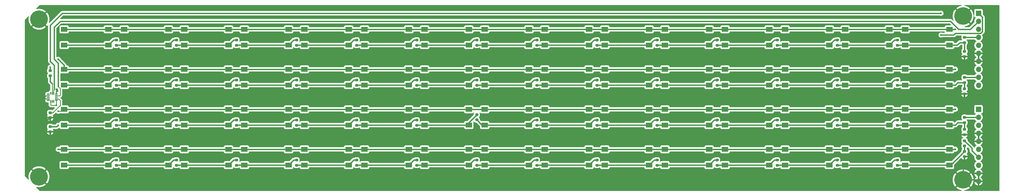
<source format=gtl>
G04 #@! TF.GenerationSoftware,KiCad,Pcbnew,8.0.6*
G04 #@! TF.CreationDate,2025-05-06T17:21:28+09:00*
G04 #@! TF.ProjectId,PCB_Keys,5043425f-4b65-4797-932e-6b696361645f,rev?*
G04 #@! TF.SameCoordinates,Original*
G04 #@! TF.FileFunction,Copper,L1,Top*
G04 #@! TF.FilePolarity,Positive*
%FSLAX46Y46*%
G04 Gerber Fmt 4.6, Leading zero omitted, Abs format (unit mm)*
G04 Created by KiCad (PCBNEW 8.0.6) date 2025-05-06 17:21:28*
%MOMM*%
%LPD*%
G01*
G04 APERTURE LIST*
G04 Aperture macros list*
%AMRoundRect*
0 Rectangle with rounded corners*
0 $1 Rounding radius*
0 $2 $3 $4 $5 $6 $7 $8 $9 X,Y pos of 4 corners*
0 Add a 4 corners polygon primitive as box body*
4,1,4,$2,$3,$4,$5,$6,$7,$8,$9,$2,$3,0*
0 Add four circle primitives for the rounded corners*
1,1,$1+$1,$2,$3*
1,1,$1+$1,$4,$5*
1,1,$1+$1,$6,$7*
1,1,$1+$1,$8,$9*
0 Add four rect primitives between the rounded corners*
20,1,$1+$1,$2,$3,$4,$5,0*
20,1,$1+$1,$4,$5,$6,$7,0*
20,1,$1+$1,$6,$7,$8,$9,0*
20,1,$1+$1,$8,$9,$2,$3,0*%
G04 Aperture macros list end*
G04 #@! TA.AperFunction,SMDPad,CuDef*
%ADD10R,2.000000X1.500000*%
G04 #@! TD*
G04 #@! TA.AperFunction,SMDPad,CuDef*
%ADD11RoundRect,0.200000X0.275000X-0.200000X0.275000X0.200000X-0.275000X0.200000X-0.275000X-0.200000X0*%
G04 #@! TD*
G04 #@! TA.AperFunction,ComponentPad*
%ADD12R,1.700000X1.700000*%
G04 #@! TD*
G04 #@! TA.AperFunction,ComponentPad*
%ADD13O,1.700000X1.700000*%
G04 #@! TD*
G04 #@! TA.AperFunction,SMDPad,CuDef*
%ADD14RoundRect,0.200000X-0.275000X0.200000X-0.275000X-0.200000X0.275000X-0.200000X0.275000X0.200000X0*%
G04 #@! TD*
G04 #@! TA.AperFunction,SMDPad,CuDef*
%ADD15RoundRect,0.225000X-0.250000X0.225000X-0.250000X-0.225000X0.250000X-0.225000X0.250000X0.225000X0*%
G04 #@! TD*
G04 #@! TA.AperFunction,ComponentPad*
%ADD16C,5.600000*%
G04 #@! TD*
G04 #@! TA.AperFunction,SMDPad,CuDef*
%ADD17R,0.813000X0.305000*%
G04 #@! TD*
G04 #@! TA.AperFunction,SMDPad,CuDef*
%ADD18R,0.305000X0.813000*%
G04 #@! TD*
G04 #@! TA.AperFunction,ViaPad*
%ADD19C,0.600000*%
G04 #@! TD*
G04 #@! TA.AperFunction,Conductor*
%ADD20C,0.400000*%
G04 #@! TD*
G04 #@! TA.AperFunction,Conductor*
%ADD21C,0.290000*%
G04 #@! TD*
G04 APERTURE END LIST*
D10*
X200955000Y-140550000D03*
X214955000Y-140550000D03*
X200955000Y-145550000D03*
X214955000Y-145550000D03*
X181905000Y-153250000D03*
X195905000Y-153250000D03*
X181905000Y-158250000D03*
X195905000Y-158250000D03*
X258105000Y-140550000D03*
X272105000Y-140550000D03*
X258105000Y-145550000D03*
X272105000Y-145550000D03*
X67605000Y-165950000D03*
X81605000Y-165950000D03*
X67605000Y-170950000D03*
X81605000Y-170950000D03*
X181905000Y-165950000D03*
X195905000Y-165950000D03*
X181905000Y-170950000D03*
X195905000Y-170950000D03*
D11*
X122230000Y-158290000D03*
X122230000Y-156640000D03*
X312730000Y-132890000D03*
X312730000Y-131240000D03*
X160330000Y-170990000D03*
X160330000Y-169340000D03*
X353085000Y-148360000D03*
X353085000Y-146710000D03*
X160330000Y-158290000D03*
X160330000Y-156640000D03*
D10*
X162855000Y-140550000D03*
X176855000Y-140550000D03*
X162855000Y-145550000D03*
X176855000Y-145550000D03*
X67605000Y-153250000D03*
X81605000Y-153250000D03*
X67605000Y-158250000D03*
X81605000Y-158250000D03*
X239055000Y-140550000D03*
X253055000Y-140550000D03*
X239055000Y-145550000D03*
X253055000Y-145550000D03*
D11*
X331780000Y-170990000D03*
X331780000Y-169340000D03*
X122230000Y-132890000D03*
X122230000Y-131240000D03*
D10*
X124755000Y-127850000D03*
X138755000Y-127850000D03*
X124755000Y-132850000D03*
X138755000Y-132850000D03*
D12*
X357525000Y-122730000D03*
D13*
X357525000Y-125270000D03*
X357525000Y-127810000D03*
X357525000Y-130350000D03*
X357525000Y-132890000D03*
X357525000Y-135430000D03*
X357525000Y-137970000D03*
X357525000Y-140510000D03*
X357525000Y-143050000D03*
X357525000Y-145590000D03*
D10*
X315255000Y-153250000D03*
X329255000Y-153250000D03*
X315255000Y-158250000D03*
X329255000Y-158250000D03*
X105705000Y-153250000D03*
X119705000Y-153250000D03*
X105705000Y-158250000D03*
X119705000Y-158250000D03*
X220005000Y-127850000D03*
X234005000Y-127850000D03*
X220005000Y-132850000D03*
X234005000Y-132850000D03*
D11*
X255580000Y-170990000D03*
X255580000Y-169340000D03*
X353085000Y-168235000D03*
X353085000Y-166585000D03*
D10*
X181905000Y-140550000D03*
X195905000Y-140550000D03*
X181905000Y-145550000D03*
X195905000Y-145550000D03*
D11*
X312730000Y-158290000D03*
X312730000Y-156640000D03*
X84130000Y-132890000D03*
X84130000Y-131240000D03*
D10*
X239055000Y-165950000D03*
X253055000Y-165950000D03*
X239055000Y-170950000D03*
X253055000Y-170950000D03*
D14*
X353085000Y-163220000D03*
X353085000Y-164870000D03*
D10*
X220005000Y-165950000D03*
X234005000Y-165950000D03*
X220005000Y-170950000D03*
X234005000Y-170950000D03*
X162855000Y-127850000D03*
X176855000Y-127850000D03*
X162855000Y-132850000D03*
X176855000Y-132850000D03*
X220005000Y-153250000D03*
X234005000Y-153250000D03*
X220005000Y-158250000D03*
X234005000Y-158250000D03*
D11*
X353085000Y-161250000D03*
X353085000Y-159600000D03*
X103180000Y-158290000D03*
X103180000Y-156640000D03*
X217480000Y-132890000D03*
X217480000Y-131240000D03*
X179380000Y-158290000D03*
X179380000Y-156640000D03*
D15*
X63175000Y-154340000D03*
X63175000Y-155890000D03*
D10*
X277155000Y-165950000D03*
X291155000Y-165950000D03*
X277155000Y-170950000D03*
X291155000Y-170950000D03*
X86655000Y-140550000D03*
X100655000Y-140550000D03*
X86655000Y-145550000D03*
X100655000Y-145550000D03*
D11*
X274630000Y-145590000D03*
X274630000Y-143940000D03*
D10*
X143805000Y-165950000D03*
X157805000Y-165950000D03*
X143805000Y-170950000D03*
X157805000Y-170950000D03*
D11*
X274630000Y-132890000D03*
X274630000Y-131240000D03*
X236530000Y-132890000D03*
X236530000Y-131240000D03*
D10*
X296205000Y-127850000D03*
X310205000Y-127850000D03*
X296205000Y-132850000D03*
X310205000Y-132850000D03*
D11*
X274630000Y-170990000D03*
X274630000Y-169340000D03*
D16*
X352635000Y-123630000D03*
D10*
X200955000Y-153250000D03*
X214955000Y-153250000D03*
X200955000Y-158250000D03*
X214955000Y-158250000D03*
D11*
X293680000Y-145590000D03*
X293680000Y-143940000D03*
X179380000Y-170990000D03*
X179380000Y-169340000D03*
X331780000Y-158290000D03*
X331780000Y-156640000D03*
X255580000Y-132890000D03*
X255580000Y-131240000D03*
D17*
X65090000Y-150400000D03*
X65090000Y-149900000D03*
X65090000Y-149400000D03*
X65090000Y-148900000D03*
X65090000Y-148400000D03*
D18*
X64315000Y-148125000D03*
X63815000Y-148125000D03*
X63315000Y-148125000D03*
D17*
X62540000Y-148400000D03*
X62540000Y-148900000D03*
X62540000Y-149400000D03*
X62540000Y-149900000D03*
X62540000Y-150400000D03*
D18*
X63315000Y-150675000D03*
X63815000Y-150675000D03*
X64315000Y-150675000D03*
D11*
X293680000Y-170990000D03*
X293680000Y-169340000D03*
D10*
X124755000Y-140550000D03*
X138755000Y-140550000D03*
X124755000Y-145550000D03*
X138755000Y-145550000D03*
X181905000Y-127850000D03*
X195905000Y-127850000D03*
X181905000Y-132850000D03*
X195905000Y-132850000D03*
D11*
X84130000Y-158290000D03*
X84130000Y-156640000D03*
D10*
X200955000Y-127850000D03*
X214955000Y-127850000D03*
X200955000Y-132850000D03*
X214955000Y-132850000D03*
X124755000Y-165950000D03*
X138755000Y-165950000D03*
X124755000Y-170950000D03*
X138755000Y-170950000D03*
D11*
X103180000Y-132890000D03*
X103180000Y-131240000D03*
X255580000Y-145590000D03*
X255580000Y-143940000D03*
D10*
X239055000Y-153250000D03*
X253055000Y-153250000D03*
X239055000Y-158250000D03*
X253055000Y-158250000D03*
D11*
X312730000Y-170990000D03*
X312730000Y-169340000D03*
D16*
X59635000Y-174630000D03*
D10*
X334305000Y-140550000D03*
X348305000Y-140550000D03*
X334305000Y-145550000D03*
X348305000Y-145550000D03*
D11*
X141280000Y-132890000D03*
X141280000Y-131240000D03*
D10*
X258105000Y-165950000D03*
X272105000Y-165950000D03*
X258105000Y-170950000D03*
X272105000Y-170950000D03*
D11*
X103180000Y-145590000D03*
X103180000Y-143940000D03*
D10*
X143805000Y-127850000D03*
X157805000Y-127850000D03*
X143805000Y-132850000D03*
X157805000Y-132850000D03*
D11*
X217480000Y-170990000D03*
X217480000Y-169340000D03*
D10*
X162855000Y-153250000D03*
X176855000Y-153250000D03*
X162855000Y-158250000D03*
X176855000Y-158250000D03*
D11*
X160330000Y-132890000D03*
X160330000Y-131240000D03*
D10*
X105705000Y-165950000D03*
X119705000Y-165950000D03*
X105705000Y-170950000D03*
X119705000Y-170950000D03*
D11*
X141280000Y-145590000D03*
X141280000Y-143940000D03*
X217480000Y-145590000D03*
X217480000Y-143940000D03*
D16*
X59635000Y-124630000D03*
D11*
X236530000Y-145590000D03*
X236530000Y-143940000D03*
X293680000Y-132890000D03*
X293680000Y-131240000D03*
X84130000Y-145590000D03*
X84130000Y-143940000D03*
X353085000Y-136485000D03*
X353085000Y-134835000D03*
X331780000Y-132890000D03*
X331780000Y-131240000D03*
D10*
X334305000Y-153250000D03*
X348305000Y-153250000D03*
X334305000Y-158250000D03*
X348305000Y-158250000D03*
X200955000Y-165950000D03*
X214955000Y-165950000D03*
X200955000Y-170950000D03*
X214955000Y-170950000D03*
X105705000Y-140550000D03*
X119705000Y-140550000D03*
X105705000Y-145550000D03*
X119705000Y-145550000D03*
D11*
X122230000Y-170990000D03*
X122230000Y-169340000D03*
D10*
X315255000Y-140550000D03*
X329255000Y-140550000D03*
X315255000Y-145550000D03*
X329255000Y-145550000D03*
D15*
X63175000Y-158785000D03*
X63175000Y-160335000D03*
D10*
X239055000Y-127850000D03*
X253055000Y-127850000D03*
X239055000Y-132850000D03*
X253055000Y-132850000D03*
X143805000Y-140550000D03*
X157805000Y-140550000D03*
X143805000Y-145550000D03*
X157805000Y-145550000D03*
D11*
X122230000Y-145590000D03*
X122230000Y-143940000D03*
D10*
X86655000Y-153250000D03*
X100655000Y-153250000D03*
X86655000Y-158250000D03*
X100655000Y-158250000D03*
X258105000Y-153250000D03*
X272105000Y-153250000D03*
X258105000Y-158250000D03*
X272105000Y-158250000D03*
X124755000Y-153250000D03*
X138755000Y-153250000D03*
X124755000Y-158250000D03*
X138755000Y-158250000D03*
X296205000Y-140550000D03*
X310205000Y-140550000D03*
X296205000Y-145550000D03*
X310205000Y-145550000D03*
D11*
X217480000Y-158290000D03*
X217480000Y-156640000D03*
D10*
X86655000Y-165950000D03*
X100655000Y-165950000D03*
X86655000Y-170950000D03*
X100655000Y-170950000D03*
D11*
X179380000Y-132890000D03*
X179380000Y-131240000D03*
D10*
X143805000Y-153250000D03*
X157805000Y-153250000D03*
X143805000Y-158250000D03*
X157805000Y-158250000D03*
D11*
X103180000Y-170990000D03*
X103180000Y-169340000D03*
X179380000Y-145590000D03*
X179380000Y-143940000D03*
X293680000Y-158290000D03*
X293680000Y-156640000D03*
X141280000Y-158290000D03*
X141280000Y-156640000D03*
X198430000Y-156575000D03*
X198430000Y-154925000D03*
X312730000Y-145590000D03*
X312730000Y-143940000D03*
D14*
X63175000Y-140955000D03*
X63175000Y-142605000D03*
D10*
X105705000Y-127850000D03*
X119705000Y-127850000D03*
X105705000Y-132850000D03*
X119705000Y-132850000D03*
X162855000Y-165950000D03*
X176855000Y-165950000D03*
X162855000Y-170950000D03*
X176855000Y-170950000D03*
X277155000Y-153250000D03*
X291155000Y-153250000D03*
X277155000Y-158250000D03*
X291155000Y-158250000D03*
X258105000Y-127850000D03*
X272105000Y-127850000D03*
X258105000Y-132850000D03*
X272105000Y-132850000D03*
X67605000Y-140550000D03*
X81605000Y-140550000D03*
X67605000Y-145550000D03*
X81605000Y-145550000D03*
D14*
X353085000Y-155790000D03*
X353085000Y-157440000D03*
D11*
X160330000Y-145590000D03*
X160330000Y-143940000D03*
D14*
X353085000Y-130390000D03*
X353085000Y-132040000D03*
D10*
X86655000Y-127850000D03*
X100655000Y-127850000D03*
X86655000Y-132850000D03*
X100655000Y-132850000D03*
D11*
X236530000Y-170990000D03*
X236530000Y-169340000D03*
D10*
X334305000Y-165950000D03*
X348305000Y-165950000D03*
X334305000Y-170950000D03*
X348305000Y-170950000D03*
X296205000Y-165950000D03*
X310205000Y-165950000D03*
X296205000Y-170950000D03*
X310205000Y-170950000D03*
D12*
X357525000Y-153210000D03*
D13*
X357525000Y-155750000D03*
X357525000Y-158290000D03*
X357525000Y-160830000D03*
X357525000Y-163370000D03*
X357525000Y-165910000D03*
X357525000Y-168450000D03*
X357525000Y-170990000D03*
X357525000Y-173530000D03*
X357525000Y-176070000D03*
D11*
X198430000Y-145590000D03*
X198430000Y-143940000D03*
X198430000Y-132890000D03*
X198430000Y-131240000D03*
D10*
X315255000Y-165950000D03*
X329255000Y-165950000D03*
X315255000Y-170950000D03*
X329255000Y-170950000D03*
D11*
X198430000Y-170990000D03*
X198430000Y-169340000D03*
D10*
X277155000Y-127850000D03*
X291155000Y-127850000D03*
X277155000Y-132850000D03*
X291155000Y-132850000D03*
X67605000Y-127850000D03*
X81605000Y-127850000D03*
X67605000Y-132850000D03*
X81605000Y-132850000D03*
D11*
X236530000Y-158290000D03*
X236530000Y-156640000D03*
D16*
X352635000Y-175630000D03*
D14*
X353085000Y-143090000D03*
X353085000Y-144740000D03*
D11*
X255580000Y-158290000D03*
X255580000Y-156640000D03*
D10*
X220005000Y-140550000D03*
X234005000Y-140550000D03*
X220005000Y-145550000D03*
X234005000Y-145550000D03*
X315255000Y-127850000D03*
X329255000Y-127850000D03*
X315255000Y-132850000D03*
X329255000Y-132850000D03*
D11*
X84130000Y-170990000D03*
X84130000Y-169340000D03*
D10*
X334305000Y-127850000D03*
X348305000Y-127850000D03*
X334305000Y-132850000D03*
X348305000Y-132850000D03*
X277155000Y-140550000D03*
X291155000Y-140550000D03*
X277155000Y-145550000D03*
X291155000Y-145550000D03*
X296205000Y-153250000D03*
X310205000Y-153250000D03*
X296205000Y-158250000D03*
X310205000Y-158250000D03*
D11*
X274630000Y-158290000D03*
X274630000Y-156640000D03*
X141280000Y-170990000D03*
X141280000Y-169340000D03*
X331780000Y-145590000D03*
X331780000Y-143940000D03*
D19*
X350195000Y-165910000D03*
X350195000Y-153210000D03*
X350195000Y-140510000D03*
X65715000Y-153845000D03*
X63175000Y-139875000D03*
X65715000Y-158290000D03*
X65715000Y-165910000D03*
X65080000Y-151940000D03*
X350195000Y-127810000D03*
X65715000Y-137335000D03*
X66985000Y-143050000D03*
X66985000Y-130350000D03*
X61905000Y-146860000D03*
X66985000Y-168450000D03*
X65145000Y-146860000D03*
X66985000Y-155750000D03*
X345635000Y-129630000D03*
X345635000Y-122730000D03*
D20*
X143805000Y-127850000D02*
X138755000Y-127850000D01*
X350195000Y-140510000D02*
X348345000Y-140510000D01*
X291155000Y-127850000D02*
X277155000Y-127850000D01*
X214955000Y-165950000D02*
X200955000Y-165950000D01*
X258105000Y-165950000D02*
X253055000Y-165950000D01*
X100655000Y-165950000D02*
X86655000Y-165950000D01*
X181905000Y-165950000D02*
X176855000Y-165950000D01*
X124755000Y-140550000D02*
X119705000Y-140550000D01*
X277155000Y-140550000D02*
X272105000Y-140550000D01*
X350195000Y-165910000D02*
X348345000Y-165910000D01*
X124755000Y-153250000D02*
X119705000Y-153250000D01*
X310205000Y-153250000D02*
X296205000Y-153250000D01*
X350195000Y-153210000D02*
X348345000Y-153210000D01*
X234005000Y-127850000D02*
X220005000Y-127850000D01*
X234005000Y-140550000D02*
X220005000Y-140550000D01*
X105705000Y-165950000D02*
X100655000Y-165950000D01*
X214955000Y-140550000D02*
X200955000Y-140550000D01*
X157805000Y-140550000D02*
X143805000Y-140550000D01*
X176855000Y-165950000D02*
X162855000Y-165950000D01*
X291155000Y-165950000D02*
X277155000Y-165950000D01*
X277155000Y-165950000D02*
X272105000Y-165950000D01*
X258105000Y-140550000D02*
X253055000Y-140550000D01*
X220005000Y-140550000D02*
X214955000Y-140550000D01*
X162855000Y-127850000D02*
X157805000Y-127850000D01*
X138755000Y-153250000D02*
X124755000Y-153250000D01*
X277155000Y-127850000D02*
X272105000Y-127850000D01*
X253055000Y-140550000D02*
X239055000Y-140550000D01*
X296205000Y-153250000D02*
X291155000Y-153250000D01*
X296205000Y-127850000D02*
X291155000Y-127850000D01*
X220005000Y-153250000D02*
X214955000Y-153250000D01*
X195905000Y-140550000D02*
X181905000Y-140550000D01*
D21*
X65090000Y-151930000D02*
X65090000Y-150400000D01*
D20*
X143805000Y-140550000D02*
X138755000Y-140550000D01*
X253055000Y-153250000D02*
X239055000Y-153250000D01*
X181905000Y-153250000D02*
X176855000Y-153250000D01*
X105705000Y-127850000D02*
X100655000Y-127850000D01*
X258105000Y-127850000D02*
X253055000Y-127850000D01*
X200955000Y-127850000D02*
X195905000Y-127850000D01*
X348305000Y-153250000D02*
X334305000Y-153250000D01*
X272105000Y-127850000D02*
X258105000Y-127850000D01*
X200955000Y-140550000D02*
X195905000Y-140550000D01*
X348305000Y-165950000D02*
X334305000Y-165950000D01*
X143805000Y-153250000D02*
X138755000Y-153250000D01*
X124755000Y-127850000D02*
X119705000Y-127850000D01*
X200955000Y-165950000D02*
X195905000Y-165950000D01*
X315255000Y-140550000D02*
X310205000Y-140550000D01*
D21*
X63455000Y-151940000D02*
X65080000Y-151940000D01*
D20*
X291155000Y-140550000D02*
X277155000Y-140550000D01*
X119705000Y-127850000D02*
X105705000Y-127850000D01*
X65755000Y-165950000D02*
X65715000Y-165910000D01*
X315255000Y-127850000D02*
X310205000Y-127850000D01*
X162855000Y-153250000D02*
X157805000Y-153250000D01*
X86655000Y-153250000D02*
X81605000Y-153250000D01*
X234005000Y-165950000D02*
X220005000Y-165950000D01*
X334305000Y-127850000D02*
X329255000Y-127850000D01*
X214955000Y-153250000D02*
X200955000Y-153250000D01*
X86655000Y-140550000D02*
X81605000Y-140550000D01*
X234005000Y-153250000D02*
X220005000Y-153250000D01*
X67605000Y-140550000D02*
X67605000Y-139225000D01*
D21*
X65715000Y-153845000D02*
X67010000Y-153845000D01*
D20*
X214955000Y-127850000D02*
X200955000Y-127850000D01*
X348305000Y-127850000D02*
X350155000Y-127850000D01*
X81605000Y-127850000D02*
X67605000Y-127850000D01*
X310205000Y-165950000D02*
X296205000Y-165950000D01*
X296205000Y-165950000D02*
X291155000Y-165950000D01*
X157805000Y-127850000D02*
X143805000Y-127850000D01*
X239055000Y-140550000D02*
X234005000Y-140550000D01*
X157805000Y-165950000D02*
X143805000Y-165950000D01*
X334305000Y-153250000D02*
X329255000Y-153250000D01*
X124755000Y-165950000D02*
X119705000Y-165950000D01*
X100655000Y-140550000D02*
X86655000Y-140550000D01*
X258105000Y-153250000D02*
X253055000Y-153250000D01*
X220005000Y-127850000D02*
X214955000Y-127850000D01*
X220005000Y-165950000D02*
X214955000Y-165950000D01*
X239055000Y-165950000D02*
X234005000Y-165950000D01*
X253055000Y-127850000D02*
X239055000Y-127850000D01*
X310205000Y-127850000D02*
X296205000Y-127850000D01*
X119705000Y-165950000D02*
X105705000Y-165950000D01*
X350155000Y-127850000D02*
X350195000Y-127810000D01*
X310205000Y-140550000D02*
X296205000Y-140550000D01*
X81605000Y-153250000D02*
X67605000Y-153250000D01*
X348305000Y-140550000D02*
X334305000Y-140550000D01*
X348345000Y-140510000D02*
X348305000Y-140550000D01*
D21*
X65080000Y-151940000D02*
X65090000Y-151930000D01*
D20*
X67605000Y-165950000D02*
X65755000Y-165950000D01*
X272105000Y-140550000D02*
X258105000Y-140550000D01*
X277155000Y-153250000D02*
X272105000Y-153250000D01*
X105705000Y-153250000D02*
X100655000Y-153250000D01*
X119705000Y-140550000D02*
X105705000Y-140550000D01*
X272105000Y-165950000D02*
X258105000Y-165950000D01*
X162855000Y-165950000D02*
X157805000Y-165950000D01*
X81605000Y-165950000D02*
X67605000Y-165950000D01*
X329255000Y-140550000D02*
X315255000Y-140550000D01*
X162855000Y-140550000D02*
X157805000Y-140550000D01*
X63175000Y-158785000D02*
X65220000Y-158785000D01*
X195905000Y-127850000D02*
X181905000Y-127850000D01*
D21*
X63315000Y-151800000D02*
X63455000Y-151940000D01*
X63315000Y-150675000D02*
X63315000Y-151800000D01*
D20*
X334305000Y-140550000D02*
X329255000Y-140550000D01*
X86655000Y-127850000D02*
X81605000Y-127850000D01*
X67605000Y-139225000D02*
X65715000Y-137335000D01*
X181905000Y-127850000D02*
X176855000Y-127850000D01*
X176855000Y-140550000D02*
X162855000Y-140550000D01*
X176855000Y-153250000D02*
X162855000Y-153250000D01*
X348345000Y-165910000D02*
X348305000Y-165950000D01*
X86655000Y-165950000D02*
X81605000Y-165950000D01*
X143805000Y-165950000D02*
X138755000Y-165950000D01*
X100655000Y-127850000D02*
X86655000Y-127850000D01*
X315255000Y-153250000D02*
X310205000Y-153250000D01*
X138755000Y-127850000D02*
X124755000Y-127850000D01*
X105705000Y-140550000D02*
X100655000Y-140550000D01*
X239055000Y-153250000D02*
X234005000Y-153250000D01*
X119705000Y-153250000D02*
X105705000Y-153250000D01*
X195905000Y-153250000D02*
X181905000Y-153250000D01*
X291155000Y-153250000D02*
X277155000Y-153250000D01*
X63175000Y-140955000D02*
X63175000Y-139875000D01*
X65220000Y-158785000D02*
X65715000Y-158290000D01*
X329255000Y-165950000D02*
X315255000Y-165950000D01*
D21*
X67010000Y-153845000D02*
X67605000Y-153250000D01*
D20*
X329255000Y-127850000D02*
X315255000Y-127850000D01*
X138755000Y-140550000D02*
X124755000Y-140550000D01*
X334305000Y-165950000D02*
X329255000Y-165950000D01*
X100655000Y-153250000D02*
X86655000Y-153250000D01*
X253055000Y-165950000D02*
X239055000Y-165950000D01*
X157805000Y-153250000D02*
X143805000Y-153250000D01*
X329255000Y-153250000D02*
X315255000Y-153250000D01*
X239055000Y-127850000D02*
X234005000Y-127850000D01*
X348345000Y-153210000D02*
X348305000Y-153250000D01*
X195905000Y-165950000D02*
X181905000Y-165950000D01*
X176855000Y-127850000D02*
X162855000Y-127850000D01*
X138755000Y-165950000D02*
X124755000Y-165950000D01*
X296205000Y-140550000D02*
X291155000Y-140550000D01*
X315255000Y-165950000D02*
X310205000Y-165950000D01*
X81605000Y-140550000D02*
X67605000Y-140550000D01*
X200955000Y-153250000D02*
X195905000Y-153250000D01*
X272105000Y-153250000D02*
X258105000Y-153250000D01*
X348305000Y-127850000D02*
X334305000Y-127850000D01*
X181905000Y-140550000D02*
X176855000Y-140550000D01*
D21*
X63950000Y-154340000D02*
X66350000Y-151940000D01*
X65839000Y-149900000D02*
X65090000Y-149900000D01*
X63175000Y-154340000D02*
X63950000Y-154340000D01*
X66350000Y-151940000D02*
X66350000Y-150411000D01*
X66350000Y-150411000D02*
X65839000Y-149900000D01*
D20*
X355855000Y-135430000D02*
X357525000Y-135430000D01*
X359435000Y-138200000D02*
X359205000Y-137970000D01*
X360070000Y-135660000D02*
X359840000Y-135430000D01*
X66845000Y-155890000D02*
X66985000Y-155750000D01*
X359205000Y-137970000D02*
X357525000Y-137970000D01*
X352635000Y-175630000D02*
X357085000Y-175630000D01*
X356055000Y-160830000D02*
X355635000Y-161250000D01*
X62680000Y-156385000D02*
X63175000Y-155890000D01*
X360070000Y-148360000D02*
X360070000Y-138200000D01*
D21*
X62540000Y-148900000D02*
X61791000Y-148900000D01*
X65090000Y-148400000D02*
X65090000Y-146915000D01*
D20*
X360070000Y-138200000D02*
X359435000Y-138200000D01*
X357085000Y-175630000D02*
X357525000Y-176070000D01*
X63175000Y-160335000D02*
X62045000Y-160335000D01*
D21*
X61791000Y-148900000D02*
X61291000Y-149400000D01*
D20*
X357525000Y-176070000D02*
X357525000Y-173530000D01*
X360070000Y-138200000D02*
X360070000Y-135660000D01*
D21*
X65090000Y-146915000D02*
X65145000Y-146860000D01*
X61280000Y-147485000D02*
X61280000Y-149400000D01*
X61291000Y-149400000D02*
X61280000Y-149400000D01*
D20*
X357525000Y-160830000D02*
X359870000Y-160830000D01*
X353085000Y-168235000D02*
X353085000Y-170180000D01*
X360070000Y-148360000D02*
X360070000Y-160630000D01*
X353085000Y-170180000D02*
X352635000Y-170630000D01*
X353085000Y-136485000D02*
X354800000Y-136485000D01*
X352635000Y-170630000D02*
X352635000Y-175630000D01*
X359870000Y-160830000D02*
X360070000Y-160630000D01*
X359840000Y-135430000D02*
X357525000Y-135430000D01*
X353085000Y-148360000D02*
X360070000Y-148360000D01*
D21*
X61780000Y-149900000D02*
X62540000Y-149900000D01*
D20*
X61905000Y-160195000D02*
X61905000Y-156385000D01*
X63175000Y-155890000D02*
X66845000Y-155890000D01*
X354800000Y-136485000D02*
X355855000Y-135430000D01*
X353085000Y-174180000D02*
X352635000Y-174630000D01*
X61905000Y-156385000D02*
X62680000Y-156385000D01*
X357525000Y-160830000D02*
X357525000Y-163370000D01*
D21*
X61905000Y-146860000D02*
X61280000Y-147485000D01*
D20*
X357310000Y-160615000D02*
X357525000Y-160830000D01*
X357525000Y-160830000D02*
X356055000Y-160830000D01*
D21*
X61280000Y-149400000D02*
X61780000Y-149900000D01*
D20*
X353085000Y-161250000D02*
X355635000Y-161250000D01*
X62045000Y-160335000D02*
X61905000Y-160195000D01*
D21*
X66215000Y-148900000D02*
X66350000Y-148765000D01*
D20*
X64445000Y-137335000D02*
X65715000Y-138605000D01*
X357525000Y-125270000D02*
X354965000Y-127830000D01*
X351204950Y-127830000D02*
X348644950Y-125270000D01*
X354965000Y-127830000D02*
X351204950Y-127830000D01*
D21*
X65090000Y-148900000D02*
X66215000Y-148900000D01*
D20*
X66350000Y-125270000D02*
X64445000Y-127175000D01*
D21*
X66350000Y-148765000D02*
X66350000Y-146645000D01*
D20*
X65715000Y-138605000D02*
X65715000Y-146010000D01*
X348644950Y-125270000D02*
X66350000Y-125270000D01*
D21*
X66350000Y-146645000D02*
X65715000Y-146010000D01*
D20*
X64445000Y-127175000D02*
X64445000Y-137335000D01*
X358775000Y-123980000D02*
X358775000Y-128490000D01*
X350165000Y-129100000D02*
X349635000Y-129630000D01*
X358775000Y-128490000D02*
X358165000Y-129100000D01*
X64445000Y-146860000D02*
X64445000Y-139240000D01*
X63175000Y-137970000D02*
X63175000Y-126540000D01*
X349635000Y-129630000D02*
X345635000Y-129630000D01*
X358165000Y-129100000D02*
X350165000Y-129100000D01*
X66985000Y-122730000D02*
X345635000Y-122730000D01*
X357525000Y-122730000D02*
X358775000Y-123980000D01*
X63175000Y-126540000D02*
X66985000Y-122730000D01*
D21*
X64315000Y-146990000D02*
X64445000Y-146860000D01*
X64315000Y-148125000D02*
X64315000Y-146990000D01*
D20*
X64445000Y-139240000D02*
X63175000Y-137970000D01*
X357485000Y-130390000D02*
X357525000Y-130350000D01*
X353085000Y-130390000D02*
X357485000Y-130390000D01*
X353085000Y-143090000D02*
X357485000Y-143090000D01*
X357485000Y-143090000D02*
X357525000Y-143050000D01*
X357525000Y-155750000D02*
X353125000Y-155750000D01*
X353125000Y-155750000D02*
X353085000Y-155790000D01*
X357525000Y-168450000D02*
X355420000Y-166345000D01*
X355420000Y-165555000D02*
X355420000Y-166345000D01*
X353085000Y-163220000D02*
X355420000Y-165555000D01*
X84170000Y-132850000D02*
X84130000Y-132890000D01*
X102265000Y-131240000D02*
X100655000Y-132850000D01*
X100655000Y-132850000D02*
X86655000Y-132850000D01*
X86655000Y-132850000D02*
X84170000Y-132850000D01*
X103180000Y-131240000D02*
X102265000Y-131240000D01*
X84130000Y-131240000D02*
X83215000Y-131240000D01*
X83215000Y-131240000D02*
X81605000Y-132850000D01*
X81605000Y-132850000D02*
X67605000Y-132850000D01*
X84130000Y-143940000D02*
X83215000Y-143940000D01*
X81605000Y-145550000D02*
X67605000Y-145550000D01*
X83215000Y-143940000D02*
X81605000Y-145550000D01*
X84170000Y-145550000D02*
X84130000Y-145590000D01*
X100655000Y-145550000D02*
X86655000Y-145550000D01*
X102265000Y-143940000D02*
X100655000Y-145550000D01*
X86655000Y-145550000D02*
X84170000Y-145550000D01*
X103180000Y-143940000D02*
X102265000Y-143940000D01*
X102265000Y-156640000D02*
X100655000Y-158250000D01*
X86655000Y-158250000D02*
X84170000Y-158250000D01*
X84170000Y-158250000D02*
X84130000Y-158290000D01*
X103180000Y-156640000D02*
X102265000Y-156640000D01*
X100655000Y-158250000D02*
X86655000Y-158250000D01*
X81605000Y-158250000D02*
X67605000Y-158250000D01*
X84130000Y-156640000D02*
X83215000Y-156640000D01*
X83215000Y-156640000D02*
X81605000Y-158250000D01*
X84130000Y-169340000D02*
X83215000Y-169340000D01*
X81605000Y-170950000D02*
X67605000Y-170950000D01*
X83215000Y-169340000D02*
X81605000Y-170950000D01*
X84170000Y-170950000D02*
X84130000Y-170990000D01*
X86655000Y-170950000D02*
X84170000Y-170950000D01*
X100655000Y-170950000D02*
X86655000Y-170950000D01*
X103180000Y-169340000D02*
X102265000Y-169340000D01*
X102265000Y-169340000D02*
X100655000Y-170950000D01*
X122230000Y-131240000D02*
X121315000Y-131240000D01*
X121315000Y-131240000D02*
X119705000Y-132850000D01*
X103220000Y-132850000D02*
X103180000Y-132890000D01*
X119705000Y-132850000D02*
X105705000Y-132850000D01*
X105705000Y-132850000D02*
X103220000Y-132850000D01*
X122230000Y-143940000D02*
X121315000Y-143940000D01*
X119705000Y-145550000D02*
X105705000Y-145550000D01*
X105705000Y-145550000D02*
X103220000Y-145550000D01*
X121315000Y-143940000D02*
X119705000Y-145550000D01*
X103220000Y-145550000D02*
X103180000Y-145590000D01*
X105705000Y-158250000D02*
X103220000Y-158250000D01*
X121315000Y-156640000D02*
X119705000Y-158250000D01*
X119705000Y-158250000D02*
X105705000Y-158250000D01*
X103220000Y-158250000D02*
X103180000Y-158290000D01*
X122230000Y-156640000D02*
X121315000Y-156640000D01*
X105705000Y-170950000D02*
X103220000Y-170950000D01*
X103220000Y-170950000D02*
X103180000Y-170990000D01*
X122230000Y-169340000D02*
X121315000Y-169340000D01*
X119705000Y-170950000D02*
X105705000Y-170950000D01*
X121315000Y-169340000D02*
X119705000Y-170950000D01*
X122270000Y-132850000D02*
X122230000Y-132890000D01*
X124755000Y-132850000D02*
X122270000Y-132850000D01*
X141280000Y-131240000D02*
X140365000Y-131240000D01*
X138755000Y-132850000D02*
X124755000Y-132850000D01*
X140365000Y-131240000D02*
X138755000Y-132850000D01*
X138755000Y-145550000D02*
X124755000Y-145550000D01*
X141280000Y-143940000D02*
X140365000Y-143940000D01*
X122270000Y-145550000D02*
X122230000Y-145590000D01*
X124755000Y-145550000D02*
X122270000Y-145550000D01*
X140365000Y-143940000D02*
X138755000Y-145550000D01*
X138755000Y-158250000D02*
X124755000Y-158250000D01*
X140365000Y-156640000D02*
X138755000Y-158250000D01*
X141280000Y-156640000D02*
X140365000Y-156640000D01*
X122270000Y-158250000D02*
X122230000Y-158290000D01*
X124755000Y-158250000D02*
X122270000Y-158250000D01*
X122270000Y-170950000D02*
X122230000Y-170990000D01*
X138755000Y-170950000D02*
X124755000Y-170950000D01*
X141280000Y-169340000D02*
X140365000Y-169340000D01*
X140365000Y-169340000D02*
X138755000Y-170950000D01*
X124755000Y-170950000D02*
X122270000Y-170950000D01*
X141320000Y-132850000D02*
X141280000Y-132890000D01*
X160330000Y-131240000D02*
X159415000Y-131240000D01*
X159415000Y-131240000D02*
X157805000Y-132850000D01*
X143805000Y-132850000D02*
X141320000Y-132850000D01*
X157805000Y-132850000D02*
X143805000Y-132850000D01*
X143805000Y-145550000D02*
X141320000Y-145550000D01*
X157805000Y-145550000D02*
X143805000Y-145550000D01*
X160330000Y-143940000D02*
X159415000Y-143940000D01*
X141320000Y-145550000D02*
X141280000Y-145590000D01*
X159415000Y-143940000D02*
X157805000Y-145550000D01*
X160330000Y-156640000D02*
X159415000Y-156640000D01*
X157805000Y-158250000D02*
X143805000Y-158250000D01*
X159415000Y-156640000D02*
X157805000Y-158250000D01*
X143805000Y-158250000D02*
X141320000Y-158250000D01*
X141320000Y-158250000D02*
X141280000Y-158290000D01*
X143805000Y-170950000D02*
X141320000Y-170950000D01*
X159415000Y-169340000D02*
X157805000Y-170950000D01*
X141320000Y-170950000D02*
X141280000Y-170990000D01*
X157805000Y-170950000D02*
X143805000Y-170950000D01*
X160330000Y-169340000D02*
X159415000Y-169340000D01*
X178465000Y-131240000D02*
X176855000Y-132850000D01*
X179380000Y-131240000D02*
X178465000Y-131240000D01*
X176855000Y-132850000D02*
X162855000Y-132850000D01*
X160370000Y-132850000D02*
X160330000Y-132890000D01*
X162855000Y-132850000D02*
X160370000Y-132850000D01*
X178465000Y-143940000D02*
X176855000Y-145550000D01*
X179380000Y-143940000D02*
X178465000Y-143940000D01*
X160370000Y-145550000D02*
X160330000Y-145590000D01*
X162855000Y-145550000D02*
X160370000Y-145550000D01*
X176855000Y-145550000D02*
X162855000Y-145550000D01*
X179380000Y-156640000D02*
X178465000Y-156640000D01*
X176855000Y-158250000D02*
X162855000Y-158250000D01*
X178465000Y-156640000D02*
X176855000Y-158250000D01*
X160370000Y-158250000D02*
X160330000Y-158290000D01*
X162855000Y-158250000D02*
X160370000Y-158250000D01*
X160370000Y-170950000D02*
X160330000Y-170990000D01*
X179380000Y-169340000D02*
X178465000Y-169340000D01*
X178465000Y-169340000D02*
X176855000Y-170950000D01*
X162855000Y-170950000D02*
X160370000Y-170950000D01*
X176855000Y-170950000D02*
X162855000Y-170950000D01*
X195905000Y-132850000D02*
X181905000Y-132850000D01*
X197515000Y-131240000D02*
X195905000Y-132850000D01*
X181905000Y-132850000D02*
X179420000Y-132850000D01*
X179420000Y-132850000D02*
X179380000Y-132890000D01*
X198430000Y-131240000D02*
X197515000Y-131240000D01*
X181905000Y-145550000D02*
X179420000Y-145550000D01*
X198430000Y-143940000D02*
X197515000Y-143940000D01*
X179420000Y-145550000D02*
X179380000Y-145590000D01*
X197515000Y-143940000D02*
X195905000Y-145550000D01*
X195905000Y-145550000D02*
X181905000Y-145550000D01*
X195905000Y-158250000D02*
X181905000Y-158250000D01*
X181905000Y-158250000D02*
X179420000Y-158250000D01*
X179420000Y-158250000D02*
X179380000Y-158290000D01*
X198430000Y-154925000D02*
X195905000Y-157450000D01*
X195905000Y-157450000D02*
X195905000Y-158250000D01*
X198430000Y-169340000D02*
X197515000Y-169340000D01*
X195905000Y-170950000D02*
X181905000Y-170950000D01*
X179420000Y-170950000D02*
X179380000Y-170990000D01*
X197515000Y-169340000D02*
X195905000Y-170950000D01*
X181905000Y-170950000D02*
X179420000Y-170950000D01*
X216565000Y-131240000D02*
X214955000Y-132850000D01*
X200955000Y-132850000D02*
X198470000Y-132850000D01*
X198470000Y-132850000D02*
X198430000Y-132890000D01*
X217480000Y-131240000D02*
X216565000Y-131240000D01*
X214955000Y-132850000D02*
X200955000Y-132850000D01*
X200955000Y-145550000D02*
X198470000Y-145550000D01*
X198470000Y-145550000D02*
X198430000Y-145590000D01*
X214955000Y-145550000D02*
X200955000Y-145550000D01*
X216565000Y-143940000D02*
X214955000Y-145550000D01*
X217480000Y-143940000D02*
X216565000Y-143940000D01*
X200105000Y-158250000D02*
X198430000Y-156575000D01*
X216565000Y-156640000D02*
X214955000Y-158250000D01*
X214955000Y-158250000D02*
X200955000Y-158250000D01*
X217480000Y-156640000D02*
X216565000Y-156640000D01*
X200955000Y-158250000D02*
X200105000Y-158250000D01*
X214955000Y-170950000D02*
X200955000Y-170950000D01*
X216565000Y-169340000D02*
X214955000Y-170950000D01*
X200955000Y-170950000D02*
X198470000Y-170950000D01*
X217480000Y-169340000D02*
X216565000Y-169340000D01*
X198470000Y-170950000D02*
X198430000Y-170990000D01*
X234005000Y-132850000D02*
X220005000Y-132850000D01*
X235615000Y-131240000D02*
X234005000Y-132850000D01*
X217520000Y-132850000D02*
X217480000Y-132890000D01*
X236530000Y-131240000D02*
X235615000Y-131240000D01*
X220005000Y-132850000D02*
X217520000Y-132850000D01*
X217520000Y-145550000D02*
X217480000Y-145590000D01*
X220005000Y-145550000D02*
X217520000Y-145550000D01*
X234005000Y-145550000D02*
X220005000Y-145550000D01*
X236530000Y-143940000D02*
X235615000Y-143940000D01*
X235615000Y-143940000D02*
X234005000Y-145550000D01*
X235615000Y-156640000D02*
X234005000Y-158250000D01*
X217520000Y-158250000D02*
X217480000Y-158290000D01*
X234005000Y-158250000D02*
X220005000Y-158250000D01*
X236530000Y-156640000D02*
X235615000Y-156640000D01*
X220005000Y-158250000D02*
X217520000Y-158250000D01*
X234005000Y-170950000D02*
X220005000Y-170950000D01*
X235615000Y-169340000D02*
X234005000Y-170950000D01*
X217520000Y-170950000D02*
X217480000Y-170990000D01*
X236530000Y-169340000D02*
X235615000Y-169340000D01*
X220005000Y-170950000D02*
X217520000Y-170950000D01*
X254665000Y-131240000D02*
X253055000Y-132850000D01*
X253055000Y-132850000D02*
X239055000Y-132850000D01*
X255580000Y-131240000D02*
X254665000Y-131240000D01*
X236570000Y-132850000D02*
X236530000Y-132890000D01*
X239055000Y-132850000D02*
X236570000Y-132850000D01*
X253055000Y-145550000D02*
X239055000Y-145550000D01*
X255580000Y-143940000D02*
X254665000Y-143940000D01*
X236570000Y-145550000D02*
X236530000Y-145590000D01*
X239055000Y-145550000D02*
X236570000Y-145550000D01*
X254665000Y-143940000D02*
X253055000Y-145550000D01*
X255580000Y-156640000D02*
X254665000Y-156640000D01*
X253055000Y-158250000D02*
X239055000Y-158250000D01*
X239055000Y-158250000D02*
X236570000Y-158250000D01*
X236570000Y-158250000D02*
X236530000Y-158290000D01*
X254665000Y-156640000D02*
X253055000Y-158250000D01*
X254665000Y-169340000D02*
X253055000Y-170950000D01*
X255580000Y-169340000D02*
X254665000Y-169340000D01*
X239055000Y-170950000D02*
X236570000Y-170950000D01*
X253055000Y-170950000D02*
X239055000Y-170950000D01*
X236570000Y-170950000D02*
X236530000Y-170990000D01*
X272105000Y-132850000D02*
X258105000Y-132850000D01*
X255620000Y-132850000D02*
X255580000Y-132890000D01*
X274630000Y-131240000D02*
X273715000Y-131240000D01*
X258105000Y-132850000D02*
X255620000Y-132850000D01*
X273715000Y-131240000D02*
X272105000Y-132850000D01*
X272105000Y-145550000D02*
X258105000Y-145550000D01*
X274630000Y-143940000D02*
X273715000Y-143940000D01*
X255620000Y-145550000D02*
X255580000Y-145590000D01*
X273715000Y-143940000D02*
X272105000Y-145550000D01*
X258105000Y-145550000D02*
X255620000Y-145550000D01*
X258105000Y-158250000D02*
X255620000Y-158250000D01*
X274630000Y-156640000D02*
X273715000Y-156640000D01*
X272105000Y-158250000D02*
X258105000Y-158250000D01*
X273715000Y-156640000D02*
X272105000Y-158250000D01*
X255620000Y-158250000D02*
X255580000Y-158290000D01*
X272105000Y-170950000D02*
X258105000Y-170950000D01*
X273715000Y-169340000D02*
X272105000Y-170950000D01*
X255620000Y-170950000D02*
X255580000Y-170990000D01*
X258105000Y-170950000D02*
X255620000Y-170950000D01*
X274630000Y-169340000D02*
X273715000Y-169340000D01*
X291155000Y-132850000D02*
X277155000Y-132850000D01*
X292765000Y-131240000D02*
X291155000Y-132850000D01*
X274670000Y-132850000D02*
X274630000Y-132890000D01*
X293680000Y-131240000D02*
X292765000Y-131240000D01*
X277155000Y-132850000D02*
X274670000Y-132850000D01*
X292765000Y-143940000D02*
X291155000Y-145550000D01*
X277155000Y-145550000D02*
X274670000Y-145550000D01*
X291155000Y-145550000D02*
X277155000Y-145550000D01*
X293680000Y-143940000D02*
X292765000Y-143940000D01*
X274670000Y-145550000D02*
X274630000Y-145590000D01*
X277155000Y-158250000D02*
X274670000Y-158250000D01*
X274670000Y-158250000D02*
X274630000Y-158290000D01*
X292765000Y-156640000D02*
X291155000Y-158250000D01*
X293680000Y-156640000D02*
X292765000Y-156640000D01*
X291155000Y-158250000D02*
X277155000Y-158250000D01*
X277155000Y-170950000D02*
X274670000Y-170950000D01*
X274670000Y-170950000D02*
X274630000Y-170990000D01*
X293680000Y-169340000D02*
X292765000Y-169340000D01*
X291155000Y-170950000D02*
X277155000Y-170950000D01*
X292765000Y-169340000D02*
X291155000Y-170950000D01*
X311815000Y-131240000D02*
X310205000Y-132850000D01*
X310205000Y-132850000D02*
X296205000Y-132850000D01*
X293720000Y-132850000D02*
X293680000Y-132890000D01*
X312730000Y-131240000D02*
X311815000Y-131240000D01*
X296205000Y-132850000D02*
X293720000Y-132850000D01*
X310205000Y-145550000D02*
X296205000Y-145550000D01*
X293720000Y-145550000D02*
X293680000Y-145590000D01*
X311815000Y-143940000D02*
X310205000Y-145550000D01*
X296205000Y-145550000D02*
X293720000Y-145550000D01*
X312730000Y-143940000D02*
X311815000Y-143940000D01*
X296205000Y-158250000D02*
X293720000Y-158250000D01*
X311815000Y-156640000D02*
X310205000Y-158250000D01*
X310205000Y-158250000D02*
X296205000Y-158250000D01*
X312730000Y-156640000D02*
X311815000Y-156640000D01*
X293720000Y-158250000D02*
X293680000Y-158290000D01*
X311815000Y-169340000D02*
X310205000Y-170950000D01*
X310205000Y-170950000D02*
X296205000Y-170950000D01*
X312730000Y-169340000D02*
X311815000Y-169340000D01*
X293720000Y-170950000D02*
X293680000Y-170990000D01*
X296205000Y-170950000D02*
X293720000Y-170950000D01*
X312770000Y-132850000D02*
X312730000Y-132890000D01*
X315255000Y-132850000D02*
X312770000Y-132850000D01*
X330865000Y-131240000D02*
X329255000Y-132850000D01*
X331780000Y-131240000D02*
X330865000Y-131240000D01*
X329255000Y-132850000D02*
X315255000Y-132850000D01*
X312770000Y-145550000D02*
X312730000Y-145590000D01*
X331780000Y-143940000D02*
X330865000Y-143940000D01*
X330865000Y-143940000D02*
X329255000Y-145550000D01*
X315255000Y-145550000D02*
X312770000Y-145550000D01*
X329255000Y-145550000D02*
X315255000Y-145550000D01*
X331780000Y-156640000D02*
X330865000Y-156640000D01*
X315255000Y-158250000D02*
X312770000Y-158250000D01*
X312770000Y-158250000D02*
X312730000Y-158290000D01*
X329255000Y-158250000D02*
X315255000Y-158250000D01*
X330865000Y-156640000D02*
X329255000Y-158250000D01*
X312770000Y-170950000D02*
X312730000Y-170990000D01*
X315255000Y-170950000D02*
X312770000Y-170950000D01*
X331780000Y-169340000D02*
X330865000Y-169340000D01*
X329255000Y-170950000D02*
X315255000Y-170950000D01*
X330865000Y-169340000D02*
X329255000Y-170950000D01*
X334305000Y-132850000D02*
X331820000Y-132850000D01*
X353085000Y-132040000D02*
X351625000Y-132040000D01*
X351625000Y-132040000D02*
X350815000Y-132850000D01*
X350815000Y-132850000D02*
X348305000Y-132850000D01*
X331820000Y-132850000D02*
X331780000Y-132890000D01*
X348305000Y-132850000D02*
X334305000Y-132850000D01*
X353085000Y-134835000D02*
X353085000Y-132040000D01*
X348305000Y-145550000D02*
X334305000Y-145550000D01*
X350990000Y-144740000D02*
X350180000Y-145550000D01*
X334305000Y-145550000D02*
X331820000Y-145550000D01*
X331820000Y-145550000D02*
X331780000Y-145590000D01*
X353085000Y-144740000D02*
X353085000Y-146710000D01*
X350180000Y-145550000D02*
X348305000Y-145550000D01*
X353085000Y-144740000D02*
X350990000Y-144740000D01*
X334305000Y-158250000D02*
X331820000Y-158250000D01*
X353085000Y-157440000D02*
X353085000Y-159600000D01*
X348305000Y-158250000D02*
X334305000Y-158250000D01*
X350180000Y-158250000D02*
X348305000Y-158250000D01*
X331820000Y-158250000D02*
X331780000Y-158290000D01*
X353085000Y-157440000D02*
X350990000Y-157440000D01*
X350990000Y-157440000D02*
X350180000Y-158250000D01*
X353085000Y-164870000D02*
X353085000Y-166585000D01*
X334305000Y-170950000D02*
X331820000Y-170950000D01*
X348305000Y-170950000D02*
X334305000Y-170950000D01*
X348305000Y-170950000D02*
X348720000Y-170950000D01*
X331820000Y-170950000D02*
X331780000Y-170990000D01*
X348720000Y-170950000D02*
X353085000Y-166585000D01*
X63175000Y-144500000D02*
X63815000Y-145140000D01*
X63175000Y-142605000D02*
X63175000Y-144500000D01*
D21*
X63815000Y-148125000D02*
X63815000Y-145140000D01*
G04 #@! TA.AperFunction,Conductor*
G36*
X364077539Y-120150185D02*
G01*
X364123294Y-120202989D01*
X364134500Y-120254500D01*
X364134500Y-179005500D01*
X364114815Y-179072539D01*
X364062011Y-179118294D01*
X364010500Y-179129500D01*
X353227722Y-179129500D01*
X353160683Y-179109815D01*
X353114928Y-179057011D01*
X353104984Y-178987853D01*
X353134009Y-178924297D01*
X353192787Y-178886523D01*
X353201066Y-178884399D01*
X353519142Y-178814384D01*
X353858255Y-178700123D01*
X353858260Y-178700122D01*
X354183009Y-178549876D01*
X354489629Y-178365390D01*
X354489632Y-178365388D01*
X354774509Y-178148831D01*
X354787742Y-178136295D01*
X354787742Y-178136294D01*
X353575699Y-176924251D01*
X353677330Y-176850412D01*
X353855412Y-176672330D01*
X353929251Y-176570698D01*
X355138556Y-177780002D01*
X355265972Y-177629998D01*
X355265975Y-177629994D01*
X355466781Y-177333827D01*
X355634393Y-177017677D01*
X355634402Y-177017659D01*
X355766850Y-176685239D01*
X355766852Y-176685232D01*
X355862578Y-176340457D01*
X355862584Y-176340431D01*
X355920472Y-175987331D01*
X355920473Y-175987314D01*
X355939847Y-175630002D01*
X355939847Y-175629997D01*
X355920473Y-175272685D01*
X355920472Y-175272668D01*
X355862584Y-174919568D01*
X355862578Y-174919542D01*
X355766852Y-174574767D01*
X355766850Y-174574760D01*
X355634402Y-174242340D01*
X355634393Y-174242322D01*
X355466781Y-173926172D01*
X355265975Y-173630005D01*
X355265964Y-173629991D01*
X355138556Y-173479996D01*
X353929251Y-174689301D01*
X353855412Y-174587670D01*
X353677330Y-174409588D01*
X353575698Y-174335748D01*
X354787742Y-173123704D01*
X354774504Y-173111163D01*
X354489632Y-172894611D01*
X354489629Y-172894609D01*
X354183009Y-172710123D01*
X353858260Y-172559877D01*
X353858255Y-172559876D01*
X353519144Y-172445616D01*
X353169660Y-172368688D01*
X352813924Y-172330000D01*
X352456075Y-172330000D01*
X352100339Y-172368688D01*
X351750855Y-172445616D01*
X351411744Y-172559876D01*
X351411739Y-172559877D01*
X351086990Y-172710123D01*
X350780370Y-172894609D01*
X350780367Y-172894611D01*
X350495486Y-173111170D01*
X350495485Y-173111171D01*
X350482257Y-173123702D01*
X350482256Y-173123703D01*
X351694301Y-174335748D01*
X351592670Y-174409588D01*
X351414588Y-174587670D01*
X351340748Y-174689301D01*
X350131442Y-173479995D01*
X350131441Y-173479996D01*
X350004033Y-173629992D01*
X349803218Y-173926172D01*
X349635606Y-174242322D01*
X349635597Y-174242340D01*
X349503149Y-174574760D01*
X349503147Y-174574767D01*
X349407421Y-174919542D01*
X349407415Y-174919568D01*
X349349527Y-175272668D01*
X349349526Y-175272685D01*
X349330153Y-175629997D01*
X349330153Y-175630002D01*
X349349526Y-175987314D01*
X349349527Y-175987331D01*
X349407415Y-176340431D01*
X349407421Y-176340457D01*
X349503147Y-176685232D01*
X349503149Y-176685239D01*
X349635597Y-177017659D01*
X349635606Y-177017677D01*
X349803218Y-177333827D01*
X350004024Y-177629994D01*
X350004035Y-177630008D01*
X350131441Y-177780002D01*
X350131442Y-177780002D01*
X351340747Y-176570697D01*
X351414588Y-176672330D01*
X351592670Y-176850412D01*
X351694300Y-176924251D01*
X350482257Y-178136294D01*
X350495495Y-178148836D01*
X350780367Y-178365388D01*
X350780370Y-178365390D01*
X351086990Y-178549876D01*
X351411739Y-178700122D01*
X351411744Y-178700123D01*
X351750857Y-178814384D01*
X352068934Y-178884399D01*
X352130175Y-178918035D01*
X352163509Y-178979440D01*
X352158353Y-179049120D01*
X352116344Y-179104950D01*
X352050819Y-179129205D01*
X352042278Y-179129500D01*
X59893676Y-179129500D01*
X59826637Y-179109815D01*
X59805995Y-179093181D01*
X58764052Y-178051238D01*
X58730567Y-177989915D01*
X58735551Y-177920223D01*
X58777423Y-177864290D01*
X58842887Y-177839873D01*
X58878390Y-177842456D01*
X59100339Y-177891311D01*
X59456075Y-177929999D01*
X59456085Y-177930000D01*
X59813915Y-177930000D01*
X59813924Y-177929999D01*
X60169660Y-177891311D01*
X60519144Y-177814383D01*
X60858255Y-177700123D01*
X60858260Y-177700122D01*
X61183009Y-177549876D01*
X61489629Y-177365390D01*
X61489632Y-177365388D01*
X61774509Y-177148831D01*
X61787742Y-177136295D01*
X60575698Y-175924251D01*
X60677330Y-175850412D01*
X60855412Y-175672330D01*
X60929251Y-175570698D01*
X62138556Y-176780002D01*
X62265972Y-176629998D01*
X62265975Y-176629994D01*
X62466781Y-176333827D01*
X62634393Y-176017677D01*
X62634402Y-176017659D01*
X62766850Y-175685239D01*
X62766852Y-175685232D01*
X62862578Y-175340457D01*
X62862584Y-175340431D01*
X62920472Y-174987331D01*
X62920473Y-174987314D01*
X62939847Y-174630002D01*
X62939847Y-174629997D01*
X62920473Y-174272685D01*
X62920472Y-174272668D01*
X62862584Y-173919568D01*
X62862578Y-173919542D01*
X62766852Y-173574767D01*
X62766850Y-173574760D01*
X62634402Y-173242340D01*
X62634393Y-173242322D01*
X62466781Y-172926172D01*
X62265975Y-172630005D01*
X62265964Y-172629991D01*
X62138556Y-172479996D01*
X60929251Y-173689301D01*
X60855412Y-173587670D01*
X60677330Y-173409588D01*
X60575698Y-173335748D01*
X61787742Y-172123704D01*
X61774504Y-172111163D01*
X61489632Y-171894611D01*
X61489629Y-171894609D01*
X61183009Y-171710123D01*
X60858260Y-171559877D01*
X60858255Y-171559876D01*
X60519144Y-171445616D01*
X60169660Y-171368688D01*
X59813924Y-171330000D01*
X59456075Y-171330000D01*
X59100339Y-171368688D01*
X58750855Y-171445616D01*
X58411744Y-171559876D01*
X58411739Y-171559877D01*
X58086990Y-171710123D01*
X57780370Y-171894609D01*
X57780367Y-171894611D01*
X57495486Y-172111170D01*
X57495485Y-172111171D01*
X57482257Y-172123702D01*
X57482256Y-172123703D01*
X58694301Y-173335748D01*
X58592670Y-173409588D01*
X58414588Y-173587670D01*
X58340748Y-173689301D01*
X57131442Y-172479995D01*
X57131441Y-172479996D01*
X57004033Y-172629992D01*
X56803218Y-172926172D01*
X56635606Y-173242322D01*
X56635597Y-173242340D01*
X56503149Y-173574760D01*
X56503147Y-173574767D01*
X56407421Y-173919542D01*
X56407415Y-173919568D01*
X56349527Y-174272668D01*
X56349526Y-174272685D01*
X56330153Y-174629997D01*
X56330153Y-174630002D01*
X56349526Y-174987314D01*
X56349527Y-174987331D01*
X56407415Y-175340431D01*
X56407418Y-175340445D01*
X56417467Y-175376638D01*
X56416434Y-175446500D01*
X56377795Y-175504713D01*
X56313817Y-175532795D01*
X56244813Y-175521831D01*
X56210305Y-175497491D01*
X55171819Y-174459005D01*
X55138334Y-174397682D01*
X55135500Y-174371324D01*
X55135500Y-165909996D01*
X64909435Y-165909996D01*
X64909435Y-165910003D01*
X64929630Y-166089249D01*
X64929631Y-166089254D01*
X64989211Y-166259523D01*
X65060931Y-166373664D01*
X65085184Y-166412262D01*
X65212738Y-166539816D01*
X65365478Y-166635789D01*
X65477217Y-166674888D01*
X65535745Y-166695368D01*
X65535750Y-166695369D01*
X65714996Y-166715565D01*
X65715000Y-166715565D01*
X65715004Y-166715565D01*
X65894246Y-166695369D01*
X65894245Y-166695369D01*
X65894255Y-166695368D01*
X65943904Y-166677994D01*
X66013678Y-166674432D01*
X66074306Y-166709160D01*
X66106534Y-166771153D01*
X66108146Y-166781782D01*
X66110909Y-166807483D01*
X66161202Y-166942328D01*
X66161206Y-166942335D01*
X66247452Y-167057544D01*
X66247455Y-167057547D01*
X66362664Y-167143793D01*
X66362671Y-167143797D01*
X66497517Y-167194091D01*
X66497516Y-167194091D01*
X66504444Y-167194835D01*
X66557127Y-167200500D01*
X68652872Y-167200499D01*
X68712483Y-167194091D01*
X68847331Y-167143796D01*
X68962546Y-167057546D01*
X69048796Y-166942331D01*
X69099091Y-166807483D01*
X69104062Y-166761242D01*
X69130799Y-166696694D01*
X69188191Y-166656846D01*
X69227351Y-166650500D01*
X79982649Y-166650500D01*
X80049688Y-166670185D01*
X80095443Y-166722989D01*
X80105939Y-166761248D01*
X80110908Y-166807483D01*
X80161202Y-166942328D01*
X80161206Y-166942335D01*
X80247452Y-167057544D01*
X80247455Y-167057547D01*
X80362664Y-167143793D01*
X80362671Y-167143797D01*
X80497517Y-167194091D01*
X80497516Y-167194091D01*
X80504444Y-167194835D01*
X80557127Y-167200500D01*
X82652872Y-167200499D01*
X82712483Y-167194091D01*
X82847331Y-167143796D01*
X82962546Y-167057546D01*
X83048796Y-166942331D01*
X83099091Y-166807483D01*
X83104062Y-166761242D01*
X83130799Y-166696694D01*
X83188191Y-166656846D01*
X83227351Y-166650500D01*
X85032649Y-166650500D01*
X85099688Y-166670185D01*
X85145443Y-166722989D01*
X85155939Y-166761248D01*
X85160908Y-166807483D01*
X85211202Y-166942328D01*
X85211206Y-166942335D01*
X85297452Y-167057544D01*
X85297455Y-167057547D01*
X85412664Y-167143793D01*
X85412671Y-167143797D01*
X85547517Y-167194091D01*
X85547516Y-167194091D01*
X85554444Y-167194835D01*
X85607127Y-167200500D01*
X87702872Y-167200499D01*
X87762483Y-167194091D01*
X87897331Y-167143796D01*
X88012546Y-167057546D01*
X88098796Y-166942331D01*
X88149091Y-166807483D01*
X88154062Y-166761242D01*
X88180799Y-166696694D01*
X88238191Y-166656846D01*
X88277351Y-166650500D01*
X99032649Y-166650500D01*
X99099688Y-166670185D01*
X99145443Y-166722989D01*
X99155939Y-166761248D01*
X99160908Y-166807483D01*
X99211202Y-166942328D01*
X99211206Y-166942335D01*
X99297452Y-167057544D01*
X99297455Y-167057547D01*
X99412664Y-167143793D01*
X99412671Y-167143797D01*
X99547517Y-167194091D01*
X99547516Y-167194091D01*
X99554444Y-167194835D01*
X99607127Y-167200500D01*
X101702872Y-167200499D01*
X101762483Y-167194091D01*
X101897331Y-167143796D01*
X102012546Y-167057546D01*
X102098796Y-166942331D01*
X102149091Y-166807483D01*
X102154062Y-166761242D01*
X102180799Y-166696694D01*
X102238191Y-166656846D01*
X102277351Y-166650500D01*
X104082649Y-166650500D01*
X104149688Y-166670185D01*
X104195443Y-166722989D01*
X104205939Y-166761248D01*
X104210908Y-166807483D01*
X104261202Y-166942328D01*
X104261206Y-166942335D01*
X104347452Y-167057544D01*
X104347455Y-167057547D01*
X104462664Y-167143793D01*
X104462671Y-167143797D01*
X104597517Y-167194091D01*
X104597516Y-167194091D01*
X104604444Y-167194835D01*
X104657127Y-167200500D01*
X106752872Y-167200499D01*
X106812483Y-167194091D01*
X106947331Y-167143796D01*
X107062546Y-167057546D01*
X107148796Y-166942331D01*
X107199091Y-166807483D01*
X107204062Y-166761242D01*
X107230799Y-166696694D01*
X107288191Y-166656846D01*
X107327351Y-166650500D01*
X118082649Y-166650500D01*
X118149688Y-166670185D01*
X118195443Y-166722989D01*
X118205939Y-166761248D01*
X118210908Y-166807483D01*
X118261202Y-166942328D01*
X118261206Y-166942335D01*
X118347452Y-167057544D01*
X118347455Y-167057547D01*
X118462664Y-167143793D01*
X118462671Y-167143797D01*
X118597517Y-167194091D01*
X118597516Y-167194091D01*
X118604444Y-167194835D01*
X118657127Y-167200500D01*
X120752872Y-167200499D01*
X120812483Y-167194091D01*
X120947331Y-167143796D01*
X121062546Y-167057546D01*
X121148796Y-166942331D01*
X121199091Y-166807483D01*
X121204062Y-166761242D01*
X121230799Y-166696694D01*
X121288191Y-166656846D01*
X121327351Y-166650500D01*
X123132649Y-166650500D01*
X123199688Y-166670185D01*
X123245443Y-166722989D01*
X123255939Y-166761248D01*
X123260908Y-166807483D01*
X123311202Y-166942328D01*
X123311206Y-166942335D01*
X123397452Y-167057544D01*
X123397455Y-167057547D01*
X123512664Y-167143793D01*
X123512671Y-167143797D01*
X123647517Y-167194091D01*
X123647516Y-167194091D01*
X123654444Y-167194835D01*
X123707127Y-167200500D01*
X125802872Y-167200499D01*
X125862483Y-167194091D01*
X125997331Y-167143796D01*
X126112546Y-167057546D01*
X126198796Y-166942331D01*
X126249091Y-166807483D01*
X126254062Y-166761242D01*
X126280799Y-166696694D01*
X126338191Y-166656846D01*
X126377351Y-166650500D01*
X137132649Y-166650500D01*
X137199688Y-166670185D01*
X137245443Y-166722989D01*
X137255939Y-166761248D01*
X137260908Y-166807483D01*
X137311202Y-166942328D01*
X137311206Y-166942335D01*
X137397452Y-167057544D01*
X137397455Y-167057547D01*
X137512664Y-167143793D01*
X137512671Y-167143797D01*
X137647517Y-167194091D01*
X137647516Y-167194091D01*
X137654444Y-167194835D01*
X137707127Y-167200500D01*
X139802872Y-167200499D01*
X139862483Y-167194091D01*
X139997331Y-167143796D01*
X140112546Y-167057546D01*
X140198796Y-166942331D01*
X140249091Y-166807483D01*
X140254062Y-166761242D01*
X140280799Y-166696694D01*
X140338191Y-166656846D01*
X140377351Y-166650500D01*
X142182649Y-166650500D01*
X142249688Y-166670185D01*
X142295443Y-166722989D01*
X142305939Y-166761248D01*
X142310908Y-166807483D01*
X142361202Y-166942328D01*
X142361206Y-166942335D01*
X142447452Y-167057544D01*
X142447455Y-167057547D01*
X142562664Y-167143793D01*
X142562671Y-167143797D01*
X142697517Y-167194091D01*
X142697516Y-167194091D01*
X142704444Y-167194835D01*
X142757127Y-167200500D01*
X144852872Y-167200499D01*
X144912483Y-167194091D01*
X145047331Y-167143796D01*
X145162546Y-167057546D01*
X145248796Y-166942331D01*
X145299091Y-166807483D01*
X145304062Y-166761242D01*
X145330799Y-166696694D01*
X145388191Y-166656846D01*
X145427351Y-166650500D01*
X156182649Y-166650500D01*
X156249688Y-166670185D01*
X156295443Y-166722989D01*
X156305939Y-166761248D01*
X156310908Y-166807483D01*
X156361202Y-166942328D01*
X156361206Y-166942335D01*
X156447452Y-167057544D01*
X156447455Y-167057547D01*
X156562664Y-167143793D01*
X156562671Y-167143797D01*
X156697517Y-167194091D01*
X156697516Y-167194091D01*
X156704444Y-167194835D01*
X156757127Y-167200500D01*
X158852872Y-167200499D01*
X158912483Y-167194091D01*
X159047331Y-167143796D01*
X159162546Y-167057546D01*
X159248796Y-166942331D01*
X159299091Y-166807483D01*
X159304062Y-166761242D01*
X159330799Y-166696694D01*
X159388191Y-166656846D01*
X159427351Y-166650500D01*
X161232649Y-166650500D01*
X161299688Y-166670185D01*
X161345443Y-166722989D01*
X161355939Y-166761248D01*
X161360908Y-166807483D01*
X161411202Y-166942328D01*
X161411206Y-166942335D01*
X161497452Y-167057544D01*
X161497455Y-167057547D01*
X161612664Y-167143793D01*
X161612671Y-167143797D01*
X161747517Y-167194091D01*
X161747516Y-167194091D01*
X161754444Y-167194835D01*
X161807127Y-167200500D01*
X163902872Y-167200499D01*
X163962483Y-167194091D01*
X164097331Y-167143796D01*
X164212546Y-167057546D01*
X164298796Y-166942331D01*
X164349091Y-166807483D01*
X164354062Y-166761242D01*
X164380799Y-166696694D01*
X164438191Y-166656846D01*
X164477351Y-166650500D01*
X175232649Y-166650500D01*
X175299688Y-166670185D01*
X175345443Y-166722989D01*
X175355939Y-166761248D01*
X175360908Y-166807483D01*
X175411202Y-166942328D01*
X175411206Y-166942335D01*
X175497452Y-167057544D01*
X175497455Y-167057547D01*
X175612664Y-167143793D01*
X175612671Y-167143797D01*
X175747517Y-167194091D01*
X175747516Y-167194091D01*
X175754444Y-167194835D01*
X175807127Y-167200500D01*
X177902872Y-167200499D01*
X177962483Y-167194091D01*
X178097331Y-167143796D01*
X178212546Y-167057546D01*
X178298796Y-166942331D01*
X178349091Y-166807483D01*
X178354062Y-166761242D01*
X178380799Y-166696694D01*
X178438191Y-166656846D01*
X178477351Y-166650500D01*
X180282649Y-166650500D01*
X180349688Y-166670185D01*
X180395443Y-166722989D01*
X180405939Y-166761248D01*
X180410908Y-166807483D01*
X180461202Y-166942328D01*
X180461206Y-166942335D01*
X180547452Y-167057544D01*
X180547455Y-167057547D01*
X180662664Y-167143793D01*
X180662671Y-167143797D01*
X180797517Y-167194091D01*
X180797516Y-167194091D01*
X180804444Y-167194835D01*
X180857127Y-167200500D01*
X182952872Y-167200499D01*
X183012483Y-167194091D01*
X183147331Y-167143796D01*
X183262546Y-167057546D01*
X183348796Y-166942331D01*
X183399091Y-166807483D01*
X183404062Y-166761242D01*
X183430799Y-166696694D01*
X183488191Y-166656846D01*
X183527351Y-166650500D01*
X194282649Y-166650500D01*
X194349688Y-166670185D01*
X194395443Y-166722989D01*
X194405939Y-166761248D01*
X194410908Y-166807483D01*
X194461202Y-166942328D01*
X194461206Y-166942335D01*
X194547452Y-167057544D01*
X194547455Y-167057547D01*
X194662664Y-167143793D01*
X194662671Y-167143797D01*
X194797517Y-167194091D01*
X194797516Y-167194091D01*
X194804444Y-167194835D01*
X194857127Y-167200500D01*
X196952872Y-167200499D01*
X197012483Y-167194091D01*
X197147331Y-167143796D01*
X197262546Y-167057546D01*
X197348796Y-166942331D01*
X197399091Y-166807483D01*
X197404062Y-166761242D01*
X197430799Y-166696694D01*
X197488191Y-166656846D01*
X197527351Y-166650500D01*
X199332649Y-166650500D01*
X199399688Y-166670185D01*
X199445443Y-166722989D01*
X199455939Y-166761248D01*
X199460908Y-166807483D01*
X199511202Y-166942328D01*
X199511206Y-166942335D01*
X199597452Y-167057544D01*
X199597455Y-167057547D01*
X199712664Y-167143793D01*
X199712671Y-167143797D01*
X199847517Y-167194091D01*
X199847516Y-167194091D01*
X199854444Y-167194835D01*
X199907127Y-167200500D01*
X202002872Y-167200499D01*
X202062483Y-167194091D01*
X202197331Y-167143796D01*
X202312546Y-167057546D01*
X202398796Y-166942331D01*
X202449091Y-166807483D01*
X202454062Y-166761242D01*
X202480799Y-166696694D01*
X202538191Y-166656846D01*
X202577351Y-166650500D01*
X213332649Y-166650500D01*
X213399688Y-166670185D01*
X213445443Y-166722989D01*
X213455939Y-166761248D01*
X213460908Y-166807483D01*
X213511202Y-166942328D01*
X213511206Y-166942335D01*
X213597452Y-167057544D01*
X213597455Y-167057547D01*
X213712664Y-167143793D01*
X213712671Y-167143797D01*
X213847517Y-167194091D01*
X213847516Y-167194091D01*
X213854444Y-167194835D01*
X213907127Y-167200500D01*
X216002872Y-167200499D01*
X216062483Y-167194091D01*
X216197331Y-167143796D01*
X216312546Y-167057546D01*
X216398796Y-166942331D01*
X216449091Y-166807483D01*
X216454062Y-166761242D01*
X216480799Y-166696694D01*
X216538191Y-166656846D01*
X216577351Y-166650500D01*
X218382649Y-166650500D01*
X218449688Y-166670185D01*
X218495443Y-166722989D01*
X218505939Y-166761248D01*
X218510908Y-166807483D01*
X218561202Y-166942328D01*
X218561206Y-166942335D01*
X218647452Y-167057544D01*
X218647455Y-167057547D01*
X218762664Y-167143793D01*
X218762671Y-167143797D01*
X218897517Y-167194091D01*
X218897516Y-167194091D01*
X218904444Y-167194835D01*
X218957127Y-167200500D01*
X221052872Y-167200499D01*
X221112483Y-167194091D01*
X221247331Y-167143796D01*
X221362546Y-167057546D01*
X221448796Y-166942331D01*
X221499091Y-166807483D01*
X221504062Y-166761242D01*
X221530799Y-166696694D01*
X221588191Y-166656846D01*
X221627351Y-166650500D01*
X232382649Y-166650500D01*
X232449688Y-166670185D01*
X232495443Y-166722989D01*
X232505939Y-166761248D01*
X232510908Y-166807483D01*
X232561202Y-166942328D01*
X232561206Y-166942335D01*
X232647452Y-167057544D01*
X232647455Y-167057547D01*
X232762664Y-167143793D01*
X232762671Y-167143797D01*
X232897517Y-167194091D01*
X232897516Y-167194091D01*
X232904444Y-167194835D01*
X232957127Y-167200500D01*
X235052872Y-167200499D01*
X235112483Y-167194091D01*
X235247331Y-167143796D01*
X235362546Y-167057546D01*
X235448796Y-166942331D01*
X235499091Y-166807483D01*
X235504062Y-166761242D01*
X235530799Y-166696694D01*
X235588191Y-166656846D01*
X235627351Y-166650500D01*
X237432649Y-166650500D01*
X237499688Y-166670185D01*
X237545443Y-166722989D01*
X237555939Y-166761248D01*
X237560908Y-166807483D01*
X237611202Y-166942328D01*
X237611206Y-166942335D01*
X237697452Y-167057544D01*
X237697455Y-167057547D01*
X237812664Y-167143793D01*
X237812671Y-167143797D01*
X237947517Y-167194091D01*
X237947516Y-167194091D01*
X237954444Y-167194835D01*
X238007127Y-167200500D01*
X240102872Y-167200499D01*
X240162483Y-167194091D01*
X240297331Y-167143796D01*
X240412546Y-167057546D01*
X240498796Y-166942331D01*
X240549091Y-166807483D01*
X240554062Y-166761242D01*
X240580799Y-166696694D01*
X240638191Y-166656846D01*
X240677351Y-166650500D01*
X251432649Y-166650500D01*
X251499688Y-166670185D01*
X251545443Y-166722989D01*
X251555939Y-166761248D01*
X251560908Y-166807483D01*
X251611202Y-166942328D01*
X251611206Y-166942335D01*
X251697452Y-167057544D01*
X251697455Y-167057547D01*
X251812664Y-167143793D01*
X251812671Y-167143797D01*
X251947517Y-167194091D01*
X251947516Y-167194091D01*
X251954444Y-167194835D01*
X252007127Y-167200500D01*
X254102872Y-167200499D01*
X254162483Y-167194091D01*
X254297331Y-167143796D01*
X254412546Y-167057546D01*
X254498796Y-166942331D01*
X254549091Y-166807483D01*
X254554062Y-166761242D01*
X254580799Y-166696694D01*
X254638191Y-166656846D01*
X254677351Y-166650500D01*
X256482649Y-166650500D01*
X256549688Y-166670185D01*
X256595443Y-166722989D01*
X256605939Y-166761248D01*
X256610908Y-166807483D01*
X256661202Y-166942328D01*
X256661206Y-166942335D01*
X256747452Y-167057544D01*
X256747455Y-167057547D01*
X256862664Y-167143793D01*
X256862671Y-167143797D01*
X256997517Y-167194091D01*
X256997516Y-167194091D01*
X257004444Y-167194835D01*
X257057127Y-167200500D01*
X259152872Y-167200499D01*
X259212483Y-167194091D01*
X259347331Y-167143796D01*
X259462546Y-167057546D01*
X259548796Y-166942331D01*
X259599091Y-166807483D01*
X259604062Y-166761242D01*
X259630799Y-166696694D01*
X259688191Y-166656846D01*
X259727351Y-166650500D01*
X270482649Y-166650500D01*
X270549688Y-166670185D01*
X270595443Y-166722989D01*
X270605939Y-166761248D01*
X270610908Y-166807483D01*
X270661202Y-166942328D01*
X270661206Y-166942335D01*
X270747452Y-167057544D01*
X270747455Y-167057547D01*
X270862664Y-167143793D01*
X270862671Y-167143797D01*
X270997517Y-167194091D01*
X270997516Y-167194091D01*
X271004444Y-167194835D01*
X271057127Y-167200500D01*
X273152872Y-167200499D01*
X273212483Y-167194091D01*
X273347331Y-167143796D01*
X273462546Y-167057546D01*
X273548796Y-166942331D01*
X273599091Y-166807483D01*
X273604062Y-166761242D01*
X273630799Y-166696694D01*
X273688191Y-166656846D01*
X273727351Y-166650500D01*
X275532649Y-166650500D01*
X275599688Y-166670185D01*
X275645443Y-166722989D01*
X275655939Y-166761248D01*
X275660908Y-166807483D01*
X275711202Y-166942328D01*
X275711206Y-166942335D01*
X275797452Y-167057544D01*
X275797455Y-167057547D01*
X275912664Y-167143793D01*
X275912671Y-167143797D01*
X276047517Y-167194091D01*
X276047516Y-167194091D01*
X276054444Y-167194835D01*
X276107127Y-167200500D01*
X278202872Y-167200499D01*
X278262483Y-167194091D01*
X278397331Y-167143796D01*
X278512546Y-167057546D01*
X278598796Y-166942331D01*
X278649091Y-166807483D01*
X278654062Y-166761242D01*
X278680799Y-166696694D01*
X278738191Y-166656846D01*
X278777351Y-166650500D01*
X289532649Y-166650500D01*
X289599688Y-166670185D01*
X289645443Y-166722989D01*
X289655939Y-166761248D01*
X289660908Y-166807483D01*
X289711202Y-166942328D01*
X289711206Y-166942335D01*
X289797452Y-167057544D01*
X289797455Y-167057547D01*
X289912664Y-167143793D01*
X289912671Y-167143797D01*
X290047517Y-167194091D01*
X290047516Y-167194091D01*
X290054444Y-167194835D01*
X290107127Y-167200500D01*
X292202872Y-167200499D01*
X292262483Y-167194091D01*
X292397331Y-167143796D01*
X292512546Y-167057546D01*
X292598796Y-166942331D01*
X292649091Y-166807483D01*
X292654062Y-166761242D01*
X292680799Y-166696694D01*
X292738191Y-166656846D01*
X292777351Y-166650500D01*
X294582649Y-166650500D01*
X294649688Y-166670185D01*
X294695443Y-166722989D01*
X294705939Y-166761248D01*
X294710908Y-166807483D01*
X294761202Y-166942328D01*
X294761206Y-166942335D01*
X294847452Y-167057544D01*
X294847455Y-167057547D01*
X294962664Y-167143793D01*
X294962671Y-167143797D01*
X295097517Y-167194091D01*
X295097516Y-167194091D01*
X295104444Y-167194835D01*
X295157127Y-167200500D01*
X297252872Y-167200499D01*
X297312483Y-167194091D01*
X297447331Y-167143796D01*
X297562546Y-167057546D01*
X297648796Y-166942331D01*
X297699091Y-166807483D01*
X297704062Y-166761242D01*
X297730799Y-166696694D01*
X297788191Y-166656846D01*
X297827351Y-166650500D01*
X308582649Y-166650500D01*
X308649688Y-166670185D01*
X308695443Y-166722989D01*
X308705939Y-166761248D01*
X308710908Y-166807483D01*
X308761202Y-166942328D01*
X308761206Y-166942335D01*
X308847452Y-167057544D01*
X308847455Y-167057547D01*
X308962664Y-167143793D01*
X308962671Y-167143797D01*
X309097517Y-167194091D01*
X309097516Y-167194091D01*
X309104444Y-167194835D01*
X309157127Y-167200500D01*
X311252872Y-167200499D01*
X311312483Y-167194091D01*
X311447331Y-167143796D01*
X311562546Y-167057546D01*
X311648796Y-166942331D01*
X311699091Y-166807483D01*
X311704062Y-166761242D01*
X311730799Y-166696694D01*
X311788191Y-166656846D01*
X311827351Y-166650500D01*
X313632649Y-166650500D01*
X313699688Y-166670185D01*
X313745443Y-166722989D01*
X313755939Y-166761248D01*
X313760908Y-166807483D01*
X313811202Y-166942328D01*
X313811206Y-166942335D01*
X313897452Y-167057544D01*
X313897455Y-167057547D01*
X314012664Y-167143793D01*
X314012671Y-167143797D01*
X314147517Y-167194091D01*
X314147516Y-167194091D01*
X314154444Y-167194835D01*
X314207127Y-167200500D01*
X316302872Y-167200499D01*
X316362483Y-167194091D01*
X316497331Y-167143796D01*
X316612546Y-167057546D01*
X316698796Y-166942331D01*
X316749091Y-166807483D01*
X316754062Y-166761242D01*
X316780799Y-166696694D01*
X316838191Y-166656846D01*
X316877351Y-166650500D01*
X327632649Y-166650500D01*
X327699688Y-166670185D01*
X327745443Y-166722989D01*
X327755939Y-166761248D01*
X327760908Y-166807483D01*
X327811202Y-166942328D01*
X327811206Y-166942335D01*
X327897452Y-167057544D01*
X327897455Y-167057547D01*
X328012664Y-167143793D01*
X328012671Y-167143797D01*
X328147517Y-167194091D01*
X328147516Y-167194091D01*
X328154444Y-167194835D01*
X328207127Y-167200500D01*
X330302872Y-167200499D01*
X330362483Y-167194091D01*
X330497331Y-167143796D01*
X330612546Y-167057546D01*
X330698796Y-166942331D01*
X330749091Y-166807483D01*
X330754062Y-166761242D01*
X330780799Y-166696694D01*
X330838191Y-166656846D01*
X330877351Y-166650500D01*
X332682649Y-166650500D01*
X332749688Y-166670185D01*
X332795443Y-166722989D01*
X332805939Y-166761248D01*
X332810908Y-166807483D01*
X332861202Y-166942328D01*
X332861206Y-166942335D01*
X332947452Y-167057544D01*
X332947455Y-167057547D01*
X333062664Y-167143793D01*
X333062671Y-167143797D01*
X333197517Y-167194091D01*
X333197516Y-167194091D01*
X333204444Y-167194835D01*
X333257127Y-167200500D01*
X335352872Y-167200499D01*
X335412483Y-167194091D01*
X335547331Y-167143796D01*
X335662546Y-167057546D01*
X335748796Y-166942331D01*
X335799091Y-166807483D01*
X335804062Y-166761242D01*
X335830799Y-166696694D01*
X335888191Y-166656846D01*
X335927351Y-166650500D01*
X346682649Y-166650500D01*
X346749688Y-166670185D01*
X346795443Y-166722989D01*
X346805939Y-166761248D01*
X346810908Y-166807483D01*
X346861202Y-166942328D01*
X346861206Y-166942335D01*
X346947452Y-167057544D01*
X346947455Y-167057547D01*
X347062664Y-167143793D01*
X347062671Y-167143797D01*
X347197517Y-167194091D01*
X347197516Y-167194091D01*
X347204444Y-167194835D01*
X347257127Y-167200500D01*
X349352872Y-167200499D01*
X349412483Y-167194091D01*
X349547331Y-167143796D01*
X349662546Y-167057546D01*
X349748796Y-166942331D01*
X349799091Y-166807483D01*
X349801854Y-166781779D01*
X349828591Y-166717232D01*
X349885983Y-166677383D01*
X349955808Y-166674888D01*
X349966099Y-166677996D01*
X350015740Y-166695367D01*
X350015750Y-166695369D01*
X350194996Y-166715565D01*
X350195000Y-166715565D01*
X350195004Y-166715565D01*
X350374249Y-166695369D01*
X350374252Y-166695368D01*
X350374255Y-166695368D01*
X350544522Y-166635789D01*
X350697262Y-166539816D01*
X350824816Y-166412262D01*
X350920789Y-166259522D01*
X350980368Y-166089255D01*
X350980369Y-166089249D01*
X351000565Y-165910003D01*
X351000565Y-165909996D01*
X350980369Y-165730750D01*
X350980368Y-165730745D01*
X350943531Y-165625472D01*
X350920789Y-165560478D01*
X350824816Y-165407738D01*
X350697262Y-165280184D01*
X350648429Y-165249500D01*
X350544523Y-165184211D01*
X350374254Y-165124631D01*
X350374249Y-165124630D01*
X350195004Y-165104435D01*
X350194996Y-165104435D01*
X350015750Y-165124630D01*
X350015742Y-165124632D01*
X349949375Y-165147855D01*
X349879596Y-165151416D01*
X349818969Y-165116687D01*
X349792239Y-165074146D01*
X349748797Y-164957671D01*
X349748793Y-164957664D01*
X349662547Y-164842455D01*
X349662544Y-164842452D01*
X349547335Y-164756206D01*
X349547328Y-164756202D01*
X349412482Y-164705908D01*
X349412483Y-164705908D01*
X349352883Y-164699501D01*
X349352881Y-164699500D01*
X349352873Y-164699500D01*
X349352864Y-164699500D01*
X347257129Y-164699500D01*
X347257123Y-164699501D01*
X347197516Y-164705908D01*
X347062671Y-164756202D01*
X347062664Y-164756206D01*
X346947455Y-164842452D01*
X346947452Y-164842455D01*
X346861206Y-164957664D01*
X346861202Y-164957671D01*
X346810910Y-165092513D01*
X346810909Y-165092517D01*
X346805937Y-165138757D01*
X346779201Y-165203306D01*
X346721809Y-165243154D01*
X346682649Y-165249500D01*
X335927351Y-165249500D01*
X335860312Y-165229815D01*
X335814557Y-165177011D01*
X335804061Y-165138752D01*
X335802756Y-165126616D01*
X335799091Y-165092517D01*
X335748796Y-164957669D01*
X335748795Y-164957668D01*
X335748793Y-164957664D01*
X335662547Y-164842455D01*
X335662544Y-164842452D01*
X335547335Y-164756206D01*
X335547328Y-164756202D01*
X335412482Y-164705908D01*
X335412483Y-164705908D01*
X335352883Y-164699501D01*
X335352881Y-164699500D01*
X335352873Y-164699500D01*
X335352864Y-164699500D01*
X333257129Y-164699500D01*
X333257123Y-164699501D01*
X333197516Y-164705908D01*
X333062671Y-164756202D01*
X333062664Y-164756206D01*
X332947455Y-164842452D01*
X332947452Y-164842455D01*
X332861206Y-164957664D01*
X332861202Y-164957671D01*
X332810910Y-165092513D01*
X332810909Y-165092517D01*
X332805937Y-165138757D01*
X332779201Y-165203306D01*
X332721809Y-165243154D01*
X332682649Y-165249500D01*
X330877351Y-165249500D01*
X330810312Y-165229815D01*
X330764557Y-165177011D01*
X330754061Y-165138752D01*
X330752756Y-165126616D01*
X330749091Y-165092517D01*
X330698796Y-164957669D01*
X330698795Y-164957668D01*
X330698793Y-164957664D01*
X330612547Y-164842455D01*
X330612544Y-164842452D01*
X330497335Y-164756206D01*
X330497328Y-164756202D01*
X330362482Y-164705908D01*
X330362483Y-164705908D01*
X330302883Y-164699501D01*
X330302881Y-164699500D01*
X330302873Y-164699500D01*
X330302864Y-164699500D01*
X328207129Y-164699500D01*
X328207123Y-164699501D01*
X328147516Y-164705908D01*
X328012671Y-164756202D01*
X328012664Y-164756206D01*
X327897455Y-164842452D01*
X327897452Y-164842455D01*
X327811206Y-164957664D01*
X327811202Y-164957671D01*
X327760910Y-165092513D01*
X327760909Y-165092517D01*
X327755937Y-165138757D01*
X327729201Y-165203306D01*
X327671809Y-165243154D01*
X327632649Y-165249500D01*
X316877351Y-165249500D01*
X316810312Y-165229815D01*
X316764557Y-165177011D01*
X316754061Y-165138752D01*
X316752756Y-165126616D01*
X316749091Y-165092517D01*
X316698796Y-164957669D01*
X316698795Y-164957668D01*
X316698793Y-164957664D01*
X316612547Y-164842455D01*
X316612544Y-164842452D01*
X316497335Y-164756206D01*
X316497328Y-164756202D01*
X316362482Y-164705908D01*
X316362483Y-164705908D01*
X316302883Y-164699501D01*
X316302881Y-164699500D01*
X316302873Y-164699500D01*
X316302864Y-164699500D01*
X314207129Y-164699500D01*
X314207123Y-164699501D01*
X314147516Y-164705908D01*
X314012671Y-164756202D01*
X314012664Y-164756206D01*
X313897455Y-164842452D01*
X313897452Y-164842455D01*
X313811206Y-164957664D01*
X313811202Y-164957671D01*
X313760910Y-165092513D01*
X313760909Y-165092517D01*
X313755937Y-165138757D01*
X313729201Y-165203306D01*
X313671809Y-165243154D01*
X313632649Y-165249500D01*
X311827351Y-165249500D01*
X311760312Y-165229815D01*
X311714557Y-165177011D01*
X311704061Y-165138752D01*
X311702756Y-165126616D01*
X311699091Y-165092517D01*
X311648796Y-164957669D01*
X311648795Y-164957668D01*
X311648793Y-164957664D01*
X311562547Y-164842455D01*
X311562544Y-164842452D01*
X311447335Y-164756206D01*
X311447328Y-164756202D01*
X311312482Y-164705908D01*
X311312483Y-164705908D01*
X311252883Y-164699501D01*
X311252881Y-164699500D01*
X311252873Y-164699500D01*
X311252864Y-164699500D01*
X309157129Y-164699500D01*
X309157123Y-164699501D01*
X309097516Y-164705908D01*
X308962671Y-164756202D01*
X308962664Y-164756206D01*
X308847455Y-164842452D01*
X308847452Y-164842455D01*
X308761206Y-164957664D01*
X308761202Y-164957671D01*
X308710910Y-165092513D01*
X308710909Y-165092517D01*
X308705937Y-165138757D01*
X308679201Y-165203306D01*
X308621809Y-165243154D01*
X308582649Y-165249500D01*
X297827351Y-165249500D01*
X297760312Y-165229815D01*
X297714557Y-165177011D01*
X297704061Y-165138752D01*
X297702756Y-165126616D01*
X297699091Y-165092517D01*
X297648796Y-164957669D01*
X297648795Y-164957668D01*
X297648793Y-164957664D01*
X297562547Y-164842455D01*
X297562544Y-164842452D01*
X297447335Y-164756206D01*
X297447328Y-164756202D01*
X297312482Y-164705908D01*
X297312483Y-164705908D01*
X297252883Y-164699501D01*
X297252881Y-164699500D01*
X297252873Y-164699500D01*
X297252864Y-164699500D01*
X295157129Y-164699500D01*
X295157123Y-164699501D01*
X295097516Y-164705908D01*
X294962671Y-164756202D01*
X294962664Y-164756206D01*
X294847455Y-164842452D01*
X294847452Y-164842455D01*
X294761206Y-164957664D01*
X294761202Y-164957671D01*
X294710910Y-165092513D01*
X294710909Y-165092517D01*
X294705937Y-165138757D01*
X294679201Y-165203306D01*
X294621809Y-165243154D01*
X294582649Y-165249500D01*
X292777351Y-165249500D01*
X292710312Y-165229815D01*
X292664557Y-165177011D01*
X292654061Y-165138752D01*
X292652756Y-165126616D01*
X292649091Y-165092517D01*
X292598796Y-164957669D01*
X292598795Y-164957668D01*
X292598793Y-164957664D01*
X292512547Y-164842455D01*
X292512544Y-164842452D01*
X292397335Y-164756206D01*
X292397328Y-164756202D01*
X292262482Y-164705908D01*
X292262483Y-164705908D01*
X292202883Y-164699501D01*
X292202881Y-164699500D01*
X292202873Y-164699500D01*
X292202864Y-164699500D01*
X290107129Y-164699500D01*
X290107123Y-164699501D01*
X290047516Y-164705908D01*
X289912671Y-164756202D01*
X289912664Y-164756206D01*
X289797455Y-164842452D01*
X289797452Y-164842455D01*
X289711206Y-164957664D01*
X289711202Y-164957671D01*
X289660910Y-165092513D01*
X289660909Y-165092517D01*
X289655937Y-165138757D01*
X289629201Y-165203306D01*
X289571809Y-165243154D01*
X289532649Y-165249500D01*
X278777351Y-165249500D01*
X278710312Y-165229815D01*
X278664557Y-165177011D01*
X278654061Y-165138752D01*
X278652756Y-165126616D01*
X278649091Y-165092517D01*
X278598796Y-164957669D01*
X278598795Y-164957668D01*
X278598793Y-164957664D01*
X278512547Y-164842455D01*
X278512544Y-164842452D01*
X278397335Y-164756206D01*
X278397328Y-164756202D01*
X278262482Y-164705908D01*
X278262483Y-164705908D01*
X278202883Y-164699501D01*
X278202881Y-164699500D01*
X278202873Y-164699500D01*
X278202864Y-164699500D01*
X276107129Y-164699500D01*
X276107123Y-164699501D01*
X276047516Y-164705908D01*
X275912671Y-164756202D01*
X275912664Y-164756206D01*
X275797455Y-164842452D01*
X275797452Y-164842455D01*
X275711206Y-164957664D01*
X275711202Y-164957671D01*
X275660910Y-165092513D01*
X275660909Y-165092517D01*
X275655937Y-165138757D01*
X275629201Y-165203306D01*
X275571809Y-165243154D01*
X275532649Y-165249500D01*
X273727351Y-165249500D01*
X273660312Y-165229815D01*
X273614557Y-165177011D01*
X273604061Y-165138752D01*
X273602756Y-165126616D01*
X273599091Y-165092517D01*
X273548796Y-164957669D01*
X273548795Y-164957668D01*
X273548793Y-164957664D01*
X273462547Y-164842455D01*
X273462544Y-164842452D01*
X273347335Y-164756206D01*
X273347328Y-164756202D01*
X273212482Y-164705908D01*
X273212483Y-164705908D01*
X273152883Y-164699501D01*
X273152881Y-164699500D01*
X273152873Y-164699500D01*
X273152864Y-164699500D01*
X271057129Y-164699500D01*
X271057123Y-164699501D01*
X270997516Y-164705908D01*
X270862671Y-164756202D01*
X270862664Y-164756206D01*
X270747455Y-164842452D01*
X270747452Y-164842455D01*
X270661206Y-164957664D01*
X270661202Y-164957671D01*
X270610910Y-165092513D01*
X270610909Y-165092517D01*
X270605937Y-165138757D01*
X270579201Y-165203306D01*
X270521809Y-165243154D01*
X270482649Y-165249500D01*
X259727351Y-165249500D01*
X259660312Y-165229815D01*
X259614557Y-165177011D01*
X259604061Y-165138752D01*
X259602756Y-165126616D01*
X259599091Y-165092517D01*
X259548796Y-164957669D01*
X259548795Y-164957668D01*
X259548793Y-164957664D01*
X259462547Y-164842455D01*
X259462544Y-164842452D01*
X259347335Y-164756206D01*
X259347328Y-164756202D01*
X259212482Y-164705908D01*
X259212483Y-164705908D01*
X259152883Y-164699501D01*
X259152881Y-164699500D01*
X259152873Y-164699500D01*
X259152864Y-164699500D01*
X257057129Y-164699500D01*
X257057123Y-164699501D01*
X256997516Y-164705908D01*
X256862671Y-164756202D01*
X256862664Y-164756206D01*
X256747455Y-164842452D01*
X256747452Y-164842455D01*
X256661206Y-164957664D01*
X256661202Y-164957671D01*
X256610910Y-165092513D01*
X256610909Y-165092517D01*
X256605937Y-165138757D01*
X256579201Y-165203306D01*
X256521809Y-165243154D01*
X256482649Y-165249500D01*
X254677351Y-165249500D01*
X254610312Y-165229815D01*
X254564557Y-165177011D01*
X254554061Y-165138752D01*
X254552756Y-165126616D01*
X254549091Y-165092517D01*
X254498796Y-164957669D01*
X254498795Y-164957668D01*
X254498793Y-164957664D01*
X254412547Y-164842455D01*
X254412544Y-164842452D01*
X254297335Y-164756206D01*
X254297328Y-164756202D01*
X254162482Y-164705908D01*
X254162483Y-164705908D01*
X254102883Y-164699501D01*
X254102881Y-164699500D01*
X254102873Y-164699500D01*
X254102864Y-164699500D01*
X252007129Y-164699500D01*
X252007123Y-164699501D01*
X251947516Y-164705908D01*
X251812671Y-164756202D01*
X251812664Y-164756206D01*
X251697455Y-164842452D01*
X251697452Y-164842455D01*
X251611206Y-164957664D01*
X251611202Y-164957671D01*
X251560910Y-165092513D01*
X251560909Y-165092517D01*
X251555937Y-165138757D01*
X251529201Y-165203306D01*
X251471809Y-165243154D01*
X251432649Y-165249500D01*
X240677351Y-165249500D01*
X240610312Y-165229815D01*
X240564557Y-165177011D01*
X240554061Y-165138752D01*
X240552756Y-165126616D01*
X240549091Y-165092517D01*
X240498796Y-164957669D01*
X240498795Y-164957668D01*
X240498793Y-164957664D01*
X240412547Y-164842455D01*
X240412544Y-164842452D01*
X240297335Y-164756206D01*
X240297328Y-164756202D01*
X240162482Y-164705908D01*
X240162483Y-164705908D01*
X240102883Y-164699501D01*
X240102881Y-164699500D01*
X240102873Y-164699500D01*
X240102864Y-164699500D01*
X238007129Y-164699500D01*
X238007123Y-164699501D01*
X237947516Y-164705908D01*
X237812671Y-164756202D01*
X237812664Y-164756206D01*
X237697455Y-164842452D01*
X237697452Y-164842455D01*
X237611206Y-164957664D01*
X237611202Y-164957671D01*
X237560910Y-165092513D01*
X237560909Y-165092517D01*
X237555937Y-165138757D01*
X237529201Y-165203306D01*
X237471809Y-165243154D01*
X237432649Y-165249500D01*
X235627351Y-165249500D01*
X235560312Y-165229815D01*
X235514557Y-165177011D01*
X235504061Y-165138752D01*
X235502756Y-165126616D01*
X235499091Y-165092517D01*
X235448796Y-164957669D01*
X235448795Y-164957668D01*
X235448793Y-164957664D01*
X235362547Y-164842455D01*
X235362544Y-164842452D01*
X235247335Y-164756206D01*
X235247328Y-164756202D01*
X235112482Y-164705908D01*
X235112483Y-164705908D01*
X235052883Y-164699501D01*
X235052881Y-164699500D01*
X235052873Y-164699500D01*
X235052864Y-164699500D01*
X232957129Y-164699500D01*
X232957123Y-164699501D01*
X232897516Y-164705908D01*
X232762671Y-164756202D01*
X232762664Y-164756206D01*
X232647455Y-164842452D01*
X232647452Y-164842455D01*
X232561206Y-164957664D01*
X232561202Y-164957671D01*
X232510910Y-165092513D01*
X232510909Y-165092517D01*
X232505937Y-165138757D01*
X232479201Y-165203306D01*
X232421809Y-165243154D01*
X232382649Y-165249500D01*
X221627351Y-165249500D01*
X221560312Y-165229815D01*
X221514557Y-165177011D01*
X221504061Y-165138752D01*
X221502756Y-165126616D01*
X221499091Y-165092517D01*
X221448796Y-164957669D01*
X221448795Y-164957668D01*
X221448793Y-164957664D01*
X221362547Y-164842455D01*
X221362544Y-164842452D01*
X221247335Y-164756206D01*
X221247328Y-164756202D01*
X221112482Y-164705908D01*
X221112483Y-164705908D01*
X221052883Y-164699501D01*
X221052881Y-164699500D01*
X221052873Y-164699500D01*
X221052864Y-164699500D01*
X218957129Y-164699500D01*
X218957123Y-164699501D01*
X218897516Y-164705908D01*
X218762671Y-164756202D01*
X218762664Y-164756206D01*
X218647455Y-164842452D01*
X218647452Y-164842455D01*
X218561206Y-164957664D01*
X218561202Y-164957671D01*
X218510910Y-165092513D01*
X218510909Y-165092517D01*
X218505937Y-165138757D01*
X218479201Y-165203306D01*
X218421809Y-165243154D01*
X218382649Y-165249500D01*
X216577351Y-165249500D01*
X216510312Y-165229815D01*
X216464557Y-165177011D01*
X216454061Y-165138752D01*
X216452756Y-165126616D01*
X216449091Y-165092517D01*
X216398796Y-164957669D01*
X216398795Y-164957668D01*
X216398793Y-164957664D01*
X216312547Y-164842455D01*
X216312544Y-164842452D01*
X216197335Y-164756206D01*
X216197328Y-164756202D01*
X216062482Y-164705908D01*
X216062483Y-164705908D01*
X216002883Y-164699501D01*
X216002881Y-164699500D01*
X216002873Y-164699500D01*
X216002864Y-164699500D01*
X213907129Y-164699500D01*
X213907123Y-164699501D01*
X213847516Y-164705908D01*
X213712671Y-164756202D01*
X213712664Y-164756206D01*
X213597455Y-164842452D01*
X213597452Y-164842455D01*
X213511206Y-164957664D01*
X213511202Y-164957671D01*
X213460910Y-165092513D01*
X213460909Y-165092517D01*
X213455937Y-165138757D01*
X213429201Y-165203306D01*
X213371809Y-165243154D01*
X213332649Y-165249500D01*
X202577351Y-165249500D01*
X202510312Y-165229815D01*
X202464557Y-165177011D01*
X202454061Y-165138752D01*
X202452756Y-165126616D01*
X202449091Y-165092517D01*
X202398796Y-164957669D01*
X202398795Y-164957668D01*
X202398793Y-164957664D01*
X202312547Y-164842455D01*
X202312544Y-164842452D01*
X202197335Y-164756206D01*
X202197328Y-164756202D01*
X202062482Y-164705908D01*
X202062483Y-164705908D01*
X202002883Y-164699501D01*
X202002881Y-164699500D01*
X202002873Y-164699500D01*
X202002864Y-164699500D01*
X199907129Y-164699500D01*
X199907123Y-164699501D01*
X199847516Y-164705908D01*
X199712671Y-164756202D01*
X199712664Y-164756206D01*
X199597455Y-164842452D01*
X199597452Y-164842455D01*
X199511206Y-164957664D01*
X199511202Y-164957671D01*
X199460910Y-165092513D01*
X199460909Y-165092517D01*
X199455937Y-165138757D01*
X199429201Y-165203306D01*
X199371809Y-165243154D01*
X199332649Y-165249500D01*
X197527351Y-165249500D01*
X197460312Y-165229815D01*
X197414557Y-165177011D01*
X197404061Y-165138752D01*
X197402756Y-165126616D01*
X197399091Y-165092517D01*
X197348796Y-164957669D01*
X197348795Y-164957668D01*
X197348793Y-164957664D01*
X197262547Y-164842455D01*
X197262544Y-164842452D01*
X197147335Y-164756206D01*
X197147328Y-164756202D01*
X197012482Y-164705908D01*
X197012483Y-164705908D01*
X196952883Y-164699501D01*
X196952881Y-164699500D01*
X196952873Y-164699500D01*
X196952864Y-164699500D01*
X194857129Y-164699500D01*
X194857123Y-164699501D01*
X194797516Y-164705908D01*
X194662671Y-164756202D01*
X194662664Y-164756206D01*
X194547455Y-164842452D01*
X194547452Y-164842455D01*
X194461206Y-164957664D01*
X194461202Y-164957671D01*
X194410910Y-165092513D01*
X194410909Y-165092517D01*
X194405937Y-165138757D01*
X194379201Y-165203306D01*
X194321809Y-165243154D01*
X194282649Y-165249500D01*
X183527351Y-165249500D01*
X183460312Y-165229815D01*
X183414557Y-165177011D01*
X183404061Y-165138752D01*
X183402756Y-165126616D01*
X183399091Y-165092517D01*
X183348796Y-164957669D01*
X183348795Y-164957668D01*
X183348793Y-164957664D01*
X183262547Y-164842455D01*
X183262544Y-164842452D01*
X183147335Y-164756206D01*
X183147328Y-164756202D01*
X183012482Y-164705908D01*
X183012483Y-164705908D01*
X182952883Y-164699501D01*
X182952881Y-164699500D01*
X182952873Y-164699500D01*
X182952864Y-164699500D01*
X180857129Y-164699500D01*
X180857123Y-164699501D01*
X180797516Y-164705908D01*
X180662671Y-164756202D01*
X180662664Y-164756206D01*
X180547455Y-164842452D01*
X180547452Y-164842455D01*
X180461206Y-164957664D01*
X180461202Y-164957671D01*
X180410910Y-165092513D01*
X180410909Y-165092517D01*
X180405937Y-165138757D01*
X180379201Y-165203306D01*
X180321809Y-165243154D01*
X180282649Y-165249500D01*
X178477351Y-165249500D01*
X178410312Y-165229815D01*
X178364557Y-165177011D01*
X178354061Y-165138752D01*
X178352756Y-165126616D01*
X178349091Y-165092517D01*
X178298796Y-164957669D01*
X178298795Y-164957668D01*
X178298793Y-164957664D01*
X178212547Y-164842455D01*
X178212544Y-164842452D01*
X178097335Y-164756206D01*
X178097328Y-164756202D01*
X177962482Y-164705908D01*
X177962483Y-164705908D01*
X177902883Y-164699501D01*
X177902881Y-164699500D01*
X177902873Y-164699500D01*
X177902864Y-164699500D01*
X175807129Y-164699500D01*
X175807123Y-164699501D01*
X175747516Y-164705908D01*
X175612671Y-164756202D01*
X175612664Y-164756206D01*
X175497455Y-164842452D01*
X175497452Y-164842455D01*
X175411206Y-164957664D01*
X175411202Y-164957671D01*
X175360910Y-165092513D01*
X175360909Y-165092517D01*
X175355937Y-165138757D01*
X175329201Y-165203306D01*
X175271809Y-165243154D01*
X175232649Y-165249500D01*
X164477351Y-165249500D01*
X164410312Y-165229815D01*
X164364557Y-165177011D01*
X164354061Y-165138752D01*
X164352756Y-165126616D01*
X164349091Y-165092517D01*
X164298796Y-164957669D01*
X164298795Y-164957668D01*
X164298793Y-164957664D01*
X164212547Y-164842455D01*
X164212544Y-164842452D01*
X164097335Y-164756206D01*
X164097328Y-164756202D01*
X163962482Y-164705908D01*
X163962483Y-164705908D01*
X163902883Y-164699501D01*
X163902881Y-164699500D01*
X163902873Y-164699500D01*
X163902864Y-164699500D01*
X161807129Y-164699500D01*
X161807123Y-164699501D01*
X161747516Y-164705908D01*
X161612671Y-164756202D01*
X161612664Y-164756206D01*
X161497455Y-164842452D01*
X161497452Y-164842455D01*
X161411206Y-164957664D01*
X161411202Y-164957671D01*
X161360910Y-165092513D01*
X161360909Y-165092517D01*
X161355937Y-165138757D01*
X161329201Y-165203306D01*
X161271809Y-165243154D01*
X161232649Y-165249500D01*
X159427351Y-165249500D01*
X159360312Y-165229815D01*
X159314557Y-165177011D01*
X159304061Y-165138752D01*
X159302756Y-165126616D01*
X159299091Y-165092517D01*
X159248796Y-164957669D01*
X159248795Y-164957668D01*
X159248793Y-164957664D01*
X159162547Y-164842455D01*
X159162544Y-164842452D01*
X159047335Y-164756206D01*
X159047328Y-164756202D01*
X158912482Y-164705908D01*
X158912483Y-164705908D01*
X158852883Y-164699501D01*
X158852881Y-164699500D01*
X158852873Y-164699500D01*
X158852864Y-164699500D01*
X156757129Y-164699500D01*
X156757123Y-164699501D01*
X156697516Y-164705908D01*
X156562671Y-164756202D01*
X156562664Y-164756206D01*
X156447455Y-164842452D01*
X156447452Y-164842455D01*
X156361206Y-164957664D01*
X156361202Y-164957671D01*
X156310910Y-165092513D01*
X156310909Y-165092517D01*
X156305937Y-165138757D01*
X156279201Y-165203306D01*
X156221809Y-165243154D01*
X156182649Y-165249500D01*
X145427351Y-165249500D01*
X145360312Y-165229815D01*
X145314557Y-165177011D01*
X145304061Y-165138752D01*
X145302756Y-165126616D01*
X145299091Y-165092517D01*
X145248796Y-164957669D01*
X145248795Y-164957668D01*
X145248793Y-164957664D01*
X145162547Y-164842455D01*
X145162544Y-164842452D01*
X145047335Y-164756206D01*
X145047328Y-164756202D01*
X144912482Y-164705908D01*
X144912483Y-164705908D01*
X144852883Y-164699501D01*
X144852881Y-164699500D01*
X144852873Y-164699500D01*
X144852864Y-164699500D01*
X142757129Y-164699500D01*
X142757123Y-164699501D01*
X142697516Y-164705908D01*
X142562671Y-164756202D01*
X142562664Y-164756206D01*
X142447455Y-164842452D01*
X142447452Y-164842455D01*
X142361206Y-164957664D01*
X142361202Y-164957671D01*
X142310910Y-165092513D01*
X142310909Y-165092517D01*
X142305937Y-165138757D01*
X142279201Y-165203306D01*
X142221809Y-165243154D01*
X142182649Y-165249500D01*
X140377351Y-165249500D01*
X140310312Y-165229815D01*
X140264557Y-165177011D01*
X140254061Y-165138752D01*
X140252756Y-165126616D01*
X140249091Y-165092517D01*
X140198796Y-164957669D01*
X140198795Y-164957668D01*
X140198793Y-164957664D01*
X140112547Y-164842455D01*
X140112544Y-164842452D01*
X139997335Y-164756206D01*
X139997328Y-164756202D01*
X139862482Y-164705908D01*
X139862483Y-164705908D01*
X139802883Y-164699501D01*
X139802881Y-164699500D01*
X139802873Y-164699500D01*
X139802864Y-164699500D01*
X137707129Y-164699500D01*
X137707123Y-164699501D01*
X137647516Y-164705908D01*
X137512671Y-164756202D01*
X137512664Y-164756206D01*
X137397455Y-164842452D01*
X137397452Y-164842455D01*
X137311206Y-164957664D01*
X137311202Y-164957671D01*
X137260910Y-165092513D01*
X137260909Y-165092517D01*
X137255937Y-165138757D01*
X137229201Y-165203306D01*
X137171809Y-165243154D01*
X137132649Y-165249500D01*
X126377351Y-165249500D01*
X126310312Y-165229815D01*
X126264557Y-165177011D01*
X126254061Y-165138752D01*
X126252756Y-165126616D01*
X126249091Y-165092517D01*
X126198796Y-164957669D01*
X126198795Y-164957668D01*
X126198793Y-164957664D01*
X126112547Y-164842455D01*
X126112544Y-164842452D01*
X125997335Y-164756206D01*
X125997328Y-164756202D01*
X125862482Y-164705908D01*
X125862483Y-164705908D01*
X125802883Y-164699501D01*
X125802881Y-164699500D01*
X125802873Y-164699500D01*
X125802864Y-164699500D01*
X123707129Y-164699500D01*
X123707123Y-164699501D01*
X123647516Y-164705908D01*
X123512671Y-164756202D01*
X123512664Y-164756206D01*
X123397455Y-164842452D01*
X123397452Y-164842455D01*
X123311206Y-164957664D01*
X123311202Y-164957671D01*
X123260910Y-165092513D01*
X123260909Y-165092517D01*
X123255937Y-165138757D01*
X123229201Y-165203306D01*
X123171809Y-165243154D01*
X123132649Y-165249500D01*
X121327351Y-165249500D01*
X121260312Y-165229815D01*
X121214557Y-165177011D01*
X121204061Y-165138752D01*
X121202756Y-165126616D01*
X121199091Y-165092517D01*
X121148796Y-164957669D01*
X121148795Y-164957668D01*
X121148793Y-164957664D01*
X121062547Y-164842455D01*
X121062544Y-164842452D01*
X120947335Y-164756206D01*
X120947328Y-164756202D01*
X120812482Y-164705908D01*
X120812483Y-164705908D01*
X120752883Y-164699501D01*
X120752881Y-164699500D01*
X120752873Y-164699500D01*
X120752864Y-164699500D01*
X118657129Y-164699500D01*
X118657123Y-164699501D01*
X118597516Y-164705908D01*
X118462671Y-164756202D01*
X118462664Y-164756206D01*
X118347455Y-164842452D01*
X118347452Y-164842455D01*
X118261206Y-164957664D01*
X118261202Y-164957671D01*
X118210910Y-165092513D01*
X118210909Y-165092517D01*
X118205937Y-165138757D01*
X118179201Y-165203306D01*
X118121809Y-165243154D01*
X118082649Y-165249500D01*
X107327351Y-165249500D01*
X107260312Y-165229815D01*
X107214557Y-165177011D01*
X107204061Y-165138752D01*
X107202756Y-165126616D01*
X107199091Y-165092517D01*
X107148796Y-164957669D01*
X107148795Y-164957668D01*
X107148793Y-164957664D01*
X107062547Y-164842455D01*
X107062544Y-164842452D01*
X106947335Y-164756206D01*
X106947328Y-164756202D01*
X106812482Y-164705908D01*
X106812483Y-164705908D01*
X106752883Y-164699501D01*
X106752881Y-164699500D01*
X106752873Y-164699500D01*
X106752864Y-164699500D01*
X104657129Y-164699500D01*
X104657123Y-164699501D01*
X104597516Y-164705908D01*
X104462671Y-164756202D01*
X104462664Y-164756206D01*
X104347455Y-164842452D01*
X104347452Y-164842455D01*
X104261206Y-164957664D01*
X104261202Y-164957671D01*
X104210910Y-165092513D01*
X104210909Y-165092517D01*
X104205937Y-165138757D01*
X104179201Y-165203306D01*
X104121809Y-165243154D01*
X104082649Y-165249500D01*
X102277351Y-165249500D01*
X102210312Y-165229815D01*
X102164557Y-165177011D01*
X102154061Y-165138752D01*
X102152756Y-165126616D01*
X102149091Y-165092517D01*
X102098796Y-164957669D01*
X102098795Y-164957668D01*
X102098793Y-164957664D01*
X102012547Y-164842455D01*
X102012544Y-164842452D01*
X101897335Y-164756206D01*
X101897328Y-164756202D01*
X101762482Y-164705908D01*
X101762483Y-164705908D01*
X101702883Y-164699501D01*
X101702881Y-164699500D01*
X101702873Y-164699500D01*
X101702864Y-164699500D01*
X99607129Y-164699500D01*
X99607123Y-164699501D01*
X99547516Y-164705908D01*
X99412671Y-164756202D01*
X99412664Y-164756206D01*
X99297455Y-164842452D01*
X99297452Y-164842455D01*
X99211206Y-164957664D01*
X99211202Y-164957671D01*
X99160910Y-165092513D01*
X99160909Y-165092517D01*
X99155937Y-165138757D01*
X99129201Y-165203306D01*
X99071809Y-165243154D01*
X99032649Y-165249500D01*
X88277351Y-165249500D01*
X88210312Y-165229815D01*
X88164557Y-165177011D01*
X88154061Y-165138752D01*
X88152756Y-165126616D01*
X88149091Y-165092517D01*
X88098796Y-164957669D01*
X88098795Y-164957668D01*
X88098793Y-164957664D01*
X88012547Y-164842455D01*
X88012544Y-164842452D01*
X87897335Y-164756206D01*
X87897328Y-164756202D01*
X87762482Y-164705908D01*
X87762483Y-164705908D01*
X87702883Y-164699501D01*
X87702881Y-164699500D01*
X87702873Y-164699500D01*
X87702864Y-164699500D01*
X85607129Y-164699500D01*
X85607123Y-164699501D01*
X85547516Y-164705908D01*
X85412671Y-164756202D01*
X85412664Y-164756206D01*
X85297455Y-164842452D01*
X85297452Y-164842455D01*
X85211206Y-164957664D01*
X85211202Y-164957671D01*
X85160910Y-165092513D01*
X85160909Y-165092517D01*
X85155937Y-165138757D01*
X85129201Y-165203306D01*
X85071809Y-165243154D01*
X85032649Y-165249500D01*
X83227351Y-165249500D01*
X83160312Y-165229815D01*
X83114557Y-165177011D01*
X83104061Y-165138752D01*
X83102756Y-165126616D01*
X83099091Y-165092517D01*
X83048796Y-164957669D01*
X83048795Y-164957668D01*
X83048793Y-164957664D01*
X82962547Y-164842455D01*
X82962544Y-164842452D01*
X82847335Y-164756206D01*
X82847328Y-164756202D01*
X82712482Y-164705908D01*
X82712483Y-164705908D01*
X82652883Y-164699501D01*
X82652881Y-164699500D01*
X82652873Y-164699500D01*
X82652864Y-164699500D01*
X80557129Y-164699500D01*
X80557123Y-164699501D01*
X80497516Y-164705908D01*
X80362671Y-164756202D01*
X80362664Y-164756206D01*
X80247455Y-164842452D01*
X80247452Y-164842455D01*
X80161206Y-164957664D01*
X80161202Y-164957671D01*
X80110910Y-165092513D01*
X80110909Y-165092517D01*
X80105937Y-165138757D01*
X80079201Y-165203306D01*
X80021809Y-165243154D01*
X79982649Y-165249500D01*
X69227351Y-165249500D01*
X69160312Y-165229815D01*
X69114557Y-165177011D01*
X69104061Y-165138752D01*
X69102756Y-165126616D01*
X69099091Y-165092517D01*
X69048796Y-164957669D01*
X69048795Y-164957668D01*
X69048793Y-164957664D01*
X68962547Y-164842455D01*
X68962544Y-164842452D01*
X68847335Y-164756206D01*
X68847328Y-164756202D01*
X68712482Y-164705908D01*
X68712483Y-164705908D01*
X68652883Y-164699501D01*
X68652881Y-164699500D01*
X68652873Y-164699500D01*
X68652864Y-164699500D01*
X66557129Y-164699500D01*
X66557123Y-164699501D01*
X66497516Y-164705908D01*
X66362671Y-164756202D01*
X66362664Y-164756206D01*
X66247455Y-164842452D01*
X66247452Y-164842455D01*
X66161206Y-164957664D01*
X66161202Y-164957671D01*
X66117760Y-165074146D01*
X66075889Y-165130080D01*
X66010424Y-165154497D01*
X65960624Y-165147855D01*
X65894257Y-165124632D01*
X65894249Y-165124630D01*
X65715004Y-165104435D01*
X65714996Y-165104435D01*
X65535750Y-165124630D01*
X65535745Y-165124631D01*
X65365476Y-165184211D01*
X65212737Y-165280184D01*
X65085184Y-165407737D01*
X64989211Y-165560476D01*
X64929631Y-165730745D01*
X64929630Y-165730750D01*
X64909435Y-165909996D01*
X55135500Y-165909996D01*
X55135500Y-160608322D01*
X62200001Y-160608322D01*
X62210144Y-160707607D01*
X62263452Y-160868481D01*
X62263457Y-160868492D01*
X62352424Y-161012728D01*
X62352427Y-161012732D01*
X62472267Y-161132572D01*
X62472271Y-161132575D01*
X62616507Y-161221542D01*
X62616518Y-161221547D01*
X62777393Y-161274855D01*
X62876683Y-161284999D01*
X63425000Y-161284999D01*
X63473308Y-161284999D01*
X63473322Y-161284998D01*
X63572607Y-161274855D01*
X63733481Y-161221547D01*
X63733492Y-161221542D01*
X63877728Y-161132575D01*
X63877732Y-161132572D01*
X63997572Y-161012732D01*
X63997575Y-161012728D01*
X64086542Y-160868492D01*
X64086547Y-160868481D01*
X64139855Y-160707606D01*
X64149999Y-160608322D01*
X64150000Y-160608309D01*
X64150000Y-160585000D01*
X63425000Y-160585000D01*
X63425000Y-161284999D01*
X62876683Y-161284999D01*
X62924999Y-161284998D01*
X62925000Y-161284998D01*
X62925000Y-160585000D01*
X62200001Y-160585000D01*
X62200001Y-160608322D01*
X55135500Y-160608322D01*
X55135500Y-156163322D01*
X62200001Y-156163322D01*
X62210144Y-156262607D01*
X62263452Y-156423481D01*
X62263457Y-156423492D01*
X62352424Y-156567728D01*
X62352427Y-156567732D01*
X62472267Y-156687572D01*
X62472271Y-156687575D01*
X62616507Y-156776542D01*
X62616518Y-156776547D01*
X62777393Y-156829855D01*
X62876683Y-156839999D01*
X63425000Y-156839999D01*
X63473308Y-156839999D01*
X63473322Y-156839998D01*
X63572607Y-156829855D01*
X63733481Y-156776547D01*
X63733492Y-156776542D01*
X63877728Y-156687575D01*
X63877732Y-156687572D01*
X63997572Y-156567732D01*
X63997575Y-156567728D01*
X64086542Y-156423492D01*
X64086547Y-156423481D01*
X64139855Y-156262606D01*
X64149999Y-156163322D01*
X64150000Y-156163309D01*
X64150000Y-156140000D01*
X63425000Y-156140000D01*
X63425000Y-156839999D01*
X62876683Y-156839999D01*
X62924999Y-156839998D01*
X62925000Y-156839998D01*
X62925000Y-156140000D01*
X62200001Y-156140000D01*
X62200001Y-156163322D01*
X55135500Y-156163322D01*
X55135500Y-124888675D01*
X55155185Y-124821636D01*
X55171814Y-124800999D01*
X56210309Y-123762504D01*
X56271628Y-123729022D01*
X56341320Y-123734006D01*
X56397253Y-123775878D01*
X56421670Y-123841342D01*
X56417467Y-123883359D01*
X56407419Y-123919549D01*
X56407415Y-123919568D01*
X56349527Y-124272668D01*
X56349526Y-124272685D01*
X56330153Y-124629997D01*
X56330153Y-124630002D01*
X56349526Y-124987314D01*
X56349527Y-124987331D01*
X56407415Y-125340431D01*
X56407421Y-125340457D01*
X56503147Y-125685232D01*
X56503149Y-125685239D01*
X56635597Y-126017659D01*
X56635606Y-126017677D01*
X56803218Y-126333827D01*
X57004024Y-126629994D01*
X57004035Y-126630008D01*
X57131441Y-126780002D01*
X57131442Y-126780002D01*
X58340747Y-125570697D01*
X58414588Y-125672330D01*
X58592670Y-125850412D01*
X58694300Y-125924251D01*
X57482257Y-127136294D01*
X57495495Y-127148836D01*
X57780367Y-127365388D01*
X57780370Y-127365390D01*
X58086990Y-127549876D01*
X58411739Y-127700122D01*
X58411744Y-127700123D01*
X58750855Y-127814383D01*
X59100339Y-127891311D01*
X59456075Y-127929999D01*
X59456085Y-127930000D01*
X59813915Y-127930000D01*
X59813924Y-127929999D01*
X60169660Y-127891311D01*
X60519144Y-127814383D01*
X60858255Y-127700123D01*
X60858260Y-127700122D01*
X61183009Y-127549876D01*
X61489629Y-127365390D01*
X61489632Y-127365388D01*
X61774509Y-127148831D01*
X61787742Y-127136295D01*
X61787742Y-127136294D01*
X60575699Y-125924251D01*
X60677330Y-125850412D01*
X60855412Y-125672330D01*
X60929251Y-125570698D01*
X62138556Y-126780002D01*
X62138557Y-126780002D01*
X62255992Y-126641749D01*
X62314396Y-126603397D01*
X62384262Y-126602710D01*
X62443409Y-126639904D01*
X62473058Y-126703171D01*
X62474500Y-126722025D01*
X62474500Y-137901006D01*
X62474500Y-138038994D01*
X62474500Y-138038996D01*
X62474499Y-138038996D01*
X62501418Y-138174322D01*
X62501421Y-138174332D01*
X62554222Y-138301807D01*
X62630887Y-138416545D01*
X62630888Y-138416546D01*
X63090690Y-138876347D01*
X63124175Y-138937670D01*
X63119191Y-139007361D01*
X63077320Y-139063295D01*
X63016895Y-139087248D01*
X62995748Y-139089631D01*
X62995745Y-139089631D01*
X62825476Y-139149211D01*
X62672737Y-139245184D01*
X62545184Y-139372737D01*
X62449211Y-139525476D01*
X62389631Y-139695745D01*
X62389630Y-139695750D01*
X62369435Y-139874996D01*
X62369435Y-139875003D01*
X62389631Y-140054252D01*
X62421043Y-140144024D01*
X62424604Y-140213803D01*
X62391684Y-140272658D01*
X62344528Y-140319815D01*
X62256522Y-140465393D01*
X62205913Y-140627807D01*
X62199500Y-140698386D01*
X62199500Y-141211613D01*
X62205913Y-141282192D01*
X62205913Y-141282194D01*
X62205914Y-141282196D01*
X62256522Y-141444606D01*
X62319325Y-141548495D01*
X62344530Y-141590188D01*
X62446661Y-141692319D01*
X62480146Y-141753642D01*
X62475162Y-141823334D01*
X62446661Y-141867681D01*
X62344531Y-141969810D01*
X62344530Y-141969811D01*
X62256522Y-142115393D01*
X62205913Y-142277807D01*
X62199500Y-142348386D01*
X62199500Y-142861613D01*
X62205913Y-142932192D01*
X62205913Y-142932194D01*
X62205914Y-142932196D01*
X62256522Y-143094606D01*
X62344528Y-143240185D01*
X62438182Y-143333839D01*
X62471666Y-143395160D01*
X62474500Y-143421519D01*
X62474500Y-144431006D01*
X62474500Y-144568994D01*
X62474500Y-144568996D01*
X62474499Y-144568996D01*
X62501418Y-144704322D01*
X62501421Y-144704332D01*
X62554222Y-144831807D01*
X62630887Y-144946545D01*
X62630888Y-144946546D01*
X63133181Y-145448838D01*
X63166666Y-145510161D01*
X63169500Y-145536519D01*
X63169500Y-147100717D01*
X63149815Y-147167756D01*
X63097011Y-147213511D01*
X63058756Y-147224006D01*
X63055019Y-147224407D01*
X62920171Y-147274702D01*
X62920164Y-147274706D01*
X62804955Y-147360952D01*
X62804952Y-147360955D01*
X62718706Y-147476164D01*
X62718702Y-147476171D01*
X62668408Y-147611016D01*
X62665695Y-147636256D01*
X62638957Y-147700807D01*
X62581564Y-147740655D01*
X62542406Y-147747000D01*
X62085629Y-147747000D01*
X62085623Y-147747001D01*
X62026016Y-147753408D01*
X61891171Y-147803702D01*
X61891164Y-147803706D01*
X61775955Y-147889952D01*
X61775952Y-147889955D01*
X61689706Y-148005164D01*
X61689702Y-148005171D01*
X61639410Y-148140013D01*
X61639409Y-148140017D01*
X61633000Y-148199627D01*
X61633000Y-148199634D01*
X61633000Y-148199635D01*
X61633000Y-148600370D01*
X61633001Y-148600374D01*
X61637163Y-148639089D01*
X61637163Y-148665597D01*
X61633500Y-148699669D01*
X61633500Y-148747500D01*
X61650667Y-148764667D01*
X61659241Y-148767185D01*
X61691469Y-148797189D01*
X61712804Y-148825689D01*
X61737221Y-148891153D01*
X61722369Y-148959426D01*
X61712804Y-148974311D01*
X61691469Y-149002811D01*
X61658536Y-149027463D01*
X61633500Y-149052500D01*
X61633500Y-149100334D01*
X61637162Y-149134400D01*
X61637162Y-149160904D01*
X61633000Y-149199620D01*
X61633000Y-149600370D01*
X61633001Y-149600374D01*
X61637163Y-149639089D01*
X61637163Y-149665597D01*
X61633500Y-149699669D01*
X61633500Y-149747500D01*
X61650667Y-149764667D01*
X61659241Y-149767185D01*
X61691469Y-149797189D01*
X61712804Y-149825689D01*
X61737221Y-149891153D01*
X61722369Y-149959426D01*
X61712804Y-149974311D01*
X61691469Y-150002811D01*
X61658536Y-150027463D01*
X61633500Y-150052500D01*
X61633500Y-150100334D01*
X61637162Y-150134400D01*
X61637162Y-150160904D01*
X61633000Y-150199620D01*
X61633000Y-150600370D01*
X61633001Y-150600376D01*
X61639408Y-150659983D01*
X61689702Y-150794828D01*
X61689706Y-150794835D01*
X61775952Y-150910044D01*
X61775955Y-150910047D01*
X61891164Y-150996293D01*
X61891171Y-150996297D01*
X61936118Y-151013061D01*
X62026017Y-151046591D01*
X62085627Y-151053000D01*
X62542405Y-151052999D01*
X62609444Y-151072683D01*
X62655199Y-151125487D01*
X62665694Y-151163742D01*
X62668789Y-151192525D01*
X62669500Y-151205782D01*
X62669500Y-151863580D01*
X62694304Y-151988277D01*
X62694306Y-151988285D01*
X62718635Y-152047020D01*
X62718635Y-152047021D01*
X62742963Y-152105755D01*
X62742965Y-152105759D01*
X62813608Y-152211482D01*
X62813610Y-152211484D01*
X62813613Y-152211488D01*
X62813614Y-152211489D01*
X63043514Y-152441390D01*
X63043517Y-152441393D01*
X63136177Y-152503306D01*
X63149241Y-152512035D01*
X63177101Y-152523574D01*
X63207969Y-152536361D01*
X63207974Y-152536362D01*
X63207978Y-152536364D01*
X63266715Y-152560694D01*
X63391419Y-152585499D01*
X63391423Y-152585500D01*
X63391424Y-152585500D01*
X64492262Y-152585500D01*
X64559301Y-152605185D01*
X64605056Y-152657989D01*
X64615000Y-152727147D01*
X64585975Y-152790703D01*
X64579943Y-152797181D01*
X63920808Y-153456316D01*
X63859485Y-153489801D01*
X63789793Y-153484817D01*
X63768031Y-153474174D01*
X63733703Y-153453000D01*
X63733698Y-153452998D01*
X63733697Y-153452997D01*
X63733694Y-153452996D01*
X63572709Y-153399651D01*
X63473346Y-153389500D01*
X62876662Y-153389500D01*
X62876644Y-153389501D01*
X62777292Y-153399650D01*
X62777289Y-153399651D01*
X62616305Y-153452996D01*
X62616294Y-153453001D01*
X62471959Y-153542029D01*
X62471955Y-153542032D01*
X62352032Y-153661955D01*
X62352029Y-153661959D01*
X62263001Y-153806294D01*
X62262996Y-153806305D01*
X62209651Y-153967290D01*
X62199500Y-154066647D01*
X62199500Y-154613337D01*
X62199501Y-154613355D01*
X62209650Y-154712707D01*
X62209651Y-154712710D01*
X62262996Y-154873694D01*
X62263001Y-154873705D01*
X62352029Y-155018040D01*
X62352032Y-155018044D01*
X62361660Y-155027672D01*
X62395145Y-155088995D01*
X62390161Y-155158687D01*
X62361663Y-155203031D01*
X62352428Y-155212265D01*
X62352424Y-155212271D01*
X62263457Y-155356507D01*
X62263452Y-155356518D01*
X62210144Y-155517393D01*
X62200000Y-155616677D01*
X62200000Y-155640000D01*
X64149999Y-155640000D01*
X64149999Y-155616692D01*
X64149998Y-155616677D01*
X64139855Y-155517392D01*
X64086547Y-155356518D01*
X64086542Y-155356507D01*
X63997575Y-155212271D01*
X63997572Y-155212267D01*
X63988339Y-155203034D01*
X63954854Y-155141711D01*
X63959838Y-155072019D01*
X63988343Y-155027668D01*
X63997968Y-155018044D01*
X63997967Y-155018044D01*
X64003081Y-155012932D01*
X64004180Y-155014032D01*
X64054283Y-154978542D01*
X64070348Y-154974206D01*
X64138285Y-154960694D01*
X64197022Y-154936364D01*
X64255759Y-154912035D01*
X64361482Y-154841392D01*
X64886650Y-154316223D01*
X64947971Y-154282740D01*
X65017662Y-154287724D01*
X65073596Y-154329595D01*
X65079322Y-154337933D01*
X65085182Y-154347260D01*
X65085184Y-154347262D01*
X65212738Y-154474816D01*
X65258861Y-154503797D01*
X65363784Y-154569725D01*
X65365478Y-154570789D01*
X65535745Y-154630368D01*
X65535750Y-154630369D01*
X65714996Y-154650565D01*
X65715000Y-154650565D01*
X65715004Y-154650565D01*
X65894249Y-154630369D01*
X65894252Y-154630368D01*
X65894255Y-154630368D01*
X66064522Y-154570789D01*
X66162053Y-154509505D01*
X66228025Y-154490500D01*
X66467868Y-154490500D01*
X66496380Y-154493822D01*
X66497510Y-154494088D01*
X66497517Y-154494091D01*
X66557127Y-154500500D01*
X68652872Y-154500499D01*
X68712483Y-154494091D01*
X68847331Y-154443796D01*
X68962546Y-154357546D01*
X69048796Y-154242331D01*
X69099091Y-154107483D01*
X69104062Y-154061242D01*
X69130799Y-153996694D01*
X69188191Y-153956846D01*
X69227351Y-153950500D01*
X79982649Y-153950500D01*
X80049688Y-153970185D01*
X80095443Y-154022989D01*
X80105939Y-154061248D01*
X80110908Y-154107483D01*
X80161202Y-154242328D01*
X80161206Y-154242335D01*
X80247452Y-154357544D01*
X80247455Y-154357547D01*
X80362664Y-154443793D01*
X80362671Y-154443797D01*
X80497517Y-154494091D01*
X80497516Y-154494091D01*
X80504444Y-154494835D01*
X80557127Y-154500500D01*
X82652872Y-154500499D01*
X82712483Y-154494091D01*
X82847331Y-154443796D01*
X82962546Y-154357546D01*
X83048796Y-154242331D01*
X83099091Y-154107483D01*
X83104062Y-154061242D01*
X83130799Y-153996694D01*
X83188191Y-153956846D01*
X83227351Y-153950500D01*
X85032649Y-153950500D01*
X85099688Y-153970185D01*
X85145443Y-154022989D01*
X85155939Y-154061248D01*
X85160908Y-154107483D01*
X85211202Y-154242328D01*
X85211206Y-154242335D01*
X85297452Y-154357544D01*
X85297455Y-154357547D01*
X85412664Y-154443793D01*
X85412671Y-154443797D01*
X85547517Y-154494091D01*
X85547516Y-154494091D01*
X85554444Y-154494835D01*
X85607127Y-154500500D01*
X87702872Y-154500499D01*
X87762483Y-154494091D01*
X87897331Y-154443796D01*
X88012546Y-154357546D01*
X88098796Y-154242331D01*
X88149091Y-154107483D01*
X88154062Y-154061242D01*
X88180799Y-153996694D01*
X88238191Y-153956846D01*
X88277351Y-153950500D01*
X99032649Y-153950500D01*
X99099688Y-153970185D01*
X99145443Y-154022989D01*
X99155939Y-154061248D01*
X99160908Y-154107483D01*
X99211202Y-154242328D01*
X99211206Y-154242335D01*
X99297452Y-154357544D01*
X99297455Y-154357547D01*
X99412664Y-154443793D01*
X99412671Y-154443797D01*
X99547517Y-154494091D01*
X99547516Y-154494091D01*
X99554444Y-154494835D01*
X99607127Y-154500500D01*
X101702872Y-154500499D01*
X101762483Y-154494091D01*
X101897331Y-154443796D01*
X102012546Y-154357546D01*
X102098796Y-154242331D01*
X102149091Y-154107483D01*
X102154062Y-154061242D01*
X102180799Y-153996694D01*
X102238191Y-153956846D01*
X102277351Y-153950500D01*
X104082649Y-153950500D01*
X104149688Y-153970185D01*
X104195443Y-154022989D01*
X104205939Y-154061248D01*
X104210908Y-154107483D01*
X104261202Y-154242328D01*
X104261206Y-154242335D01*
X104347452Y-154357544D01*
X104347455Y-154357547D01*
X104462664Y-154443793D01*
X104462671Y-154443797D01*
X104597517Y-154494091D01*
X104597516Y-154494091D01*
X104604444Y-154494835D01*
X104657127Y-154500500D01*
X106752872Y-154500499D01*
X106812483Y-154494091D01*
X106947331Y-154443796D01*
X107062546Y-154357546D01*
X107148796Y-154242331D01*
X107199091Y-154107483D01*
X107204062Y-154061242D01*
X107230799Y-153996694D01*
X107288191Y-153956846D01*
X107327351Y-153950500D01*
X118082649Y-153950500D01*
X118149688Y-153970185D01*
X118195443Y-154022989D01*
X118205939Y-154061248D01*
X118210908Y-154107483D01*
X118261202Y-154242328D01*
X118261206Y-154242335D01*
X118347452Y-154357544D01*
X118347455Y-154357547D01*
X118462664Y-154443793D01*
X118462671Y-154443797D01*
X118597517Y-154494091D01*
X118597516Y-154494091D01*
X118604444Y-154494835D01*
X118657127Y-154500500D01*
X120752872Y-154500499D01*
X120812483Y-154494091D01*
X120947331Y-154443796D01*
X121062546Y-154357546D01*
X121148796Y-154242331D01*
X121199091Y-154107483D01*
X121204062Y-154061242D01*
X121230799Y-153996694D01*
X121288191Y-153956846D01*
X121327351Y-153950500D01*
X123132649Y-153950500D01*
X123199688Y-153970185D01*
X123245443Y-154022989D01*
X123255939Y-154061248D01*
X123260908Y-154107483D01*
X123311202Y-154242328D01*
X123311206Y-154242335D01*
X123397452Y-154357544D01*
X123397455Y-154357547D01*
X123512664Y-154443793D01*
X123512671Y-154443797D01*
X123647517Y-154494091D01*
X123647516Y-154494091D01*
X123654444Y-154494835D01*
X123707127Y-154500500D01*
X125802872Y-154500499D01*
X125862483Y-154494091D01*
X125997331Y-154443796D01*
X126112546Y-154357546D01*
X126198796Y-154242331D01*
X126249091Y-154107483D01*
X126254062Y-154061242D01*
X126280799Y-153996694D01*
X126338191Y-153956846D01*
X126377351Y-153950500D01*
X137132649Y-153950500D01*
X137199688Y-153970185D01*
X137245443Y-154022989D01*
X137255939Y-154061248D01*
X137260908Y-154107483D01*
X137311202Y-154242328D01*
X137311206Y-154242335D01*
X137397452Y-154357544D01*
X137397455Y-154357547D01*
X137512664Y-154443793D01*
X137512671Y-154443797D01*
X137647517Y-154494091D01*
X137647516Y-154494091D01*
X137654444Y-154494835D01*
X137707127Y-154500500D01*
X139802872Y-154500499D01*
X139862483Y-154494091D01*
X139997331Y-154443796D01*
X140112546Y-154357546D01*
X140198796Y-154242331D01*
X140249091Y-154107483D01*
X140254062Y-154061242D01*
X140280799Y-153996694D01*
X140338191Y-153956846D01*
X140377351Y-153950500D01*
X142182649Y-153950500D01*
X142249688Y-153970185D01*
X142295443Y-154022989D01*
X142305939Y-154061248D01*
X142310908Y-154107483D01*
X142361202Y-154242328D01*
X142361206Y-154242335D01*
X142447452Y-154357544D01*
X142447455Y-154357547D01*
X142562664Y-154443793D01*
X142562671Y-154443797D01*
X142697517Y-154494091D01*
X142697516Y-154494091D01*
X142704444Y-154494835D01*
X142757127Y-154500500D01*
X144852872Y-154500499D01*
X144912483Y-154494091D01*
X145047331Y-154443796D01*
X145162546Y-154357546D01*
X145248796Y-154242331D01*
X145299091Y-154107483D01*
X145304062Y-154061242D01*
X145330799Y-153996694D01*
X145388191Y-153956846D01*
X145427351Y-153950500D01*
X156182649Y-153950500D01*
X156249688Y-153970185D01*
X156295443Y-154022989D01*
X156305939Y-154061248D01*
X156310908Y-154107483D01*
X156361202Y-154242328D01*
X156361206Y-154242335D01*
X156447452Y-154357544D01*
X156447455Y-154357547D01*
X156562664Y-154443793D01*
X156562671Y-154443797D01*
X156697517Y-154494091D01*
X156697516Y-154494091D01*
X156704444Y-154494835D01*
X156757127Y-154500500D01*
X158852872Y-154500499D01*
X158912483Y-154494091D01*
X159047331Y-154443796D01*
X159162546Y-154357546D01*
X159248796Y-154242331D01*
X159299091Y-154107483D01*
X159304062Y-154061242D01*
X159330799Y-153996694D01*
X159388191Y-153956846D01*
X159427351Y-153950500D01*
X161232649Y-153950500D01*
X161299688Y-153970185D01*
X161345443Y-154022989D01*
X161355939Y-154061248D01*
X161360908Y-154107483D01*
X161411202Y-154242328D01*
X161411206Y-154242335D01*
X161497452Y-154357544D01*
X161497455Y-154357547D01*
X161612664Y-154443793D01*
X161612671Y-154443797D01*
X161747517Y-154494091D01*
X161747516Y-154494091D01*
X161754444Y-154494835D01*
X161807127Y-154500500D01*
X163902872Y-154500499D01*
X163962483Y-154494091D01*
X164097331Y-154443796D01*
X164212546Y-154357546D01*
X164298796Y-154242331D01*
X164349091Y-154107483D01*
X164354062Y-154061242D01*
X164380799Y-153996694D01*
X164438191Y-153956846D01*
X164477351Y-153950500D01*
X175232649Y-153950500D01*
X175299688Y-153970185D01*
X175345443Y-154022989D01*
X175355939Y-154061248D01*
X175360908Y-154107483D01*
X175411202Y-154242328D01*
X175411206Y-154242335D01*
X175497452Y-154357544D01*
X175497455Y-154357547D01*
X175612664Y-154443793D01*
X175612671Y-154443797D01*
X175747517Y-154494091D01*
X175747516Y-154494091D01*
X175754444Y-154494835D01*
X175807127Y-154500500D01*
X177902872Y-154500499D01*
X177962483Y-154494091D01*
X178097331Y-154443796D01*
X178212546Y-154357546D01*
X178298796Y-154242331D01*
X178349091Y-154107483D01*
X178354062Y-154061242D01*
X178380799Y-153996694D01*
X178438191Y-153956846D01*
X178477351Y-153950500D01*
X180282649Y-153950500D01*
X180349688Y-153970185D01*
X180395443Y-154022989D01*
X180405939Y-154061248D01*
X180410908Y-154107483D01*
X180461202Y-154242328D01*
X180461206Y-154242335D01*
X180547452Y-154357544D01*
X180547455Y-154357547D01*
X180662664Y-154443793D01*
X180662671Y-154443797D01*
X180797517Y-154494091D01*
X180797516Y-154494091D01*
X180804444Y-154494835D01*
X180857127Y-154500500D01*
X182952872Y-154500499D01*
X183012483Y-154494091D01*
X183147331Y-154443796D01*
X183262546Y-154357546D01*
X183348796Y-154242331D01*
X183399091Y-154107483D01*
X183404062Y-154061242D01*
X183430799Y-153996694D01*
X183488191Y-153956846D01*
X183527351Y-153950500D01*
X194282649Y-153950500D01*
X194349688Y-153970185D01*
X194395443Y-154022989D01*
X194405939Y-154061248D01*
X194410908Y-154107483D01*
X194461202Y-154242328D01*
X194461206Y-154242335D01*
X194547452Y-154357544D01*
X194547455Y-154357547D01*
X194662664Y-154443793D01*
X194662671Y-154443797D01*
X194797517Y-154494091D01*
X194797516Y-154494091D01*
X194804444Y-154494835D01*
X194857127Y-154500500D01*
X196952872Y-154500499D01*
X197012483Y-154494091D01*
X197147331Y-154443796D01*
X197262546Y-154357546D01*
X197300966Y-154306222D01*
X197356898Y-154264352D01*
X197426590Y-154259368D01*
X197487913Y-154292853D01*
X197521398Y-154354176D01*
X197516414Y-154423867D01*
X197513310Y-154431419D01*
X197511525Y-154435384D01*
X197460913Y-154597807D01*
X197454500Y-154668386D01*
X197454500Y-154858480D01*
X197434815Y-154925519D01*
X197418181Y-154946161D01*
X195401160Y-156963181D01*
X195339837Y-156996666D01*
X195313479Y-156999500D01*
X194857129Y-156999500D01*
X194857123Y-156999501D01*
X194797516Y-157005908D01*
X194662671Y-157056202D01*
X194662664Y-157056206D01*
X194547455Y-157142452D01*
X194547452Y-157142455D01*
X194461206Y-157257664D01*
X194461202Y-157257671D01*
X194410910Y-157392513D01*
X194410909Y-157392517D01*
X194405937Y-157438757D01*
X194379201Y-157503306D01*
X194321809Y-157543154D01*
X194282649Y-157549500D01*
X183527351Y-157549500D01*
X183460312Y-157529815D01*
X183414557Y-157477011D01*
X183404061Y-157438752D01*
X183401894Y-157418597D01*
X183399091Y-157392517D01*
X183398961Y-157392169D01*
X183348797Y-157257671D01*
X183348793Y-157257664D01*
X183262547Y-157142455D01*
X183262544Y-157142452D01*
X183147335Y-157056206D01*
X183147328Y-157056202D01*
X183012482Y-157005908D01*
X183012483Y-157005908D01*
X182952883Y-156999501D01*
X182952881Y-156999500D01*
X182952873Y-156999500D01*
X182952864Y-156999500D01*
X180857129Y-156999500D01*
X180857123Y-156999501D01*
X180797516Y-157005908D01*
X180662671Y-157056202D01*
X180662664Y-157056206D01*
X180547455Y-157142452D01*
X180547453Y-157142454D01*
X180546288Y-157144011D01*
X180544733Y-157145174D01*
X180541183Y-157148725D01*
X180540672Y-157148214D01*
X180490350Y-157185878D01*
X180420658Y-157190856D01*
X180359338Y-157157366D01*
X180325858Y-157096039D01*
X180328641Y-157032804D01*
X180349086Y-156967196D01*
X180355500Y-156896616D01*
X180355500Y-156383384D01*
X180349086Y-156312804D01*
X180298478Y-156150394D01*
X180210472Y-156004815D01*
X180210470Y-156004813D01*
X180210469Y-156004811D01*
X180090188Y-155884530D01*
X179944606Y-155796522D01*
X179879896Y-155776358D01*
X179782196Y-155745914D01*
X179782194Y-155745913D01*
X179782192Y-155745913D01*
X179732778Y-155741423D01*
X179711616Y-155739500D01*
X179048384Y-155739500D01*
X179029145Y-155741248D01*
X178977807Y-155745913D01*
X178815393Y-155796522D01*
X178669811Y-155884530D01*
X178669810Y-155884531D01*
X178651161Y-155903181D01*
X178589838Y-155936666D01*
X178563480Y-155939500D01*
X178396004Y-155939500D01*
X178260677Y-155966418D01*
X178260667Y-155966421D01*
X178133192Y-156019222D01*
X178018454Y-156095887D01*
X177151160Y-156963181D01*
X177089837Y-156996666D01*
X177063479Y-156999500D01*
X175807129Y-156999500D01*
X175807123Y-156999501D01*
X175747516Y-157005908D01*
X175612671Y-157056202D01*
X175612664Y-157056206D01*
X175497455Y-157142452D01*
X175497452Y-157142455D01*
X175411206Y-157257664D01*
X175411202Y-157257671D01*
X175360910Y-157392513D01*
X175360909Y-157392517D01*
X175355937Y-157438757D01*
X175329201Y-157503306D01*
X175271809Y-157543154D01*
X175232649Y-157549500D01*
X164477351Y-157549500D01*
X164410312Y-157529815D01*
X164364557Y-157477011D01*
X164354061Y-157438752D01*
X164351894Y-157418597D01*
X164349091Y-157392517D01*
X164348961Y-157392169D01*
X164298797Y-157257671D01*
X164298793Y-157257664D01*
X164212547Y-157142455D01*
X164212544Y-157142452D01*
X164097335Y-157056206D01*
X164097328Y-157056202D01*
X163962482Y-157005908D01*
X163962483Y-157005908D01*
X163902883Y-156999501D01*
X163902881Y-156999500D01*
X163902873Y-156999500D01*
X163902864Y-156999500D01*
X161807129Y-156999500D01*
X161807123Y-156999501D01*
X161747516Y-157005908D01*
X161612671Y-157056202D01*
X161612664Y-157056206D01*
X161497455Y-157142452D01*
X161497453Y-157142454D01*
X161496288Y-157144011D01*
X161494733Y-157145174D01*
X161491183Y-157148725D01*
X161490672Y-157148214D01*
X161440350Y-157185878D01*
X161370658Y-157190856D01*
X161309338Y-157157366D01*
X161275858Y-157096039D01*
X161278641Y-157032804D01*
X161299086Y-156967196D01*
X161305500Y-156896616D01*
X161305500Y-156383384D01*
X161299086Y-156312804D01*
X161248478Y-156150394D01*
X161160472Y-156004815D01*
X161160470Y-156004813D01*
X161160469Y-156004811D01*
X161040188Y-155884530D01*
X160894606Y-155796522D01*
X160829896Y-155776358D01*
X160732196Y-155745914D01*
X160732194Y-155745913D01*
X160732192Y-155745913D01*
X160682778Y-155741423D01*
X160661616Y-155739500D01*
X159998384Y-155739500D01*
X159979145Y-155741248D01*
X159927807Y-155745913D01*
X159765393Y-155796522D01*
X159619811Y-155884530D01*
X159619810Y-155884531D01*
X159601161Y-155903181D01*
X159539838Y-155936666D01*
X159513480Y-155939500D01*
X159346004Y-155939500D01*
X159210677Y-155966418D01*
X159210667Y-155966421D01*
X159083192Y-156019222D01*
X158968454Y-156095887D01*
X158101160Y-156963181D01*
X158039837Y-156996666D01*
X158013479Y-156999500D01*
X156757129Y-156999500D01*
X156757123Y-156999501D01*
X156697516Y-157005908D01*
X156562671Y-157056202D01*
X156562664Y-157056206D01*
X156447455Y-157142452D01*
X156447452Y-157142455D01*
X156361206Y-157257664D01*
X156361202Y-157257671D01*
X156310910Y-157392513D01*
X156310909Y-157392517D01*
X156305937Y-157438757D01*
X156279201Y-157503306D01*
X156221809Y-157543154D01*
X156182649Y-157549500D01*
X145427351Y-157549500D01*
X145360312Y-157529815D01*
X145314557Y-157477011D01*
X145304061Y-157438752D01*
X145301894Y-157418597D01*
X145299091Y-157392517D01*
X145298961Y-157392169D01*
X145248797Y-157257671D01*
X145248793Y-157257664D01*
X145162547Y-157142455D01*
X145162544Y-157142452D01*
X145047335Y-157056206D01*
X145047328Y-157056202D01*
X144912482Y-157005908D01*
X144912483Y-157005908D01*
X144852883Y-156999501D01*
X144852881Y-156999500D01*
X144852873Y-156999500D01*
X144852864Y-156999500D01*
X142757129Y-156999500D01*
X142757123Y-156999501D01*
X142697516Y-157005908D01*
X142562671Y-157056202D01*
X142562664Y-157056206D01*
X142447455Y-157142452D01*
X142447453Y-157142454D01*
X142446288Y-157144011D01*
X142444733Y-157145174D01*
X142441183Y-157148725D01*
X142440672Y-157148214D01*
X142390350Y-157185878D01*
X142320658Y-157190856D01*
X142259338Y-157157366D01*
X142225858Y-157096039D01*
X142228641Y-157032804D01*
X142249086Y-156967196D01*
X142255500Y-156896616D01*
X142255500Y-156383384D01*
X142249086Y-156312804D01*
X142198478Y-156150394D01*
X142110472Y-156004815D01*
X142110470Y-156004813D01*
X142110469Y-156004811D01*
X141990188Y-155884530D01*
X141844606Y-155796522D01*
X141779896Y-155776358D01*
X141682196Y-155745914D01*
X141682194Y-155745913D01*
X141682192Y-155745913D01*
X141632778Y-155741423D01*
X141611616Y-155739500D01*
X140948384Y-155739500D01*
X140929145Y-155741248D01*
X140877807Y-155745913D01*
X140715393Y-155796522D01*
X140569811Y-155884530D01*
X140569810Y-155884531D01*
X140551161Y-155903181D01*
X140489838Y-155936666D01*
X140463480Y-155939500D01*
X140296004Y-155939500D01*
X140160677Y-155966418D01*
X140160667Y-155966421D01*
X140033192Y-156019222D01*
X139918454Y-156095887D01*
X139051160Y-156963181D01*
X138989837Y-156996666D01*
X138963479Y-156999500D01*
X137707129Y-156999500D01*
X137707123Y-156999501D01*
X137647516Y-157005908D01*
X137512671Y-157056202D01*
X137512664Y-157056206D01*
X137397455Y-157142452D01*
X137397452Y-157142455D01*
X137311206Y-157257664D01*
X137311202Y-157257671D01*
X137260910Y-157392513D01*
X137260909Y-157392517D01*
X137255937Y-157438757D01*
X137229201Y-157503306D01*
X137171809Y-157543154D01*
X137132649Y-157549500D01*
X126377351Y-157549500D01*
X126310312Y-157529815D01*
X126264557Y-157477011D01*
X126254061Y-157438752D01*
X126251894Y-157418597D01*
X126249091Y-157392517D01*
X126248961Y-157392169D01*
X126198797Y-157257671D01*
X126198793Y-157257664D01*
X126112547Y-157142455D01*
X126112544Y-157142452D01*
X125997335Y-157056206D01*
X125997328Y-157056202D01*
X125862482Y-157005908D01*
X125862483Y-157005908D01*
X125802883Y-156999501D01*
X125802881Y-156999500D01*
X125802873Y-156999500D01*
X125802864Y-156999500D01*
X123707129Y-156999500D01*
X123707123Y-156999501D01*
X123647516Y-157005908D01*
X123512671Y-157056202D01*
X123512664Y-157056206D01*
X123397455Y-157142452D01*
X123397453Y-157142454D01*
X123396288Y-157144011D01*
X123394733Y-157145174D01*
X123391183Y-157148725D01*
X123390672Y-157148214D01*
X123340350Y-157185878D01*
X123270658Y-157190856D01*
X123209338Y-157157366D01*
X123175858Y-157096039D01*
X123178641Y-157032804D01*
X123199086Y-156967196D01*
X123205500Y-156896616D01*
X123205500Y-156383384D01*
X123199086Y-156312804D01*
X123148478Y-156150394D01*
X123060472Y-156004815D01*
X123060470Y-156004813D01*
X123060469Y-156004811D01*
X122940188Y-155884530D01*
X122794606Y-155796522D01*
X122729896Y-155776358D01*
X122632196Y-155745914D01*
X122632194Y-155745913D01*
X122632192Y-155745913D01*
X122582778Y-155741423D01*
X122561616Y-155739500D01*
X121898384Y-155739500D01*
X121879145Y-155741248D01*
X121827807Y-155745913D01*
X121665393Y-155796522D01*
X121519811Y-155884530D01*
X121519810Y-155884531D01*
X121501161Y-155903181D01*
X121439838Y-155936666D01*
X121413480Y-155939500D01*
X121246004Y-155939500D01*
X121110677Y-155966418D01*
X121110667Y-155966421D01*
X120983192Y-156019222D01*
X120868454Y-156095887D01*
X120001160Y-156963181D01*
X119939837Y-156996666D01*
X119913479Y-156999500D01*
X118657129Y-156999500D01*
X118657123Y-156999501D01*
X118597516Y-157005908D01*
X118462671Y-157056202D01*
X118462664Y-157056206D01*
X118347455Y-157142452D01*
X118347452Y-157142455D01*
X118261206Y-157257664D01*
X118261202Y-157257671D01*
X118210910Y-157392513D01*
X118210909Y-157392517D01*
X118205937Y-157438757D01*
X118179201Y-157503306D01*
X118121809Y-157543154D01*
X118082649Y-157549500D01*
X107327351Y-157549500D01*
X107260312Y-157529815D01*
X107214557Y-157477011D01*
X107204061Y-157438752D01*
X107201894Y-157418597D01*
X107199091Y-157392517D01*
X107198961Y-157392169D01*
X107148797Y-157257671D01*
X107148793Y-157257664D01*
X107062547Y-157142455D01*
X107062544Y-157142452D01*
X106947335Y-157056206D01*
X106947328Y-157056202D01*
X106812482Y-157005908D01*
X106812483Y-157005908D01*
X106752883Y-156999501D01*
X106752881Y-156999500D01*
X106752873Y-156999500D01*
X106752864Y-156999500D01*
X104657129Y-156999500D01*
X104657123Y-156999501D01*
X104597516Y-157005908D01*
X104462671Y-157056202D01*
X104462664Y-157056206D01*
X104347455Y-157142452D01*
X104347453Y-157142454D01*
X104346288Y-157144011D01*
X104344733Y-157145174D01*
X104341183Y-157148725D01*
X104340672Y-157148214D01*
X104290350Y-157185878D01*
X104220658Y-157190856D01*
X104159338Y-157157366D01*
X104125858Y-157096039D01*
X104128641Y-157032804D01*
X104149086Y-156967196D01*
X104155500Y-156896616D01*
X104155500Y-156383384D01*
X104149086Y-156312804D01*
X104098478Y-156150394D01*
X104010472Y-156004815D01*
X104010470Y-156004813D01*
X104010469Y-156004811D01*
X103890188Y-155884530D01*
X103744606Y-155796522D01*
X103679896Y-155776358D01*
X103582196Y-155745914D01*
X103582194Y-155745913D01*
X103582192Y-155745913D01*
X103532778Y-155741423D01*
X103511616Y-155739500D01*
X102848384Y-155739500D01*
X102829145Y-155741248D01*
X102777807Y-155745913D01*
X102615393Y-155796522D01*
X102469811Y-155884530D01*
X102469810Y-155884531D01*
X102451161Y-155903181D01*
X102389838Y-155936666D01*
X102363480Y-155939500D01*
X102196004Y-155939500D01*
X102060677Y-155966418D01*
X102060667Y-155966421D01*
X101933192Y-156019222D01*
X101818454Y-156095887D01*
X100951160Y-156963181D01*
X100889837Y-156996666D01*
X100863479Y-156999500D01*
X99607129Y-156999500D01*
X99607123Y-156999501D01*
X99547516Y-157005908D01*
X99412671Y-157056202D01*
X99412664Y-157056206D01*
X99297455Y-157142452D01*
X99297452Y-157142455D01*
X99211206Y-157257664D01*
X99211202Y-157257671D01*
X99160910Y-157392513D01*
X99160909Y-157392517D01*
X99155937Y-157438757D01*
X99129201Y-157503306D01*
X99071809Y-157543154D01*
X99032649Y-157549500D01*
X88277351Y-157549500D01*
X88210312Y-157529815D01*
X88164557Y-157477011D01*
X88154061Y-157438752D01*
X88151894Y-157418597D01*
X88149091Y-157392517D01*
X88148961Y-157392169D01*
X88098797Y-157257671D01*
X88098793Y-157257664D01*
X88012547Y-157142455D01*
X88012544Y-157142452D01*
X87897335Y-157056206D01*
X87897328Y-157056202D01*
X87762482Y-157005908D01*
X87762483Y-157005908D01*
X87702883Y-156999501D01*
X87702881Y-156999500D01*
X87702873Y-156999500D01*
X87702864Y-156999500D01*
X85607129Y-156999500D01*
X85607123Y-156999501D01*
X85547516Y-157005908D01*
X85412671Y-157056202D01*
X85412664Y-157056206D01*
X85297455Y-157142452D01*
X85297453Y-157142454D01*
X85296288Y-157144011D01*
X85294733Y-157145174D01*
X85291183Y-157148725D01*
X85290672Y-157148214D01*
X85240350Y-157185878D01*
X85170658Y-157190856D01*
X85109338Y-157157366D01*
X85075858Y-157096039D01*
X85078641Y-157032804D01*
X85099086Y-156967196D01*
X85105500Y-156896616D01*
X85105500Y-156383384D01*
X85099086Y-156312804D01*
X85048478Y-156150394D01*
X84960472Y-156004815D01*
X84960470Y-156004813D01*
X84960469Y-156004811D01*
X84840188Y-155884530D01*
X84694606Y-155796522D01*
X84629896Y-155776358D01*
X84532196Y-155745914D01*
X84532194Y-155745913D01*
X84532192Y-155745913D01*
X84482778Y-155741423D01*
X84461616Y-155739500D01*
X83798384Y-155739500D01*
X83779145Y-155741248D01*
X83727807Y-155745913D01*
X83565393Y-155796522D01*
X83419811Y-155884530D01*
X83419810Y-155884531D01*
X83401161Y-155903181D01*
X83339838Y-155936666D01*
X83313480Y-155939500D01*
X83146004Y-155939500D01*
X83010677Y-155966418D01*
X83010667Y-155966421D01*
X82883192Y-156019222D01*
X82768454Y-156095887D01*
X81901160Y-156963181D01*
X81839837Y-156996666D01*
X81813479Y-156999500D01*
X80557129Y-156999500D01*
X80557123Y-156999501D01*
X80497516Y-157005908D01*
X80362671Y-157056202D01*
X80362664Y-157056206D01*
X80247455Y-157142452D01*
X80247452Y-157142455D01*
X80161206Y-157257664D01*
X80161202Y-157257671D01*
X80110910Y-157392513D01*
X80110909Y-157392517D01*
X80105937Y-157438757D01*
X80079201Y-157503306D01*
X80021809Y-157543154D01*
X79982649Y-157549500D01*
X69227351Y-157549500D01*
X69160312Y-157529815D01*
X69114557Y-157477011D01*
X69104061Y-157438752D01*
X69101894Y-157418597D01*
X69099091Y-157392517D01*
X69098961Y-157392169D01*
X69048797Y-157257671D01*
X69048793Y-157257664D01*
X68962547Y-157142455D01*
X68962544Y-157142452D01*
X68847335Y-157056206D01*
X68847328Y-157056202D01*
X68712482Y-157005908D01*
X68712483Y-157005908D01*
X68652883Y-156999501D01*
X68652881Y-156999500D01*
X68652873Y-156999500D01*
X68652864Y-156999500D01*
X66557129Y-156999500D01*
X66557123Y-156999501D01*
X66497516Y-157005908D01*
X66362671Y-157056202D01*
X66362664Y-157056206D01*
X66247455Y-157142452D01*
X66247452Y-157142455D01*
X66161206Y-157257664D01*
X66161202Y-157257671D01*
X66110908Y-157392516D01*
X66108145Y-157418220D01*
X66081406Y-157482770D01*
X66024013Y-157522617D01*
X65954187Y-157525110D01*
X65943901Y-157522003D01*
X65894262Y-157504633D01*
X65894249Y-157504630D01*
X65715004Y-157484435D01*
X65714996Y-157484435D01*
X65535750Y-157504630D01*
X65535745Y-157504631D01*
X65365476Y-157564211D01*
X65212737Y-157660184D01*
X65085184Y-157787737D01*
X64989212Y-157940475D01*
X64989210Y-157940478D01*
X64967874Y-158001455D01*
X64927153Y-158058231D01*
X64862200Y-158083978D01*
X64850833Y-158084500D01*
X64026874Y-158084500D01*
X63959835Y-158064815D01*
X63939193Y-158048181D01*
X63878044Y-157987032D01*
X63878040Y-157987029D01*
X63733705Y-157898001D01*
X63733699Y-157897998D01*
X63733697Y-157897997D01*
X63733694Y-157897996D01*
X63572709Y-157844651D01*
X63473346Y-157834500D01*
X62876662Y-157834500D01*
X62876644Y-157834501D01*
X62777292Y-157844650D01*
X62777289Y-157844651D01*
X62616305Y-157897996D01*
X62616294Y-157898001D01*
X62471959Y-157987029D01*
X62471955Y-157987032D01*
X62352032Y-158106955D01*
X62352029Y-158106959D01*
X62263001Y-158251294D01*
X62262996Y-158251305D01*
X62209651Y-158412290D01*
X62199500Y-158511647D01*
X62199500Y-159058337D01*
X62199501Y-159058355D01*
X62209650Y-159157707D01*
X62209651Y-159157710D01*
X62262996Y-159318694D01*
X62263001Y-159318705D01*
X62352029Y-159463040D01*
X62352032Y-159463044D01*
X62361660Y-159472672D01*
X62395145Y-159533995D01*
X62390161Y-159603687D01*
X62361663Y-159648031D01*
X62352428Y-159657265D01*
X62352424Y-159657271D01*
X62263457Y-159801507D01*
X62263452Y-159801518D01*
X62210144Y-159962393D01*
X62200000Y-160061677D01*
X62200000Y-160085000D01*
X64149999Y-160085000D01*
X64149999Y-160061692D01*
X64149998Y-160061677D01*
X64139855Y-159962392D01*
X64086547Y-159801518D01*
X64086542Y-159801507D01*
X64008262Y-159674597D01*
X63989821Y-159607205D01*
X64010743Y-159540542D01*
X64064385Y-159495772D01*
X64113800Y-159485500D01*
X65288996Y-159485500D01*
X65401906Y-159463040D01*
X65424328Y-159458580D01*
X65488069Y-159432177D01*
X65551807Y-159405777D01*
X65551808Y-159405776D01*
X65551811Y-159405775D01*
X65666543Y-159329114D01*
X65913969Y-159081686D01*
X65975288Y-159048204D01*
X66044980Y-159053188D01*
X66100914Y-159095059D01*
X66117829Y-159126037D01*
X66161202Y-159242328D01*
X66161206Y-159242335D01*
X66247452Y-159357544D01*
X66247455Y-159357547D01*
X66362664Y-159443793D01*
X66362671Y-159443797D01*
X66497517Y-159494091D01*
X66497516Y-159494091D01*
X66504444Y-159494835D01*
X66557127Y-159500500D01*
X68652872Y-159500499D01*
X68712483Y-159494091D01*
X68847331Y-159443796D01*
X68962546Y-159357546D01*
X69048796Y-159242331D01*
X69099091Y-159107483D01*
X69104062Y-159061242D01*
X69130799Y-158996694D01*
X69188191Y-158956846D01*
X69227351Y-158950500D01*
X79982649Y-158950500D01*
X80049688Y-158970185D01*
X80095443Y-159022989D01*
X80105939Y-159061248D01*
X80110908Y-159107483D01*
X80161202Y-159242328D01*
X80161206Y-159242335D01*
X80247452Y-159357544D01*
X80247455Y-159357547D01*
X80362664Y-159443793D01*
X80362671Y-159443797D01*
X80497517Y-159494091D01*
X80497516Y-159494091D01*
X80504444Y-159494835D01*
X80557127Y-159500500D01*
X82652872Y-159500499D01*
X82712483Y-159494091D01*
X82847331Y-159443796D01*
X82962546Y-159357546D01*
X83048796Y-159242331D01*
X83099091Y-159107483D01*
X83105500Y-159047873D01*
X83105499Y-159030521D01*
X83125180Y-158963485D01*
X83177982Y-158917727D01*
X83247140Y-158907780D01*
X83310697Y-158936802D01*
X83317180Y-158942838D01*
X83419811Y-159045469D01*
X83419813Y-159045470D01*
X83419815Y-159045472D01*
X83565394Y-159133478D01*
X83727804Y-159184086D01*
X83798384Y-159190500D01*
X83798387Y-159190500D01*
X84461613Y-159190500D01*
X84461616Y-159190500D01*
X84532196Y-159184086D01*
X84694606Y-159133478D01*
X84840185Y-159045472D01*
X84898839Y-158986817D01*
X84960160Y-158953334D01*
X84986519Y-158950500D01*
X85032649Y-158950500D01*
X85099688Y-158970185D01*
X85145443Y-159022989D01*
X85155939Y-159061248D01*
X85160908Y-159107483D01*
X85211202Y-159242328D01*
X85211206Y-159242335D01*
X85297452Y-159357544D01*
X85297455Y-159357547D01*
X85412664Y-159443793D01*
X85412671Y-159443797D01*
X85547517Y-159494091D01*
X85547516Y-159494091D01*
X85554444Y-159494835D01*
X85607127Y-159500500D01*
X87702872Y-159500499D01*
X87762483Y-159494091D01*
X87897331Y-159443796D01*
X88012546Y-159357546D01*
X88098796Y-159242331D01*
X88149091Y-159107483D01*
X88154062Y-159061242D01*
X88180799Y-158996694D01*
X88238191Y-158956846D01*
X88277351Y-158950500D01*
X99032649Y-158950500D01*
X99099688Y-158970185D01*
X99145443Y-159022989D01*
X99155939Y-159061248D01*
X99160908Y-159107483D01*
X99211202Y-159242328D01*
X99211206Y-159242335D01*
X99297452Y-159357544D01*
X99297455Y-159357547D01*
X99412664Y-159443793D01*
X99412671Y-159443797D01*
X99547517Y-159494091D01*
X99547516Y-159494091D01*
X99554444Y-159494835D01*
X99607127Y-159500500D01*
X101702872Y-159500499D01*
X101762483Y-159494091D01*
X101897331Y-159443796D01*
X102012546Y-159357546D01*
X102098796Y-159242331D01*
X102149091Y-159107483D01*
X102155500Y-159047873D01*
X102155499Y-159030521D01*
X102175180Y-158963485D01*
X102227982Y-158917727D01*
X102297140Y-158907780D01*
X102360697Y-158936802D01*
X102367180Y-158942838D01*
X102469811Y-159045469D01*
X102469813Y-159045470D01*
X102469815Y-159045472D01*
X102615394Y-159133478D01*
X102777804Y-159184086D01*
X102848384Y-159190500D01*
X102848387Y-159190500D01*
X103511613Y-159190500D01*
X103511616Y-159190500D01*
X103582196Y-159184086D01*
X103744606Y-159133478D01*
X103890185Y-159045472D01*
X103948839Y-158986817D01*
X104010160Y-158953334D01*
X104036519Y-158950500D01*
X104082649Y-158950500D01*
X104149688Y-158970185D01*
X104195443Y-159022989D01*
X104205939Y-159061248D01*
X104210908Y-159107483D01*
X104261202Y-159242328D01*
X104261206Y-159242335D01*
X104347452Y-159357544D01*
X104347455Y-159357547D01*
X104462664Y-159443793D01*
X104462671Y-159443797D01*
X104597517Y-159494091D01*
X104597516Y-159494091D01*
X104604444Y-159494835D01*
X104657127Y-159500500D01*
X106752872Y-159500499D01*
X106812483Y-159494091D01*
X106947331Y-159443796D01*
X107062546Y-159357546D01*
X107148796Y-159242331D01*
X107199091Y-159107483D01*
X107204062Y-159061242D01*
X107230799Y-158996694D01*
X107288191Y-158956846D01*
X107327351Y-158950500D01*
X118082649Y-158950500D01*
X118149688Y-158970185D01*
X118195443Y-159022989D01*
X118205939Y-159061248D01*
X118210908Y-159107483D01*
X118261202Y-159242328D01*
X118261206Y-159242335D01*
X118347452Y-159357544D01*
X118347455Y-159357547D01*
X118462664Y-159443793D01*
X118462671Y-159443797D01*
X118597517Y-159494091D01*
X118597516Y-159494091D01*
X118604444Y-159494835D01*
X118657127Y-159500500D01*
X120752872Y-159500499D01*
X120812483Y-159494091D01*
X120947331Y-159443796D01*
X121062546Y-159357546D01*
X121148796Y-159242331D01*
X121199091Y-159107483D01*
X121205500Y-159047873D01*
X121205499Y-159030521D01*
X121225180Y-158963485D01*
X121277982Y-158917727D01*
X121347140Y-158907780D01*
X121410697Y-158936802D01*
X121417180Y-158942838D01*
X121519811Y-159045469D01*
X121519813Y-159045470D01*
X121519815Y-159045472D01*
X121665394Y-159133478D01*
X121827804Y-159184086D01*
X121898384Y-159190500D01*
X121898387Y-159190500D01*
X122561613Y-159190500D01*
X122561616Y-159190500D01*
X122632196Y-159184086D01*
X122794606Y-159133478D01*
X122940185Y-159045472D01*
X122998839Y-158986817D01*
X123060160Y-158953334D01*
X123086519Y-158950500D01*
X123132649Y-158950500D01*
X123199688Y-158970185D01*
X123245443Y-159022989D01*
X123255939Y-159061248D01*
X123260908Y-159107483D01*
X123311202Y-159242328D01*
X123311206Y-159242335D01*
X123397452Y-159357544D01*
X123397455Y-159357547D01*
X123512664Y-159443793D01*
X123512671Y-159443797D01*
X123647517Y-159494091D01*
X123647516Y-159494091D01*
X123654444Y-159494835D01*
X123707127Y-159500500D01*
X125802872Y-159500499D01*
X125862483Y-159494091D01*
X125997331Y-159443796D01*
X126112546Y-159357546D01*
X126198796Y-159242331D01*
X126249091Y-159107483D01*
X126254062Y-159061242D01*
X126280799Y-158996694D01*
X126338191Y-158956846D01*
X126377351Y-158950500D01*
X137132649Y-158950500D01*
X137199688Y-158970185D01*
X137245443Y-159022989D01*
X137255939Y-159061248D01*
X137260908Y-159107483D01*
X137311202Y-159242328D01*
X137311206Y-159242335D01*
X137397452Y-159357544D01*
X137397455Y-159357547D01*
X137512664Y-159443793D01*
X137512671Y-159443797D01*
X137647517Y-159494091D01*
X137647516Y-159494091D01*
X137654444Y-159494835D01*
X137707127Y-159500500D01*
X139802872Y-159500499D01*
X139862483Y-159494091D01*
X139997331Y-159443796D01*
X140112546Y-159357546D01*
X140198796Y-159242331D01*
X140249091Y-159107483D01*
X140255500Y-159047873D01*
X140255499Y-159030521D01*
X140275180Y-158963485D01*
X140327982Y-158917727D01*
X140397140Y-158907780D01*
X140460697Y-158936802D01*
X140467180Y-158942838D01*
X140569811Y-159045469D01*
X140569813Y-159045470D01*
X140569815Y-159045472D01*
X140715394Y-159133478D01*
X140877804Y-159184086D01*
X140948384Y-159190500D01*
X140948387Y-159190500D01*
X141611613Y-159190500D01*
X141611616Y-159190500D01*
X141682196Y-159184086D01*
X141844606Y-159133478D01*
X141990185Y-159045472D01*
X142048839Y-158986817D01*
X142110160Y-158953334D01*
X142136519Y-158950500D01*
X142182649Y-158950500D01*
X142249688Y-158970185D01*
X142295443Y-159022989D01*
X142305939Y-159061248D01*
X142310908Y-159107483D01*
X142361202Y-159242328D01*
X142361206Y-159242335D01*
X142447452Y-159357544D01*
X142447455Y-159357547D01*
X142562664Y-159443793D01*
X142562671Y-159443797D01*
X142697517Y-159494091D01*
X142697516Y-159494091D01*
X142704444Y-159494835D01*
X142757127Y-159500500D01*
X144852872Y-159500499D01*
X144912483Y-159494091D01*
X145047331Y-159443796D01*
X145162546Y-159357546D01*
X145248796Y-159242331D01*
X145299091Y-159107483D01*
X145304062Y-159061242D01*
X145330799Y-158996694D01*
X145388191Y-158956846D01*
X145427351Y-158950500D01*
X156182649Y-158950500D01*
X156249688Y-158970185D01*
X156295443Y-159022989D01*
X156305939Y-159061248D01*
X156310908Y-159107483D01*
X156361202Y-159242328D01*
X156361206Y-159242335D01*
X156447452Y-159357544D01*
X156447455Y-159357547D01*
X156562664Y-159443793D01*
X156562671Y-159443797D01*
X156697517Y-159494091D01*
X156697516Y-159494091D01*
X156704444Y-159494835D01*
X156757127Y-159500500D01*
X158852872Y-159500499D01*
X158912483Y-159494091D01*
X159047331Y-159443796D01*
X159162546Y-159357546D01*
X159248796Y-159242331D01*
X159299091Y-159107483D01*
X159305500Y-159047873D01*
X159305499Y-159030521D01*
X159325180Y-158963485D01*
X159377982Y-158917727D01*
X159447140Y-158907780D01*
X159510697Y-158936802D01*
X159517180Y-158942838D01*
X159619811Y-159045469D01*
X159619813Y-159045470D01*
X159619815Y-159045472D01*
X159765394Y-159133478D01*
X159927804Y-159184086D01*
X159998384Y-159190500D01*
X159998387Y-159190500D01*
X160661613Y-159190500D01*
X160661616Y-159190500D01*
X160732196Y-159184086D01*
X160894606Y-159133478D01*
X161040185Y-159045472D01*
X161098839Y-158986817D01*
X161160160Y-158953334D01*
X161186519Y-158950500D01*
X161232649Y-158950500D01*
X161299688Y-158970185D01*
X161345443Y-159022989D01*
X161355939Y-159061248D01*
X161360908Y-159107483D01*
X161411202Y-159242328D01*
X161411206Y-159242335D01*
X161497452Y-159357544D01*
X161497455Y-159357547D01*
X161612664Y-159443793D01*
X161612671Y-159443797D01*
X161747517Y-159494091D01*
X161747516Y-159494091D01*
X161754444Y-159494835D01*
X161807127Y-159500500D01*
X163902872Y-159500499D01*
X163962483Y-159494091D01*
X164097331Y-159443796D01*
X164212546Y-159357546D01*
X164298796Y-159242331D01*
X164349091Y-159107483D01*
X164354062Y-159061242D01*
X164380799Y-158996694D01*
X164438191Y-158956846D01*
X164477351Y-158950500D01*
X175232649Y-158950500D01*
X175299688Y-158970185D01*
X175345443Y-159022989D01*
X175355939Y-159061248D01*
X175360908Y-159107483D01*
X175411202Y-159242328D01*
X175411206Y-159242335D01*
X175497452Y-159357544D01*
X175497455Y-159357547D01*
X175612664Y-159443793D01*
X175612671Y-159443797D01*
X175747517Y-159494091D01*
X175747516Y-159494091D01*
X175754444Y-159494835D01*
X175807127Y-159500500D01*
X177902872Y-159500499D01*
X177962483Y-159494091D01*
X178097331Y-159443796D01*
X178212546Y-159357546D01*
X178298796Y-159242331D01*
X178349091Y-159107483D01*
X178355500Y-159047873D01*
X178355499Y-159030521D01*
X178375180Y-158963485D01*
X178427982Y-158917727D01*
X178497140Y-158907780D01*
X178560697Y-158936802D01*
X178567180Y-158942838D01*
X178669811Y-159045469D01*
X178669813Y-159045470D01*
X178669815Y-159045472D01*
X178815394Y-159133478D01*
X178977804Y-159184086D01*
X179048384Y-159190500D01*
X179048387Y-159190500D01*
X179711613Y-159190500D01*
X179711616Y-159190500D01*
X179782196Y-159184086D01*
X179944606Y-159133478D01*
X180090185Y-159045472D01*
X180148839Y-158986817D01*
X180210160Y-158953334D01*
X180236519Y-158950500D01*
X180282649Y-158950500D01*
X180349688Y-158970185D01*
X180395443Y-159022989D01*
X180405939Y-159061248D01*
X180410908Y-159107483D01*
X180461202Y-159242328D01*
X180461206Y-159242335D01*
X180547452Y-159357544D01*
X180547455Y-159357547D01*
X180662664Y-159443793D01*
X180662671Y-159443797D01*
X180797517Y-159494091D01*
X180797516Y-159494091D01*
X180804444Y-159494835D01*
X180857127Y-159500500D01*
X182952872Y-159500499D01*
X183012483Y-159494091D01*
X183147331Y-159443796D01*
X183262546Y-159357546D01*
X183348796Y-159242331D01*
X183399091Y-159107483D01*
X183404062Y-159061242D01*
X183430799Y-158996694D01*
X183488191Y-158956846D01*
X183527351Y-158950500D01*
X194282649Y-158950500D01*
X194349688Y-158970185D01*
X194395443Y-159022989D01*
X194405939Y-159061248D01*
X194410908Y-159107483D01*
X194461202Y-159242328D01*
X194461206Y-159242335D01*
X194547452Y-159357544D01*
X194547455Y-159357547D01*
X194662664Y-159443793D01*
X194662671Y-159443797D01*
X194797517Y-159494091D01*
X194797516Y-159494091D01*
X194804444Y-159494835D01*
X194857127Y-159500500D01*
X196952872Y-159500499D01*
X197012483Y-159494091D01*
X197147331Y-159443796D01*
X197262546Y-159357546D01*
X197348796Y-159242331D01*
X197399091Y-159107483D01*
X197405500Y-159047873D01*
X197405499Y-157452128D01*
X197399091Y-157392517D01*
X197399090Y-157392513D01*
X197361421Y-157291517D01*
X197356437Y-157221825D01*
X197389922Y-157160502D01*
X197451246Y-157127018D01*
X197520937Y-157132003D01*
X197576871Y-157173874D01*
X197583720Y-157184035D01*
X197599528Y-157210185D01*
X197599531Y-157210189D01*
X197719811Y-157330469D01*
X197719813Y-157330470D01*
X197719815Y-157330472D01*
X197865394Y-157418478D01*
X198027804Y-157469086D01*
X198098384Y-157475500D01*
X198288481Y-157475500D01*
X198355520Y-157495185D01*
X198376162Y-157511819D01*
X199418181Y-158553838D01*
X199451666Y-158615161D01*
X199454500Y-158641519D01*
X199454500Y-159047870D01*
X199454501Y-159047876D01*
X199460908Y-159107483D01*
X199511202Y-159242328D01*
X199511206Y-159242335D01*
X199597452Y-159357544D01*
X199597455Y-159357547D01*
X199712664Y-159443793D01*
X199712671Y-159443797D01*
X199847517Y-159494091D01*
X199847516Y-159494091D01*
X199854444Y-159494835D01*
X199907127Y-159500500D01*
X202002872Y-159500499D01*
X202062483Y-159494091D01*
X202197331Y-159443796D01*
X202312546Y-159357546D01*
X202398796Y-159242331D01*
X202449091Y-159107483D01*
X202454062Y-159061242D01*
X202480799Y-158996694D01*
X202538191Y-158956846D01*
X202577351Y-158950500D01*
X213332649Y-158950500D01*
X213399688Y-158970185D01*
X213445443Y-159022989D01*
X213455939Y-159061248D01*
X213460908Y-159107483D01*
X213511202Y-159242328D01*
X213511206Y-159242335D01*
X213597452Y-159357544D01*
X213597455Y-159357547D01*
X213712664Y-159443793D01*
X213712671Y-159443797D01*
X213847517Y-159494091D01*
X213847516Y-159494091D01*
X213854444Y-159494835D01*
X213907127Y-159500500D01*
X216002872Y-159500499D01*
X216062483Y-159494091D01*
X216197331Y-159443796D01*
X216312546Y-159357546D01*
X216398796Y-159242331D01*
X216449091Y-159107483D01*
X216455500Y-159047873D01*
X216455499Y-159030521D01*
X216475180Y-158963485D01*
X216527982Y-158917727D01*
X216597140Y-158907780D01*
X216660697Y-158936802D01*
X216667180Y-158942838D01*
X216769811Y-159045469D01*
X216769813Y-159045470D01*
X216769815Y-159045472D01*
X216915394Y-159133478D01*
X217077804Y-159184086D01*
X217148384Y-159190500D01*
X217148387Y-159190500D01*
X217811613Y-159190500D01*
X217811616Y-159190500D01*
X217882196Y-159184086D01*
X218044606Y-159133478D01*
X218190185Y-159045472D01*
X218248839Y-158986817D01*
X218310160Y-158953334D01*
X218336519Y-158950500D01*
X218382649Y-158950500D01*
X218449688Y-158970185D01*
X218495443Y-159022989D01*
X218505939Y-159061248D01*
X218510908Y-159107483D01*
X218561202Y-159242328D01*
X218561206Y-159242335D01*
X218647452Y-159357544D01*
X218647455Y-159357547D01*
X218762664Y-159443793D01*
X218762671Y-159443797D01*
X218897517Y-159494091D01*
X218897516Y-159494091D01*
X218904444Y-159494835D01*
X218957127Y-159500500D01*
X221052872Y-159500499D01*
X221112483Y-159494091D01*
X221247331Y-159443796D01*
X221362546Y-159357546D01*
X221448796Y-159242331D01*
X221499091Y-159107483D01*
X221504062Y-159061242D01*
X221530799Y-158996694D01*
X221588191Y-158956846D01*
X221627351Y-158950500D01*
X232382649Y-158950500D01*
X232449688Y-158970185D01*
X232495443Y-159022989D01*
X232505939Y-159061248D01*
X232510908Y-159107483D01*
X232561202Y-159242328D01*
X232561206Y-159242335D01*
X232647452Y-159357544D01*
X232647455Y-159357547D01*
X232762664Y-159443793D01*
X232762671Y-159443797D01*
X232897517Y-159494091D01*
X232897516Y-159494091D01*
X232904444Y-159494835D01*
X232957127Y-159500500D01*
X235052872Y-159500499D01*
X235112483Y-159494091D01*
X235247331Y-159443796D01*
X235362546Y-159357546D01*
X235448796Y-159242331D01*
X235499091Y-159107483D01*
X235505500Y-159047873D01*
X235505499Y-159030521D01*
X235525180Y-158963485D01*
X235577982Y-158917727D01*
X235647140Y-158907780D01*
X235710697Y-158936802D01*
X235717180Y-158942838D01*
X235819811Y-159045469D01*
X235819813Y-159045470D01*
X235819815Y-159045472D01*
X235965394Y-159133478D01*
X236127804Y-159184086D01*
X236198384Y-159190500D01*
X236198387Y-159190500D01*
X236861613Y-159190500D01*
X236861616Y-159190500D01*
X236932196Y-159184086D01*
X237094606Y-159133478D01*
X237240185Y-159045472D01*
X237298839Y-158986817D01*
X237360160Y-158953334D01*
X237386519Y-158950500D01*
X237432649Y-158950500D01*
X237499688Y-158970185D01*
X237545443Y-159022989D01*
X237555939Y-159061248D01*
X237560908Y-159107483D01*
X237611202Y-159242328D01*
X237611206Y-159242335D01*
X237697452Y-159357544D01*
X237697455Y-159357547D01*
X237812664Y-159443793D01*
X237812671Y-159443797D01*
X237947517Y-159494091D01*
X237947516Y-159494091D01*
X237954444Y-159494835D01*
X238007127Y-159500500D01*
X240102872Y-159500499D01*
X240162483Y-159494091D01*
X240297331Y-159443796D01*
X240412546Y-159357546D01*
X240498796Y-159242331D01*
X240549091Y-159107483D01*
X240554062Y-159061242D01*
X240580799Y-158996694D01*
X240638191Y-158956846D01*
X240677351Y-158950500D01*
X251432649Y-158950500D01*
X251499688Y-158970185D01*
X251545443Y-159022989D01*
X251555939Y-159061248D01*
X251560908Y-159107483D01*
X251611202Y-159242328D01*
X251611206Y-159242335D01*
X251697452Y-159357544D01*
X251697455Y-159357547D01*
X251812664Y-159443793D01*
X251812671Y-159443797D01*
X251947517Y-159494091D01*
X251947516Y-159494091D01*
X251954444Y-159494835D01*
X252007127Y-159500500D01*
X254102872Y-159500499D01*
X254162483Y-159494091D01*
X254297331Y-159443796D01*
X254412546Y-159357546D01*
X254498796Y-159242331D01*
X254549091Y-159107483D01*
X254555500Y-159047873D01*
X254555499Y-159030521D01*
X254575180Y-158963485D01*
X254627982Y-158917727D01*
X254697140Y-158907780D01*
X254760697Y-158936802D01*
X254767180Y-158942838D01*
X254869811Y-159045469D01*
X254869813Y-159045470D01*
X254869815Y-159045472D01*
X255015394Y-159133478D01*
X255177804Y-159184086D01*
X255248384Y-159190500D01*
X255248387Y-159190500D01*
X255911613Y-159190500D01*
X255911616Y-159190500D01*
X255982196Y-159184086D01*
X256144606Y-159133478D01*
X256290185Y-159045472D01*
X256348839Y-158986817D01*
X256410160Y-158953334D01*
X256436519Y-158950500D01*
X256482649Y-158950500D01*
X256549688Y-158970185D01*
X256595443Y-159022989D01*
X256605939Y-159061248D01*
X256610908Y-159107483D01*
X256661202Y-159242328D01*
X256661206Y-159242335D01*
X256747452Y-159357544D01*
X256747455Y-159357547D01*
X256862664Y-159443793D01*
X256862671Y-159443797D01*
X256997517Y-159494091D01*
X256997516Y-159494091D01*
X257004444Y-159494835D01*
X257057127Y-159500500D01*
X259152872Y-159500499D01*
X259212483Y-159494091D01*
X259347331Y-159443796D01*
X259462546Y-159357546D01*
X259548796Y-159242331D01*
X259599091Y-159107483D01*
X259604062Y-159061242D01*
X259630799Y-158996694D01*
X259688191Y-158956846D01*
X259727351Y-158950500D01*
X270482649Y-158950500D01*
X270549688Y-158970185D01*
X270595443Y-159022989D01*
X270605939Y-159061248D01*
X270610908Y-159107483D01*
X270661202Y-159242328D01*
X270661206Y-159242335D01*
X270747452Y-159357544D01*
X270747455Y-159357547D01*
X270862664Y-159443793D01*
X270862671Y-159443797D01*
X270997517Y-159494091D01*
X270997516Y-159494091D01*
X271004444Y-159494835D01*
X271057127Y-159500500D01*
X273152872Y-159500499D01*
X273212483Y-159494091D01*
X273347331Y-159443796D01*
X273462546Y-159357546D01*
X273548796Y-159242331D01*
X273599091Y-159107483D01*
X273605500Y-159047873D01*
X273605499Y-159030521D01*
X273625180Y-158963485D01*
X273677982Y-158917727D01*
X273747140Y-158907780D01*
X273810697Y-158936802D01*
X273817180Y-158942838D01*
X273919811Y-159045469D01*
X273919813Y-159045470D01*
X273919815Y-159045472D01*
X274065394Y-159133478D01*
X274227804Y-159184086D01*
X274298384Y-159190500D01*
X274298387Y-159190500D01*
X274961613Y-159190500D01*
X274961616Y-159190500D01*
X275032196Y-159184086D01*
X275194606Y-159133478D01*
X275340185Y-159045472D01*
X275398839Y-158986817D01*
X275460160Y-158953334D01*
X275486519Y-158950500D01*
X275532649Y-158950500D01*
X275599688Y-158970185D01*
X275645443Y-159022989D01*
X275655939Y-159061248D01*
X275660908Y-159107483D01*
X275711202Y-159242328D01*
X275711206Y-159242335D01*
X275797452Y-159357544D01*
X275797455Y-159357547D01*
X275912664Y-159443793D01*
X275912671Y-159443797D01*
X276047517Y-159494091D01*
X276047516Y-159494091D01*
X276054444Y-159494835D01*
X276107127Y-159500500D01*
X278202872Y-159500499D01*
X278262483Y-159494091D01*
X278397331Y-159443796D01*
X278512546Y-159357546D01*
X278598796Y-159242331D01*
X278649091Y-159107483D01*
X278654062Y-159061242D01*
X278680799Y-158996694D01*
X278738191Y-158956846D01*
X278777351Y-158950500D01*
X289532649Y-158950500D01*
X289599688Y-158970185D01*
X289645443Y-159022989D01*
X289655939Y-159061248D01*
X289660908Y-159107483D01*
X289711202Y-159242328D01*
X289711206Y-159242335D01*
X289797452Y-159357544D01*
X289797455Y-159357547D01*
X289912664Y-159443793D01*
X289912671Y-159443797D01*
X290047517Y-159494091D01*
X290047516Y-159494091D01*
X290054444Y-159494835D01*
X290107127Y-159500500D01*
X292202872Y-159500499D01*
X292262483Y-159494091D01*
X292397331Y-159443796D01*
X292512546Y-159357546D01*
X292598796Y-159242331D01*
X292649091Y-159107483D01*
X292655500Y-159047873D01*
X292655499Y-159030521D01*
X292675180Y-158963485D01*
X292727982Y-158917727D01*
X292797140Y-158907780D01*
X292860697Y-158936802D01*
X292867180Y-158942838D01*
X292969811Y-159045469D01*
X292969813Y-159045470D01*
X292969815Y-159045472D01*
X293115394Y-159133478D01*
X293277804Y-159184086D01*
X293348384Y-159190500D01*
X293348387Y-159190500D01*
X294011613Y-159190500D01*
X294011616Y-159190500D01*
X294082196Y-159184086D01*
X294244606Y-159133478D01*
X294390185Y-159045472D01*
X294448839Y-158986817D01*
X294510160Y-158953334D01*
X294536519Y-158950500D01*
X294582649Y-158950500D01*
X294649688Y-158970185D01*
X294695443Y-159022989D01*
X294705939Y-159061248D01*
X294710908Y-159107483D01*
X294761202Y-159242328D01*
X294761206Y-159242335D01*
X294847452Y-159357544D01*
X294847455Y-159357547D01*
X294962664Y-159443793D01*
X294962671Y-159443797D01*
X295097517Y-159494091D01*
X295097516Y-159494091D01*
X295104444Y-159494835D01*
X295157127Y-159500500D01*
X297252872Y-159500499D01*
X297312483Y-159494091D01*
X297447331Y-159443796D01*
X297562546Y-159357546D01*
X297648796Y-159242331D01*
X297699091Y-159107483D01*
X297704062Y-159061242D01*
X297730799Y-158996694D01*
X297788191Y-158956846D01*
X297827351Y-158950500D01*
X308582649Y-158950500D01*
X308649688Y-158970185D01*
X308695443Y-159022989D01*
X308705939Y-159061248D01*
X308710908Y-159107483D01*
X308761202Y-159242328D01*
X308761206Y-159242335D01*
X308847452Y-159357544D01*
X308847455Y-159357547D01*
X308962664Y-159443793D01*
X308962671Y-159443797D01*
X309097517Y-159494091D01*
X309097516Y-159494091D01*
X309104444Y-159494835D01*
X309157127Y-159500500D01*
X311252872Y-159500499D01*
X311312483Y-159494091D01*
X311447331Y-159443796D01*
X311562546Y-159357546D01*
X311648796Y-159242331D01*
X311699091Y-159107483D01*
X311705500Y-159047873D01*
X311705499Y-159030521D01*
X311725180Y-158963485D01*
X311777982Y-158917727D01*
X311847140Y-158907780D01*
X311910697Y-158936802D01*
X311917180Y-158942838D01*
X312019811Y-159045469D01*
X312019813Y-159045470D01*
X312019815Y-159045472D01*
X312165394Y-159133478D01*
X312327804Y-159184086D01*
X312398384Y-159190500D01*
X312398387Y-159190500D01*
X313061613Y-159190500D01*
X313061616Y-159190500D01*
X313132196Y-159184086D01*
X313294606Y-159133478D01*
X313440185Y-159045472D01*
X313498839Y-158986817D01*
X313560160Y-158953334D01*
X313586519Y-158950500D01*
X313632649Y-158950500D01*
X313699688Y-158970185D01*
X313745443Y-159022989D01*
X313755939Y-159061248D01*
X313760908Y-159107483D01*
X313811202Y-159242328D01*
X313811206Y-159242335D01*
X313897452Y-159357544D01*
X313897455Y-159357547D01*
X314012664Y-159443793D01*
X314012671Y-159443797D01*
X314147517Y-159494091D01*
X314147516Y-159494091D01*
X314154444Y-159494835D01*
X314207127Y-159500500D01*
X316302872Y-159500499D01*
X316362483Y-159494091D01*
X316497331Y-159443796D01*
X316612546Y-159357546D01*
X316698796Y-159242331D01*
X316749091Y-159107483D01*
X316754062Y-159061242D01*
X316780799Y-158996694D01*
X316838191Y-158956846D01*
X316877351Y-158950500D01*
X327632649Y-158950500D01*
X327699688Y-158970185D01*
X327745443Y-159022989D01*
X327755939Y-159061248D01*
X327760908Y-159107483D01*
X327811202Y-159242328D01*
X327811206Y-159242335D01*
X327897452Y-159357544D01*
X327897455Y-159357547D01*
X328012664Y-159443793D01*
X328012671Y-159443797D01*
X328147517Y-159494091D01*
X328147516Y-159494091D01*
X328154444Y-159494835D01*
X328207127Y-159500500D01*
X330302872Y-159500499D01*
X330362483Y-159494091D01*
X330497331Y-159443796D01*
X330612546Y-159357546D01*
X330698796Y-159242331D01*
X330749091Y-159107483D01*
X330755500Y-159047873D01*
X330755499Y-159030521D01*
X330775180Y-158963485D01*
X330827982Y-158917727D01*
X330897140Y-158907780D01*
X330960697Y-158936802D01*
X330967180Y-158942838D01*
X331069811Y-159045469D01*
X331069813Y-159045470D01*
X331069815Y-159045472D01*
X331215394Y-159133478D01*
X331377804Y-159184086D01*
X331448384Y-159190500D01*
X331448387Y-159190500D01*
X332111613Y-159190500D01*
X332111616Y-159190500D01*
X332182196Y-159184086D01*
X332344606Y-159133478D01*
X332490185Y-159045472D01*
X332548839Y-158986817D01*
X332610160Y-158953334D01*
X332636519Y-158950500D01*
X332682649Y-158950500D01*
X332749688Y-158970185D01*
X332795443Y-159022989D01*
X332805939Y-159061248D01*
X332810908Y-159107483D01*
X332861202Y-159242328D01*
X332861206Y-159242335D01*
X332947452Y-159357544D01*
X332947455Y-159357547D01*
X333062664Y-159443793D01*
X333062671Y-159443797D01*
X333197517Y-159494091D01*
X333197516Y-159494091D01*
X333204444Y-159494835D01*
X333257127Y-159500500D01*
X335352872Y-159500499D01*
X335412483Y-159494091D01*
X335547331Y-159443796D01*
X335662546Y-159357546D01*
X335748796Y-159242331D01*
X335799091Y-159107483D01*
X335804062Y-159061242D01*
X335830799Y-158996694D01*
X335888191Y-158956846D01*
X335927351Y-158950500D01*
X346682649Y-158950500D01*
X346749688Y-158970185D01*
X346795443Y-159022989D01*
X346805939Y-159061248D01*
X346810908Y-159107483D01*
X346861202Y-159242328D01*
X346861206Y-159242335D01*
X346947452Y-159357544D01*
X346947455Y-159357547D01*
X347062664Y-159443793D01*
X347062671Y-159443797D01*
X347197517Y-159494091D01*
X347197516Y-159494091D01*
X347204444Y-159494835D01*
X347257127Y-159500500D01*
X349352872Y-159500499D01*
X349412483Y-159494091D01*
X349547331Y-159443796D01*
X349662546Y-159357546D01*
X349748796Y-159242331D01*
X349799091Y-159107483D01*
X349804062Y-159061242D01*
X349830799Y-158996694D01*
X349888191Y-158956846D01*
X349927351Y-158950500D01*
X350248996Y-158950500D01*
X350340040Y-158932389D01*
X350384328Y-158923580D01*
X350448069Y-158897177D01*
X350511807Y-158870777D01*
X350511808Y-158870776D01*
X350511811Y-158870775D01*
X350626543Y-158794114D01*
X351243838Y-158176819D01*
X351305161Y-158143334D01*
X351331519Y-158140500D01*
X352260500Y-158140500D01*
X352327539Y-158160185D01*
X352373294Y-158212989D01*
X352384500Y-158264500D01*
X352384500Y-158783480D01*
X352364815Y-158850519D01*
X352348181Y-158871161D01*
X352254531Y-158964810D01*
X352254530Y-158964811D01*
X352166522Y-159110393D01*
X352115913Y-159272807D01*
X352109500Y-159343386D01*
X352109500Y-159856613D01*
X352115913Y-159927192D01*
X352115913Y-159927194D01*
X352115914Y-159927196D01*
X352125801Y-159958926D01*
X352166522Y-160089606D01*
X352254530Y-160235188D01*
X352357015Y-160337673D01*
X352390500Y-160398996D01*
X352385516Y-160468688D01*
X352357015Y-160513035D01*
X352254928Y-160615121D01*
X352254927Y-160615122D01*
X352166980Y-160760604D01*
X352116409Y-160922893D01*
X352110000Y-160993427D01*
X352110000Y-161000000D01*
X354059999Y-161000000D01*
X354059999Y-160993417D01*
X354053591Y-160922897D01*
X354053590Y-160922892D01*
X354003018Y-160760603D01*
X353915072Y-160615122D01*
X353812984Y-160513034D01*
X353779499Y-160451711D01*
X353784483Y-160382019D01*
X353812983Y-160337673D01*
X353915472Y-160235185D01*
X354003478Y-160089606D01*
X354054086Y-159927196D01*
X354060500Y-159856616D01*
X354060500Y-159343384D01*
X354054086Y-159272804D01*
X354003478Y-159110394D01*
X353915472Y-158964815D01*
X353915470Y-158964813D01*
X353915469Y-158964811D01*
X353821819Y-158871161D01*
X353788334Y-158809838D01*
X353785500Y-158783480D01*
X353785500Y-158256519D01*
X353805185Y-158189480D01*
X353821814Y-158168842D01*
X353915472Y-158075185D01*
X354003478Y-157929606D01*
X354054086Y-157767196D01*
X354060500Y-157696616D01*
X354060500Y-157183384D01*
X354054086Y-157112804D01*
X354003478Y-156950394D01*
X353915472Y-156804815D01*
X353915470Y-156804813D01*
X353915469Y-156804811D01*
X353813338Y-156702680D01*
X353779853Y-156641357D01*
X353784837Y-156571665D01*
X353813337Y-156527319D01*
X353853839Y-156486818D01*
X353915162Y-156453333D01*
X353941519Y-156450500D01*
X356302289Y-156450500D01*
X356369328Y-156470185D01*
X356403864Y-156503377D01*
X356486505Y-156621402D01*
X356653597Y-156788493D01*
X356653603Y-156788498D01*
X356839158Y-156918425D01*
X356882783Y-156973002D01*
X356889977Y-157042500D01*
X356858454Y-157104855D01*
X356839158Y-157121575D01*
X356653597Y-157251505D01*
X356486505Y-157418597D01*
X356350965Y-157612169D01*
X356350964Y-157612171D01*
X356251098Y-157826335D01*
X356251094Y-157826344D01*
X356189938Y-158054586D01*
X356189936Y-158054596D01*
X356169341Y-158289999D01*
X356169341Y-158290000D01*
X356189936Y-158525403D01*
X356189938Y-158525413D01*
X356251094Y-158753655D01*
X356251096Y-158753659D01*
X356251097Y-158753663D01*
X356322963Y-158907780D01*
X356350965Y-158967830D01*
X356350967Y-158967834D01*
X356416377Y-159061248D01*
X356483918Y-159157707D01*
X356486501Y-159161395D01*
X356486506Y-159161402D01*
X356653597Y-159328493D01*
X356653603Y-159328498D01*
X356741403Y-159389976D01*
X356839379Y-159458580D01*
X356839594Y-159458730D01*
X356883219Y-159513307D01*
X356890413Y-159582805D01*
X356858890Y-159645160D01*
X356839595Y-159661880D01*
X356653922Y-159791890D01*
X356653920Y-159791891D01*
X356486891Y-159958920D01*
X356486886Y-159958926D01*
X356351400Y-160152420D01*
X356351399Y-160152422D01*
X356251570Y-160366507D01*
X356251567Y-160366513D01*
X356194364Y-160579999D01*
X356194364Y-160580000D01*
X357091988Y-160580000D01*
X357059075Y-160637007D01*
X357025000Y-160764174D01*
X357025000Y-160895826D01*
X357059075Y-161022993D01*
X357091988Y-161080000D01*
X356194364Y-161080000D01*
X356251567Y-161293486D01*
X356251570Y-161293492D01*
X356351399Y-161507578D01*
X356486894Y-161701082D01*
X356653917Y-161868105D01*
X356840031Y-161998425D01*
X356883656Y-162053003D01*
X356890848Y-162122501D01*
X356859326Y-162184856D01*
X356840031Y-162201575D01*
X356653922Y-162331890D01*
X356653920Y-162331891D01*
X356486891Y-162498920D01*
X356486886Y-162498926D01*
X356351400Y-162692420D01*
X356351399Y-162692422D01*
X356251570Y-162906507D01*
X356251567Y-162906513D01*
X356194364Y-163119999D01*
X356194364Y-163120000D01*
X357091988Y-163120000D01*
X357059075Y-163177007D01*
X357025000Y-163304174D01*
X357025000Y-163435826D01*
X357059075Y-163562993D01*
X357091988Y-163620000D01*
X356194364Y-163620000D01*
X356251567Y-163833486D01*
X356251570Y-163833492D01*
X356351399Y-164047578D01*
X356486894Y-164241082D01*
X356653917Y-164408105D01*
X356839595Y-164538119D01*
X356883219Y-164592696D01*
X356890412Y-164662195D01*
X356858890Y-164724549D01*
X356839595Y-164741269D01*
X356653594Y-164871508D01*
X356486505Y-165038597D01*
X356350966Y-165232168D01*
X356307762Y-165324818D01*
X356261589Y-165377257D01*
X356194395Y-165396408D01*
X356127514Y-165376192D01*
X356082180Y-165323026D01*
X356080819Y-165319864D01*
X356044495Y-165232171D01*
X356040775Y-165223189D01*
X355964114Y-165108457D01*
X355964112Y-165108454D01*
X354096819Y-163241161D01*
X354063334Y-163179838D01*
X354060500Y-163153480D01*
X354060500Y-162963386D01*
X354054086Y-162892807D01*
X354054086Y-162892804D01*
X354003478Y-162730394D01*
X353915472Y-162584815D01*
X353915470Y-162584813D01*
X353915469Y-162584811D01*
X353795188Y-162464530D01*
X353649606Y-162376522D01*
X353574514Y-162353123D01*
X353516368Y-162314386D01*
X353488394Y-162250361D01*
X353499475Y-162181376D01*
X353546094Y-162129332D01*
X353574516Y-162116353D01*
X353649395Y-162093019D01*
X353794877Y-162005072D01*
X353915072Y-161884877D01*
X354003019Y-161739395D01*
X354053590Y-161577106D01*
X354060000Y-161506572D01*
X354060000Y-161500000D01*
X352110001Y-161500000D01*
X352110001Y-161506582D01*
X352116408Y-161577102D01*
X352116409Y-161577107D01*
X352166981Y-161739396D01*
X352254927Y-161884877D01*
X352375122Y-162005072D01*
X352520604Y-162093019D01*
X352520603Y-162093019D01*
X352595484Y-162116353D01*
X352653632Y-162155090D01*
X352681606Y-162219116D01*
X352670524Y-162288101D01*
X352623906Y-162340144D01*
X352595487Y-162353122D01*
X352548305Y-162367824D01*
X352520393Y-162376522D01*
X352374811Y-162464530D01*
X352254530Y-162584811D01*
X352166522Y-162730393D01*
X352115913Y-162892807D01*
X352109500Y-162963386D01*
X352109500Y-163476613D01*
X352115913Y-163547192D01*
X352115913Y-163547194D01*
X352115914Y-163547196D01*
X352166522Y-163709606D01*
X352241410Y-163833486D01*
X352254530Y-163855188D01*
X352356661Y-163957319D01*
X352390146Y-164018642D01*
X352385162Y-164088334D01*
X352356661Y-164132681D01*
X352254531Y-164234810D01*
X352254530Y-164234811D01*
X352166522Y-164380393D01*
X352115913Y-164542807D01*
X352109500Y-164613386D01*
X352109500Y-165126613D01*
X352115913Y-165197192D01*
X352115913Y-165197194D01*
X352115914Y-165197196D01*
X352166522Y-165359606D01*
X352254528Y-165505185D01*
X352348182Y-165598839D01*
X352381666Y-165660160D01*
X352384500Y-165686519D01*
X352384500Y-165768480D01*
X352364815Y-165835519D01*
X352348181Y-165856161D01*
X352254531Y-165949810D01*
X352254530Y-165949811D01*
X352166522Y-166095393D01*
X352115913Y-166257807D01*
X352109500Y-166328386D01*
X352109500Y-166518480D01*
X352089815Y-166585519D01*
X352073181Y-166606161D01*
X349016160Y-169663181D01*
X348954837Y-169696666D01*
X348928479Y-169699500D01*
X347257129Y-169699500D01*
X347257123Y-169699501D01*
X347197516Y-169705908D01*
X347062671Y-169756202D01*
X347062664Y-169756206D01*
X346947455Y-169842452D01*
X346947452Y-169842455D01*
X346861206Y-169957664D01*
X346861202Y-169957671D01*
X346810910Y-170092513D01*
X346810909Y-170092517D01*
X346805937Y-170138757D01*
X346779201Y-170203306D01*
X346721809Y-170243154D01*
X346682649Y-170249500D01*
X335927351Y-170249500D01*
X335860312Y-170229815D01*
X335814557Y-170177011D01*
X335804061Y-170138752D01*
X335801894Y-170118597D01*
X335799091Y-170092517D01*
X335748796Y-169957669D01*
X335748795Y-169957668D01*
X335748793Y-169957664D01*
X335662547Y-169842455D01*
X335662544Y-169842452D01*
X335547335Y-169756206D01*
X335547328Y-169756202D01*
X335412482Y-169705908D01*
X335412483Y-169705908D01*
X335352883Y-169699501D01*
X335352881Y-169699500D01*
X335352873Y-169699500D01*
X335352864Y-169699500D01*
X333257129Y-169699500D01*
X333257123Y-169699501D01*
X333197516Y-169705908D01*
X333062671Y-169756202D01*
X333062664Y-169756206D01*
X332947455Y-169842452D01*
X332947453Y-169842454D01*
X332946288Y-169844011D01*
X332944733Y-169845174D01*
X332941183Y-169848725D01*
X332940672Y-169848214D01*
X332890350Y-169885878D01*
X332820658Y-169890856D01*
X332759338Y-169857366D01*
X332725858Y-169796039D01*
X332728641Y-169732804D01*
X332749086Y-169667196D01*
X332755500Y-169596616D01*
X332755500Y-169083384D01*
X332749086Y-169012804D01*
X332698478Y-168850394D01*
X332610472Y-168704815D01*
X332610470Y-168704813D01*
X332610469Y-168704811D01*
X332490188Y-168584530D01*
X332453094Y-168562106D01*
X332344606Y-168496522D01*
X332182196Y-168445914D01*
X332182194Y-168445913D01*
X332182192Y-168445913D01*
X332132778Y-168441423D01*
X332111616Y-168439500D01*
X331448384Y-168439500D01*
X331429145Y-168441248D01*
X331377807Y-168445913D01*
X331215393Y-168496522D01*
X331069811Y-168584530D01*
X331069810Y-168584531D01*
X331051161Y-168603181D01*
X330989838Y-168636666D01*
X330963480Y-168639500D01*
X330796004Y-168639500D01*
X330660677Y-168666418D01*
X330660667Y-168666421D01*
X330533192Y-168719222D01*
X330418454Y-168795887D01*
X329551160Y-169663181D01*
X329489837Y-169696666D01*
X329463479Y-169699500D01*
X328207129Y-169699500D01*
X328207123Y-169699501D01*
X328147516Y-169705908D01*
X328012671Y-169756202D01*
X328012664Y-169756206D01*
X327897455Y-169842452D01*
X327897452Y-169842455D01*
X327811206Y-169957664D01*
X327811202Y-169957671D01*
X327760910Y-170092513D01*
X327760909Y-170092517D01*
X327755937Y-170138757D01*
X327729201Y-170203306D01*
X327671809Y-170243154D01*
X327632649Y-170249500D01*
X316877351Y-170249500D01*
X316810312Y-170229815D01*
X316764557Y-170177011D01*
X316754061Y-170138752D01*
X316751894Y-170118597D01*
X316749091Y-170092517D01*
X316698796Y-169957669D01*
X316698795Y-169957668D01*
X316698793Y-169957664D01*
X316612547Y-169842455D01*
X316612544Y-169842452D01*
X316497335Y-169756206D01*
X316497328Y-169756202D01*
X316362482Y-169705908D01*
X316362483Y-169705908D01*
X316302883Y-169699501D01*
X316302881Y-169699500D01*
X316302873Y-169699500D01*
X316302864Y-169699500D01*
X314207129Y-169699500D01*
X314207123Y-169699501D01*
X314147516Y-169705908D01*
X314012671Y-169756202D01*
X314012664Y-169756206D01*
X313897455Y-169842452D01*
X313897453Y-169842454D01*
X313896288Y-169844011D01*
X313894733Y-169845174D01*
X313891183Y-169848725D01*
X313890672Y-169848214D01*
X313840350Y-169885878D01*
X313770658Y-169890856D01*
X313709338Y-169857366D01*
X313675858Y-169796039D01*
X313678641Y-169732804D01*
X313699086Y-169667196D01*
X313705500Y-169596616D01*
X313705500Y-169083384D01*
X313699086Y-169012804D01*
X313648478Y-168850394D01*
X313560472Y-168704815D01*
X313560470Y-168704813D01*
X313560469Y-168704811D01*
X313440188Y-168584530D01*
X313403094Y-168562106D01*
X313294606Y-168496522D01*
X313132196Y-168445914D01*
X313132194Y-168445913D01*
X313132192Y-168445913D01*
X313082778Y-168441423D01*
X313061616Y-168439500D01*
X312398384Y-168439500D01*
X312379145Y-168441248D01*
X312327807Y-168445913D01*
X312165393Y-168496522D01*
X312019811Y-168584530D01*
X312019810Y-168584531D01*
X312001161Y-168603181D01*
X311939838Y-168636666D01*
X311913480Y-168639500D01*
X311746004Y-168639500D01*
X311610677Y-168666418D01*
X311610667Y-168666421D01*
X311483192Y-168719222D01*
X311368454Y-168795887D01*
X310501160Y-169663181D01*
X310439837Y-169696666D01*
X310413479Y-169699500D01*
X309157129Y-169699500D01*
X309157123Y-169699501D01*
X309097516Y-169705908D01*
X308962671Y-169756202D01*
X308962664Y-169756206D01*
X308847455Y-169842452D01*
X308847452Y-169842455D01*
X308761206Y-169957664D01*
X308761202Y-169957671D01*
X308710910Y-170092513D01*
X308710909Y-170092517D01*
X308705937Y-170138757D01*
X308679201Y-170203306D01*
X308621809Y-170243154D01*
X308582649Y-170249500D01*
X297827351Y-170249500D01*
X297760312Y-170229815D01*
X297714557Y-170177011D01*
X297704061Y-170138752D01*
X297701894Y-170118597D01*
X297699091Y-170092517D01*
X297648796Y-169957669D01*
X297648795Y-169957668D01*
X297648793Y-169957664D01*
X297562547Y-169842455D01*
X297562544Y-169842452D01*
X297447335Y-169756206D01*
X297447328Y-169756202D01*
X297312482Y-169705908D01*
X297312483Y-169705908D01*
X297252883Y-169699501D01*
X297252881Y-169699500D01*
X297252873Y-169699500D01*
X297252864Y-169699500D01*
X295157129Y-169699500D01*
X295157123Y-169699501D01*
X295097516Y-169705908D01*
X294962671Y-169756202D01*
X294962664Y-169756206D01*
X294847455Y-169842452D01*
X294847453Y-169842454D01*
X294846288Y-169844011D01*
X294844733Y-169845174D01*
X294841183Y-169848725D01*
X294840672Y-169848214D01*
X294790350Y-169885878D01*
X294720658Y-169890856D01*
X294659338Y-169857366D01*
X294625858Y-169796039D01*
X294628641Y-169732804D01*
X294649086Y-169667196D01*
X294655500Y-169596616D01*
X294655500Y-169083384D01*
X294649086Y-169012804D01*
X294598478Y-168850394D01*
X294510472Y-168704815D01*
X294510470Y-168704813D01*
X294510469Y-168704811D01*
X294390188Y-168584530D01*
X294353094Y-168562106D01*
X294244606Y-168496522D01*
X294082196Y-168445914D01*
X294082194Y-168445913D01*
X294082192Y-168445913D01*
X294032778Y-168441423D01*
X294011616Y-168439500D01*
X293348384Y-168439500D01*
X293329145Y-168441248D01*
X293277807Y-168445913D01*
X293115393Y-168496522D01*
X292969811Y-168584530D01*
X292969810Y-168584531D01*
X292951161Y-168603181D01*
X292889838Y-168636666D01*
X292863480Y-168639500D01*
X292696004Y-168639500D01*
X292560677Y-168666418D01*
X292560667Y-168666421D01*
X292433192Y-168719222D01*
X292318454Y-168795887D01*
X291451160Y-169663181D01*
X291389837Y-169696666D01*
X291363479Y-169699500D01*
X290107129Y-169699500D01*
X290107123Y-169699501D01*
X290047516Y-169705908D01*
X289912671Y-169756202D01*
X289912664Y-169756206D01*
X289797455Y-169842452D01*
X289797452Y-169842455D01*
X289711206Y-169957664D01*
X289711202Y-169957671D01*
X289660910Y-170092513D01*
X289660909Y-170092517D01*
X289655937Y-170138757D01*
X289629201Y-170203306D01*
X289571809Y-170243154D01*
X289532649Y-170249500D01*
X278777351Y-170249500D01*
X278710312Y-170229815D01*
X278664557Y-170177011D01*
X278654061Y-170138752D01*
X278651894Y-170118597D01*
X278649091Y-170092517D01*
X278598796Y-169957669D01*
X278598795Y-169957668D01*
X278598793Y-169957664D01*
X278512547Y-169842455D01*
X278512544Y-169842452D01*
X278397335Y-169756206D01*
X278397328Y-169756202D01*
X278262482Y-169705908D01*
X278262483Y-169705908D01*
X278202883Y-169699501D01*
X278202881Y-169699500D01*
X278202873Y-169699500D01*
X278202864Y-169699500D01*
X276107129Y-169699500D01*
X276107123Y-169699501D01*
X276047516Y-169705908D01*
X275912671Y-169756202D01*
X275912664Y-169756206D01*
X275797455Y-169842452D01*
X275797453Y-169842454D01*
X275796288Y-169844011D01*
X275794733Y-169845174D01*
X275791183Y-169848725D01*
X275790672Y-169848214D01*
X275740350Y-169885878D01*
X275670658Y-169890856D01*
X275609338Y-169857366D01*
X275575858Y-169796039D01*
X275578641Y-169732804D01*
X275599086Y-169667196D01*
X275605500Y-169596616D01*
X275605500Y-169083384D01*
X275599086Y-169012804D01*
X275548478Y-168850394D01*
X275460472Y-168704815D01*
X275460470Y-168704813D01*
X275460469Y-168704811D01*
X275340188Y-168584530D01*
X275303094Y-168562106D01*
X275194606Y-168496522D01*
X275032196Y-168445914D01*
X275032194Y-168445913D01*
X275032192Y-168445913D01*
X274982778Y-168441423D01*
X274961616Y-168439500D01*
X274298384Y-168439500D01*
X274279145Y-168441248D01*
X274227807Y-168445913D01*
X274065393Y-168496522D01*
X273919811Y-168584530D01*
X273919810Y-168584531D01*
X273901161Y-168603181D01*
X273839838Y-168636666D01*
X273813480Y-168639500D01*
X273646004Y-168639500D01*
X273510677Y-168666418D01*
X273510667Y-168666421D01*
X273383192Y-168719222D01*
X273268454Y-168795887D01*
X272401160Y-169663181D01*
X272339837Y-169696666D01*
X272313479Y-169699500D01*
X271057129Y-169699500D01*
X271057123Y-169699501D01*
X270997516Y-169705908D01*
X270862671Y-169756202D01*
X270862664Y-169756206D01*
X270747455Y-169842452D01*
X270747452Y-169842455D01*
X270661206Y-169957664D01*
X270661202Y-169957671D01*
X270610910Y-170092513D01*
X270610909Y-170092517D01*
X270605937Y-170138757D01*
X270579201Y-170203306D01*
X270521809Y-170243154D01*
X270482649Y-170249500D01*
X259727351Y-170249500D01*
X259660312Y-170229815D01*
X259614557Y-170177011D01*
X259604061Y-170138752D01*
X259601894Y-170118597D01*
X259599091Y-170092517D01*
X259548796Y-169957669D01*
X259548795Y-169957668D01*
X259548793Y-169957664D01*
X259462547Y-169842455D01*
X259462544Y-169842452D01*
X259347335Y-169756206D01*
X259347328Y-169756202D01*
X259212482Y-169705908D01*
X259212483Y-169705908D01*
X259152883Y-169699501D01*
X259152881Y-169699500D01*
X259152873Y-169699500D01*
X259152864Y-169699500D01*
X257057129Y-169699500D01*
X257057123Y-169699501D01*
X256997516Y-169705908D01*
X256862671Y-169756202D01*
X256862664Y-169756206D01*
X256747455Y-169842452D01*
X256747453Y-169842454D01*
X256746288Y-169844011D01*
X256744733Y-169845174D01*
X256741183Y-169848725D01*
X256740672Y-169848214D01*
X256690350Y-169885878D01*
X256620658Y-169890856D01*
X256559338Y-169857366D01*
X256525858Y-169796039D01*
X256528641Y-169732804D01*
X256549086Y-169667196D01*
X256555500Y-169596616D01*
X256555500Y-169083384D01*
X256549086Y-169012804D01*
X256498478Y-168850394D01*
X256410472Y-168704815D01*
X256410470Y-168704813D01*
X256410469Y-168704811D01*
X256290188Y-168584530D01*
X256253094Y-168562106D01*
X256144606Y-168496522D01*
X255982196Y-168445914D01*
X255982194Y-168445913D01*
X255982192Y-168445913D01*
X255932778Y-168441423D01*
X255911616Y-168439500D01*
X255248384Y-168439500D01*
X255229145Y-168441248D01*
X255177807Y-168445913D01*
X255015393Y-168496522D01*
X254869811Y-168584530D01*
X254869810Y-168584531D01*
X254851161Y-168603181D01*
X254789838Y-168636666D01*
X254763480Y-168639500D01*
X254596004Y-168639500D01*
X254460677Y-168666418D01*
X254460667Y-168666421D01*
X254333192Y-168719222D01*
X254218454Y-168795887D01*
X253351160Y-169663181D01*
X253289837Y-169696666D01*
X253263479Y-169699500D01*
X252007129Y-169699500D01*
X252007123Y-169699501D01*
X251947516Y-169705908D01*
X251812671Y-169756202D01*
X251812664Y-169756206D01*
X251697455Y-169842452D01*
X251697452Y-169842455D01*
X251611206Y-169957664D01*
X251611202Y-169957671D01*
X251560910Y-170092513D01*
X251560909Y-170092517D01*
X251555937Y-170138757D01*
X251529201Y-170203306D01*
X251471809Y-170243154D01*
X251432649Y-170249500D01*
X240677351Y-170249500D01*
X240610312Y-170229815D01*
X240564557Y-170177011D01*
X240554061Y-170138752D01*
X240551894Y-170118597D01*
X240549091Y-170092517D01*
X240498796Y-169957669D01*
X240498795Y-169957668D01*
X240498793Y-169957664D01*
X240412547Y-169842455D01*
X240412544Y-169842452D01*
X240297335Y-169756206D01*
X240297328Y-169756202D01*
X240162482Y-169705908D01*
X240162483Y-169705908D01*
X240102883Y-169699501D01*
X240102881Y-169699500D01*
X240102873Y-169699500D01*
X240102864Y-169699500D01*
X238007129Y-169699500D01*
X238007123Y-169699501D01*
X237947516Y-169705908D01*
X237812671Y-169756202D01*
X237812664Y-169756206D01*
X237697455Y-169842452D01*
X237697453Y-169842454D01*
X237696288Y-169844011D01*
X237694733Y-169845174D01*
X237691183Y-169848725D01*
X237690672Y-169848214D01*
X237640350Y-169885878D01*
X237570658Y-169890856D01*
X237509338Y-169857366D01*
X237475858Y-169796039D01*
X237478641Y-169732804D01*
X237499086Y-169667196D01*
X237505500Y-169596616D01*
X237505500Y-169083384D01*
X237499086Y-169012804D01*
X237448478Y-168850394D01*
X237360472Y-168704815D01*
X237360470Y-168704813D01*
X237360469Y-168704811D01*
X237240188Y-168584530D01*
X237203094Y-168562106D01*
X237094606Y-168496522D01*
X236932196Y-168445914D01*
X236932194Y-168445913D01*
X236932192Y-168445913D01*
X236882778Y-168441423D01*
X236861616Y-168439500D01*
X236198384Y-168439500D01*
X236179145Y-168441248D01*
X236127807Y-168445913D01*
X235965393Y-168496522D01*
X235819811Y-168584530D01*
X235819810Y-168584531D01*
X235801161Y-168603181D01*
X235739838Y-168636666D01*
X235713480Y-168639500D01*
X235546004Y-168639500D01*
X235410677Y-168666418D01*
X235410667Y-168666421D01*
X235283192Y-168719222D01*
X235168454Y-168795887D01*
X234301160Y-169663181D01*
X234239837Y-169696666D01*
X234213479Y-169699500D01*
X232957129Y-169699500D01*
X232957123Y-169699501D01*
X232897516Y-169705908D01*
X232762671Y-169756202D01*
X232762664Y-169756206D01*
X232647455Y-169842452D01*
X232647452Y-169842455D01*
X232561206Y-169957664D01*
X232561202Y-169957671D01*
X232510910Y-170092513D01*
X232510909Y-170092517D01*
X232505937Y-170138757D01*
X232479201Y-170203306D01*
X232421809Y-170243154D01*
X232382649Y-170249500D01*
X221627351Y-170249500D01*
X221560312Y-170229815D01*
X221514557Y-170177011D01*
X221504061Y-170138752D01*
X221501894Y-170118597D01*
X221499091Y-170092517D01*
X221448796Y-169957669D01*
X221448795Y-169957668D01*
X221448793Y-169957664D01*
X221362547Y-169842455D01*
X221362544Y-169842452D01*
X221247335Y-169756206D01*
X221247328Y-169756202D01*
X221112482Y-169705908D01*
X221112483Y-169705908D01*
X221052883Y-169699501D01*
X221052881Y-169699500D01*
X221052873Y-169699500D01*
X221052864Y-169699500D01*
X218957129Y-169699500D01*
X218957123Y-169699501D01*
X218897516Y-169705908D01*
X218762671Y-169756202D01*
X218762664Y-169756206D01*
X218647455Y-169842452D01*
X218647453Y-169842454D01*
X218646288Y-169844011D01*
X218644733Y-169845174D01*
X218641183Y-169848725D01*
X218640672Y-169848214D01*
X218590350Y-169885878D01*
X218520658Y-169890856D01*
X218459338Y-169857366D01*
X218425858Y-169796039D01*
X218428641Y-169732804D01*
X218449086Y-169667196D01*
X218455500Y-169596616D01*
X218455500Y-169083384D01*
X218449086Y-169012804D01*
X218398478Y-168850394D01*
X218310472Y-168704815D01*
X218310470Y-168704813D01*
X218310469Y-168704811D01*
X218190188Y-168584530D01*
X218153094Y-168562106D01*
X218044606Y-168496522D01*
X217882196Y-168445914D01*
X217882194Y-168445913D01*
X217882192Y-168445913D01*
X217832778Y-168441423D01*
X217811616Y-168439500D01*
X217148384Y-168439500D01*
X217129145Y-168441248D01*
X217077807Y-168445913D01*
X216915393Y-168496522D01*
X216769811Y-168584530D01*
X216769810Y-168584531D01*
X216751161Y-168603181D01*
X216689838Y-168636666D01*
X216663480Y-168639500D01*
X216496004Y-168639500D01*
X216360677Y-168666418D01*
X216360667Y-168666421D01*
X216233192Y-168719222D01*
X216118454Y-168795887D01*
X215251160Y-169663181D01*
X215189837Y-169696666D01*
X215163479Y-169699500D01*
X213907129Y-169699500D01*
X213907123Y-169699501D01*
X213847516Y-169705908D01*
X213712671Y-169756202D01*
X213712664Y-169756206D01*
X213597455Y-169842452D01*
X213597452Y-169842455D01*
X213511206Y-169957664D01*
X213511202Y-169957671D01*
X213460910Y-170092513D01*
X213460909Y-170092517D01*
X213455937Y-170138757D01*
X213429201Y-170203306D01*
X213371809Y-170243154D01*
X213332649Y-170249500D01*
X202577351Y-170249500D01*
X202510312Y-170229815D01*
X202464557Y-170177011D01*
X202454061Y-170138752D01*
X202451894Y-170118597D01*
X202449091Y-170092517D01*
X202398796Y-169957669D01*
X202398795Y-169957668D01*
X202398793Y-169957664D01*
X202312547Y-169842455D01*
X202312544Y-169842452D01*
X202197335Y-169756206D01*
X202197328Y-169756202D01*
X202062482Y-169705908D01*
X202062483Y-169705908D01*
X202002883Y-169699501D01*
X202002881Y-169699500D01*
X202002873Y-169699500D01*
X202002864Y-169699500D01*
X199907129Y-169699500D01*
X199907123Y-169699501D01*
X199847516Y-169705908D01*
X199712671Y-169756202D01*
X199712664Y-169756206D01*
X199597455Y-169842452D01*
X199597453Y-169842454D01*
X199596288Y-169844011D01*
X199594733Y-169845174D01*
X199591183Y-169848725D01*
X199590672Y-169848214D01*
X199540350Y-169885878D01*
X199470658Y-169890856D01*
X199409338Y-169857366D01*
X199375858Y-169796039D01*
X199378641Y-169732804D01*
X199399086Y-169667196D01*
X199405500Y-169596616D01*
X199405500Y-169083384D01*
X199399086Y-169012804D01*
X199348478Y-168850394D01*
X199260472Y-168704815D01*
X199260470Y-168704813D01*
X199260469Y-168704811D01*
X199140188Y-168584530D01*
X199103094Y-168562106D01*
X198994606Y-168496522D01*
X198832196Y-168445914D01*
X198832194Y-168445913D01*
X198832192Y-168445913D01*
X198782778Y-168441423D01*
X198761616Y-168439500D01*
X198098384Y-168439500D01*
X198079145Y-168441248D01*
X198027807Y-168445913D01*
X197865393Y-168496522D01*
X197719811Y-168584530D01*
X197719810Y-168584531D01*
X197701161Y-168603181D01*
X197639838Y-168636666D01*
X197613480Y-168639500D01*
X197446004Y-168639500D01*
X197310677Y-168666418D01*
X197310667Y-168666421D01*
X197183192Y-168719222D01*
X197068454Y-168795887D01*
X196201160Y-169663181D01*
X196139837Y-169696666D01*
X196113479Y-169699500D01*
X194857129Y-169699500D01*
X194857123Y-169699501D01*
X194797516Y-169705908D01*
X194662671Y-169756202D01*
X194662664Y-169756206D01*
X194547455Y-169842452D01*
X194547452Y-169842455D01*
X194461206Y-169957664D01*
X194461202Y-169957671D01*
X194410910Y-170092513D01*
X194410909Y-170092517D01*
X194405937Y-170138757D01*
X194379201Y-170203306D01*
X194321809Y-170243154D01*
X194282649Y-170249500D01*
X183527351Y-170249500D01*
X183460312Y-170229815D01*
X183414557Y-170177011D01*
X183404061Y-170138752D01*
X183401894Y-170118597D01*
X183399091Y-170092517D01*
X183348796Y-169957669D01*
X183348795Y-169957668D01*
X183348793Y-169957664D01*
X183262547Y-169842455D01*
X183262544Y-169842452D01*
X183147335Y-169756206D01*
X183147328Y-169756202D01*
X183012482Y-169705908D01*
X183012483Y-169705908D01*
X182952883Y-169699501D01*
X182952881Y-169699500D01*
X182952873Y-169699500D01*
X182952864Y-169699500D01*
X180857129Y-169699500D01*
X180857123Y-169699501D01*
X180797516Y-169705908D01*
X180662671Y-169756202D01*
X180662664Y-169756206D01*
X180547455Y-169842452D01*
X180547453Y-169842454D01*
X180546288Y-169844011D01*
X180544733Y-169845174D01*
X180541183Y-169848725D01*
X180540672Y-169848214D01*
X180490350Y-169885878D01*
X180420658Y-169890856D01*
X180359338Y-169857366D01*
X180325858Y-169796039D01*
X180328641Y-169732804D01*
X180349086Y-169667196D01*
X180355500Y-169596616D01*
X180355500Y-169083384D01*
X180349086Y-169012804D01*
X180298478Y-168850394D01*
X180210472Y-168704815D01*
X180210470Y-168704813D01*
X180210469Y-168704811D01*
X180090188Y-168584530D01*
X180053094Y-168562106D01*
X179944606Y-168496522D01*
X179782196Y-168445914D01*
X179782194Y-168445913D01*
X179782192Y-168445913D01*
X179732778Y-168441423D01*
X179711616Y-168439500D01*
X179048384Y-168439500D01*
X179029145Y-168441248D01*
X178977807Y-168445913D01*
X178815393Y-168496522D01*
X178669811Y-168584530D01*
X178669810Y-168584531D01*
X178651161Y-168603181D01*
X178589838Y-168636666D01*
X178563480Y-168639500D01*
X178396004Y-168639500D01*
X178260677Y-168666418D01*
X178260667Y-168666421D01*
X178133192Y-168719222D01*
X178018454Y-168795887D01*
X177151160Y-169663181D01*
X177089837Y-169696666D01*
X177063479Y-169699500D01*
X175807129Y-169699500D01*
X175807123Y-169699501D01*
X175747516Y-169705908D01*
X175612671Y-169756202D01*
X175612664Y-169756206D01*
X175497455Y-169842452D01*
X175497452Y-169842455D01*
X175411206Y-169957664D01*
X175411202Y-169957671D01*
X175360910Y-170092513D01*
X175360909Y-170092517D01*
X175355937Y-170138757D01*
X175329201Y-170203306D01*
X175271809Y-170243154D01*
X175232649Y-170249500D01*
X164477351Y-170249500D01*
X164410312Y-170229815D01*
X164364557Y-170177011D01*
X164354061Y-170138752D01*
X164351894Y-170118597D01*
X164349091Y-170092517D01*
X164298796Y-169957669D01*
X164298795Y-169957668D01*
X164298793Y-169957664D01*
X164212547Y-169842455D01*
X164212544Y-169842452D01*
X164097335Y-169756206D01*
X164097328Y-169756202D01*
X163962482Y-169705908D01*
X163962483Y-169705908D01*
X163902883Y-169699501D01*
X163902881Y-169699500D01*
X163902873Y-169699500D01*
X163902864Y-169699500D01*
X161807129Y-169699500D01*
X161807123Y-169699501D01*
X161747516Y-169705908D01*
X161612671Y-169756202D01*
X161612664Y-169756206D01*
X161497455Y-169842452D01*
X161497453Y-169842454D01*
X161496288Y-169844011D01*
X161494733Y-169845174D01*
X161491183Y-169848725D01*
X161490672Y-169848214D01*
X161440350Y-169885878D01*
X161370658Y-169890856D01*
X161309338Y-169857366D01*
X161275858Y-169796039D01*
X161278641Y-169732804D01*
X161299086Y-169667196D01*
X161305500Y-169596616D01*
X161305500Y-169083384D01*
X161299086Y-169012804D01*
X161248478Y-168850394D01*
X161160472Y-168704815D01*
X161160470Y-168704813D01*
X161160469Y-168704811D01*
X161040188Y-168584530D01*
X161003094Y-168562106D01*
X160894606Y-168496522D01*
X160732196Y-168445914D01*
X160732194Y-168445913D01*
X160732192Y-168445913D01*
X160682778Y-168441423D01*
X160661616Y-168439500D01*
X159998384Y-168439500D01*
X159979145Y-168441248D01*
X159927807Y-168445913D01*
X159765393Y-168496522D01*
X159619811Y-168584530D01*
X159619810Y-168584531D01*
X159601161Y-168603181D01*
X159539838Y-168636666D01*
X159513480Y-168639500D01*
X159346004Y-168639500D01*
X159210677Y-168666418D01*
X159210667Y-168666421D01*
X159083192Y-168719222D01*
X158968454Y-168795887D01*
X158101160Y-169663181D01*
X158039837Y-169696666D01*
X158013479Y-169699500D01*
X156757129Y-169699500D01*
X156757123Y-169699501D01*
X156697516Y-169705908D01*
X156562671Y-169756202D01*
X156562664Y-169756206D01*
X156447455Y-169842452D01*
X156447452Y-169842455D01*
X156361206Y-169957664D01*
X156361202Y-169957671D01*
X156310910Y-170092513D01*
X156310909Y-170092517D01*
X156305937Y-170138757D01*
X156279201Y-170203306D01*
X156221809Y-170243154D01*
X156182649Y-170249500D01*
X145427351Y-170249500D01*
X145360312Y-170229815D01*
X145314557Y-170177011D01*
X145304061Y-170138752D01*
X145301894Y-170118597D01*
X145299091Y-170092517D01*
X145248796Y-169957669D01*
X145248795Y-169957668D01*
X145248793Y-169957664D01*
X145162547Y-169842455D01*
X145162544Y-169842452D01*
X145047335Y-169756206D01*
X145047328Y-169756202D01*
X144912482Y-169705908D01*
X144912483Y-169705908D01*
X144852883Y-169699501D01*
X144852881Y-169699500D01*
X144852873Y-169699500D01*
X144852864Y-169699500D01*
X142757129Y-169699500D01*
X142757123Y-169699501D01*
X142697516Y-169705908D01*
X142562671Y-169756202D01*
X142562664Y-169756206D01*
X142447455Y-169842452D01*
X142447453Y-169842454D01*
X142446288Y-169844011D01*
X142444733Y-169845174D01*
X142441183Y-169848725D01*
X142440672Y-169848214D01*
X142390350Y-169885878D01*
X142320658Y-169890856D01*
X142259338Y-169857366D01*
X142225858Y-169796039D01*
X142228641Y-169732804D01*
X142249086Y-169667196D01*
X142255500Y-169596616D01*
X142255500Y-169083384D01*
X142249086Y-169012804D01*
X142198478Y-168850394D01*
X142110472Y-168704815D01*
X142110470Y-168704813D01*
X142110469Y-168704811D01*
X141990188Y-168584530D01*
X141953094Y-168562106D01*
X141844606Y-168496522D01*
X141682196Y-168445914D01*
X141682194Y-168445913D01*
X141682192Y-168445913D01*
X141632778Y-168441423D01*
X141611616Y-168439500D01*
X140948384Y-168439500D01*
X140929145Y-168441248D01*
X140877807Y-168445913D01*
X140715393Y-168496522D01*
X140569811Y-168584530D01*
X140569810Y-168584531D01*
X140551161Y-168603181D01*
X140489838Y-168636666D01*
X140463480Y-168639500D01*
X140296004Y-168639500D01*
X140160677Y-168666418D01*
X140160667Y-168666421D01*
X140033192Y-168719222D01*
X139918454Y-168795887D01*
X139051160Y-169663181D01*
X138989837Y-169696666D01*
X138963479Y-169699500D01*
X137707129Y-169699500D01*
X137707123Y-169699501D01*
X137647516Y-169705908D01*
X137512671Y-169756202D01*
X137512664Y-169756206D01*
X137397455Y-169842452D01*
X137397452Y-169842455D01*
X137311206Y-169957664D01*
X137311202Y-169957671D01*
X137260910Y-170092513D01*
X137260909Y-170092517D01*
X137255937Y-170138757D01*
X137229201Y-170203306D01*
X137171809Y-170243154D01*
X137132649Y-170249500D01*
X126377351Y-170249500D01*
X126310312Y-170229815D01*
X126264557Y-170177011D01*
X126254061Y-170138752D01*
X126251894Y-170118597D01*
X126249091Y-170092517D01*
X126198796Y-169957669D01*
X126198795Y-169957668D01*
X126198793Y-169957664D01*
X126112547Y-169842455D01*
X126112544Y-169842452D01*
X125997335Y-169756206D01*
X125997328Y-169756202D01*
X125862482Y-169705908D01*
X125862483Y-169705908D01*
X125802883Y-169699501D01*
X125802881Y-169699500D01*
X125802873Y-169699500D01*
X125802864Y-169699500D01*
X123707129Y-169699500D01*
X123707123Y-169699501D01*
X123647516Y-169705908D01*
X123512671Y-169756202D01*
X123512664Y-169756206D01*
X123397455Y-169842452D01*
X123397453Y-169842454D01*
X123396288Y-169844011D01*
X123394733Y-169845174D01*
X123391183Y-169848725D01*
X123390672Y-169848214D01*
X123340350Y-169885878D01*
X123270658Y-169890856D01*
X123209338Y-169857366D01*
X123175858Y-169796039D01*
X123178641Y-169732804D01*
X123199086Y-169667196D01*
X123205500Y-169596616D01*
X123205500Y-169083384D01*
X123199086Y-169012804D01*
X123148478Y-168850394D01*
X123060472Y-168704815D01*
X123060470Y-168704813D01*
X123060469Y-168704811D01*
X122940188Y-168584530D01*
X122903094Y-168562106D01*
X122794606Y-168496522D01*
X122632196Y-168445914D01*
X122632194Y-168445913D01*
X122632192Y-168445913D01*
X122582778Y-168441423D01*
X122561616Y-168439500D01*
X121898384Y-168439500D01*
X121879145Y-168441248D01*
X121827807Y-168445913D01*
X121665393Y-168496522D01*
X121519811Y-168584530D01*
X121519810Y-168584531D01*
X121501161Y-168603181D01*
X121439838Y-168636666D01*
X121413480Y-168639500D01*
X121246004Y-168639500D01*
X121110677Y-168666418D01*
X121110667Y-168666421D01*
X120983192Y-168719222D01*
X120868454Y-168795887D01*
X120001160Y-169663181D01*
X119939837Y-169696666D01*
X119913479Y-169699500D01*
X118657129Y-169699500D01*
X118657123Y-169699501D01*
X118597516Y-169705908D01*
X118462671Y-169756202D01*
X118462664Y-169756206D01*
X118347455Y-169842452D01*
X118347452Y-169842455D01*
X118261206Y-169957664D01*
X118261202Y-169957671D01*
X118210910Y-170092513D01*
X118210909Y-170092517D01*
X118205937Y-170138757D01*
X118179201Y-170203306D01*
X118121809Y-170243154D01*
X118082649Y-170249500D01*
X107327351Y-170249500D01*
X107260312Y-170229815D01*
X107214557Y-170177011D01*
X107204061Y-170138752D01*
X107201894Y-170118597D01*
X107199091Y-170092517D01*
X107148796Y-169957669D01*
X107148795Y-169957668D01*
X107148793Y-169957664D01*
X107062547Y-169842455D01*
X107062544Y-169842452D01*
X106947335Y-169756206D01*
X106947328Y-169756202D01*
X106812482Y-169705908D01*
X106812483Y-169705908D01*
X106752883Y-169699501D01*
X106752881Y-169699500D01*
X106752873Y-169699500D01*
X106752864Y-169699500D01*
X104657129Y-169699500D01*
X104657123Y-169699501D01*
X104597516Y-169705908D01*
X104462671Y-169756202D01*
X104462664Y-169756206D01*
X104347455Y-169842452D01*
X104347453Y-169842454D01*
X104346288Y-169844011D01*
X104344733Y-169845174D01*
X104341183Y-169848725D01*
X104340672Y-169848214D01*
X104290350Y-169885878D01*
X104220658Y-169890856D01*
X104159338Y-169857366D01*
X104125858Y-169796039D01*
X104128641Y-169732804D01*
X104149086Y-169667196D01*
X104155500Y-169596616D01*
X104155500Y-169083384D01*
X104149086Y-169012804D01*
X104098478Y-168850394D01*
X104010472Y-168704815D01*
X104010470Y-168704813D01*
X104010469Y-168704811D01*
X103890188Y-168584530D01*
X103853094Y-168562106D01*
X103744606Y-168496522D01*
X103582196Y-168445914D01*
X103582194Y-168445913D01*
X103582192Y-168445913D01*
X103532778Y-168441423D01*
X103511616Y-168439500D01*
X102848384Y-168439500D01*
X102829145Y-168441248D01*
X102777807Y-168445913D01*
X102615393Y-168496522D01*
X102469811Y-168584530D01*
X102469810Y-168584531D01*
X102451161Y-168603181D01*
X102389838Y-168636666D01*
X102363480Y-168639500D01*
X102196004Y-168639500D01*
X102060677Y-168666418D01*
X102060667Y-168666421D01*
X101933192Y-168719222D01*
X101818454Y-168795887D01*
X100951160Y-169663181D01*
X100889837Y-169696666D01*
X100863479Y-169699500D01*
X99607129Y-169699500D01*
X99607123Y-169699501D01*
X99547516Y-169705908D01*
X99412671Y-169756202D01*
X99412664Y-169756206D01*
X99297455Y-169842452D01*
X99297452Y-169842455D01*
X99211206Y-169957664D01*
X99211202Y-169957671D01*
X99160910Y-170092513D01*
X99160909Y-170092517D01*
X99155937Y-170138757D01*
X99129201Y-170203306D01*
X99071809Y-170243154D01*
X99032649Y-170249500D01*
X88277351Y-170249500D01*
X88210312Y-170229815D01*
X88164557Y-170177011D01*
X88154061Y-170138752D01*
X88151894Y-170118597D01*
X88149091Y-170092517D01*
X88098796Y-169957669D01*
X88098795Y-169957668D01*
X88098793Y-169957664D01*
X88012547Y-169842455D01*
X88012544Y-169842452D01*
X87897335Y-169756206D01*
X87897328Y-169756202D01*
X87762482Y-169705908D01*
X87762483Y-169705908D01*
X87702883Y-169699501D01*
X87702881Y-169699500D01*
X87702873Y-169699500D01*
X87702864Y-169699500D01*
X85607129Y-169699500D01*
X85607123Y-169699501D01*
X85547516Y-169705908D01*
X85412671Y-169756202D01*
X85412664Y-169756206D01*
X85297455Y-169842452D01*
X85297453Y-169842454D01*
X85296288Y-169844011D01*
X85294733Y-169845174D01*
X85291183Y-169848725D01*
X85290672Y-169848214D01*
X85240350Y-169885878D01*
X85170658Y-169890856D01*
X85109338Y-169857366D01*
X85075858Y-169796039D01*
X85078641Y-169732804D01*
X85099086Y-169667196D01*
X85105500Y-169596616D01*
X85105500Y-169083384D01*
X85099086Y-169012804D01*
X85048478Y-168850394D01*
X84960472Y-168704815D01*
X84960470Y-168704813D01*
X84960469Y-168704811D01*
X84840188Y-168584530D01*
X84803094Y-168562106D01*
X84694606Y-168496522D01*
X84532196Y-168445914D01*
X84532194Y-168445913D01*
X84532192Y-168445913D01*
X84482778Y-168441423D01*
X84461616Y-168439500D01*
X83798384Y-168439500D01*
X83779145Y-168441248D01*
X83727807Y-168445913D01*
X83565393Y-168496522D01*
X83419811Y-168584530D01*
X83419810Y-168584531D01*
X83401161Y-168603181D01*
X83339838Y-168636666D01*
X83313480Y-168639500D01*
X83146004Y-168639500D01*
X83010677Y-168666418D01*
X83010667Y-168666421D01*
X82883192Y-168719222D01*
X82768454Y-168795887D01*
X81901160Y-169663181D01*
X81839837Y-169696666D01*
X81813479Y-169699500D01*
X80557129Y-169699500D01*
X80557123Y-169699501D01*
X80497516Y-169705908D01*
X80362671Y-169756202D01*
X80362664Y-169756206D01*
X80247455Y-169842452D01*
X80247452Y-169842455D01*
X80161206Y-169957664D01*
X80161202Y-169957671D01*
X80110910Y-170092513D01*
X80110909Y-170092517D01*
X80105937Y-170138757D01*
X80079201Y-170203306D01*
X80021809Y-170243154D01*
X79982649Y-170249500D01*
X69227351Y-170249500D01*
X69160312Y-170229815D01*
X69114557Y-170177011D01*
X69104061Y-170138752D01*
X69101894Y-170118597D01*
X69099091Y-170092517D01*
X69048796Y-169957669D01*
X69048795Y-169957668D01*
X69048793Y-169957664D01*
X68962547Y-169842455D01*
X68962544Y-169842452D01*
X68847335Y-169756206D01*
X68847328Y-169756202D01*
X68712482Y-169705908D01*
X68712483Y-169705908D01*
X68652883Y-169699501D01*
X68652881Y-169699500D01*
X68652873Y-169699500D01*
X68652864Y-169699500D01*
X66557129Y-169699500D01*
X66557123Y-169699501D01*
X66497516Y-169705908D01*
X66362671Y-169756202D01*
X66362664Y-169756206D01*
X66247455Y-169842452D01*
X66247452Y-169842455D01*
X66161206Y-169957664D01*
X66161202Y-169957671D01*
X66110908Y-170092517D01*
X66104501Y-170152116D01*
X66104500Y-170152135D01*
X66104500Y-171747870D01*
X66104501Y-171747876D01*
X66110908Y-171807483D01*
X66161202Y-171942328D01*
X66161206Y-171942335D01*
X66247452Y-172057544D01*
X66247455Y-172057547D01*
X66362664Y-172143793D01*
X66362671Y-172143797D01*
X66497517Y-172194091D01*
X66497516Y-172194091D01*
X66504444Y-172194835D01*
X66557127Y-172200500D01*
X68652872Y-172200499D01*
X68712483Y-172194091D01*
X68847331Y-172143796D01*
X68962546Y-172057546D01*
X69048796Y-171942331D01*
X69099091Y-171807483D01*
X69104062Y-171761242D01*
X69130799Y-171696694D01*
X69188191Y-171656846D01*
X69227351Y-171650500D01*
X79982649Y-171650500D01*
X80049688Y-171670185D01*
X80095443Y-171722989D01*
X80105939Y-171761248D01*
X80110908Y-171807483D01*
X80161202Y-171942328D01*
X80161206Y-171942335D01*
X80247452Y-172057544D01*
X80247455Y-172057547D01*
X80362664Y-172143793D01*
X80362671Y-172143797D01*
X80497517Y-172194091D01*
X80497516Y-172194091D01*
X80504444Y-172194835D01*
X80557127Y-172200500D01*
X82652872Y-172200499D01*
X82712483Y-172194091D01*
X82847331Y-172143796D01*
X82962546Y-172057546D01*
X83048796Y-171942331D01*
X83099091Y-171807483D01*
X83105500Y-171747873D01*
X83105499Y-171730521D01*
X83125180Y-171663485D01*
X83177982Y-171617727D01*
X83247140Y-171607780D01*
X83310697Y-171636802D01*
X83317180Y-171642838D01*
X83419811Y-171745469D01*
X83419813Y-171745470D01*
X83419815Y-171745472D01*
X83565394Y-171833478D01*
X83727804Y-171884086D01*
X83798384Y-171890500D01*
X83798387Y-171890500D01*
X84461613Y-171890500D01*
X84461616Y-171890500D01*
X84532196Y-171884086D01*
X84694606Y-171833478D01*
X84840185Y-171745472D01*
X84898839Y-171686817D01*
X84960160Y-171653334D01*
X84986519Y-171650500D01*
X85032649Y-171650500D01*
X85099688Y-171670185D01*
X85145443Y-171722989D01*
X85155939Y-171761248D01*
X85160908Y-171807483D01*
X85211202Y-171942328D01*
X85211206Y-171942335D01*
X85297452Y-172057544D01*
X85297455Y-172057547D01*
X85412664Y-172143793D01*
X85412671Y-172143797D01*
X85547517Y-172194091D01*
X85547516Y-172194091D01*
X85554444Y-172194835D01*
X85607127Y-172200500D01*
X87702872Y-172200499D01*
X87762483Y-172194091D01*
X87897331Y-172143796D01*
X88012546Y-172057546D01*
X88098796Y-171942331D01*
X88149091Y-171807483D01*
X88154062Y-171761242D01*
X88180799Y-171696694D01*
X88238191Y-171656846D01*
X88277351Y-171650500D01*
X99032649Y-171650500D01*
X99099688Y-171670185D01*
X99145443Y-171722989D01*
X99155939Y-171761248D01*
X99160908Y-171807483D01*
X99211202Y-171942328D01*
X99211206Y-171942335D01*
X99297452Y-172057544D01*
X99297455Y-172057547D01*
X99412664Y-172143793D01*
X99412671Y-172143797D01*
X99547517Y-172194091D01*
X99547516Y-172194091D01*
X99554444Y-172194835D01*
X99607127Y-172200500D01*
X101702872Y-172200499D01*
X101762483Y-172194091D01*
X101897331Y-172143796D01*
X102012546Y-172057546D01*
X102098796Y-171942331D01*
X102149091Y-171807483D01*
X102155500Y-171747873D01*
X102155499Y-171730521D01*
X102175180Y-171663485D01*
X102227982Y-171617727D01*
X102297140Y-171607780D01*
X102360697Y-171636802D01*
X102367180Y-171642838D01*
X102469811Y-171745469D01*
X102469813Y-171745470D01*
X102469815Y-171745472D01*
X102615394Y-171833478D01*
X102777804Y-171884086D01*
X102848384Y-171890500D01*
X102848387Y-171890500D01*
X103511613Y-171890500D01*
X103511616Y-171890500D01*
X103582196Y-171884086D01*
X103744606Y-171833478D01*
X103890185Y-171745472D01*
X103948839Y-171686817D01*
X104010160Y-171653334D01*
X104036519Y-171650500D01*
X104082649Y-171650500D01*
X104149688Y-171670185D01*
X104195443Y-171722989D01*
X104205939Y-171761248D01*
X104210908Y-171807483D01*
X104261202Y-171942328D01*
X104261206Y-171942335D01*
X104347452Y-172057544D01*
X104347455Y-172057547D01*
X104462664Y-172143793D01*
X104462671Y-172143797D01*
X104597517Y-172194091D01*
X104597516Y-172194091D01*
X104604444Y-172194835D01*
X104657127Y-172200500D01*
X106752872Y-172200499D01*
X106812483Y-172194091D01*
X106947331Y-172143796D01*
X107062546Y-172057546D01*
X107148796Y-171942331D01*
X107199091Y-171807483D01*
X107204062Y-171761242D01*
X107230799Y-171696694D01*
X107288191Y-171656846D01*
X107327351Y-171650500D01*
X118082649Y-171650500D01*
X118149688Y-171670185D01*
X118195443Y-171722989D01*
X118205939Y-171761248D01*
X118210908Y-171807483D01*
X118261202Y-171942328D01*
X118261206Y-171942335D01*
X118347452Y-172057544D01*
X118347455Y-172057547D01*
X118462664Y-172143793D01*
X118462671Y-172143797D01*
X118597517Y-172194091D01*
X118597516Y-172194091D01*
X118604444Y-172194835D01*
X118657127Y-172200500D01*
X120752872Y-172200499D01*
X120812483Y-172194091D01*
X120947331Y-172143796D01*
X121062546Y-172057546D01*
X121148796Y-171942331D01*
X121199091Y-171807483D01*
X121205500Y-171747873D01*
X121205499Y-171730521D01*
X121225180Y-171663485D01*
X121277982Y-171617727D01*
X121347140Y-171607780D01*
X121410697Y-171636802D01*
X121417180Y-171642838D01*
X121519811Y-171745469D01*
X121519813Y-171745470D01*
X121519815Y-171745472D01*
X121665394Y-171833478D01*
X121827804Y-171884086D01*
X121898384Y-171890500D01*
X121898387Y-171890500D01*
X122561613Y-171890500D01*
X122561616Y-171890500D01*
X122632196Y-171884086D01*
X122794606Y-171833478D01*
X122940185Y-171745472D01*
X122998839Y-171686817D01*
X123060160Y-171653334D01*
X123086519Y-171650500D01*
X123132649Y-171650500D01*
X123199688Y-171670185D01*
X123245443Y-171722989D01*
X123255939Y-171761248D01*
X123260908Y-171807483D01*
X123311202Y-171942328D01*
X123311206Y-171942335D01*
X123397452Y-172057544D01*
X123397455Y-172057547D01*
X123512664Y-172143793D01*
X123512671Y-172143797D01*
X123647517Y-172194091D01*
X123647516Y-172194091D01*
X123654444Y-172194835D01*
X123707127Y-172200500D01*
X125802872Y-172200499D01*
X125862483Y-172194091D01*
X125997331Y-172143796D01*
X126112546Y-172057546D01*
X126198796Y-171942331D01*
X126249091Y-171807483D01*
X126254062Y-171761242D01*
X12628079
... [317980 chars truncated]
</source>
